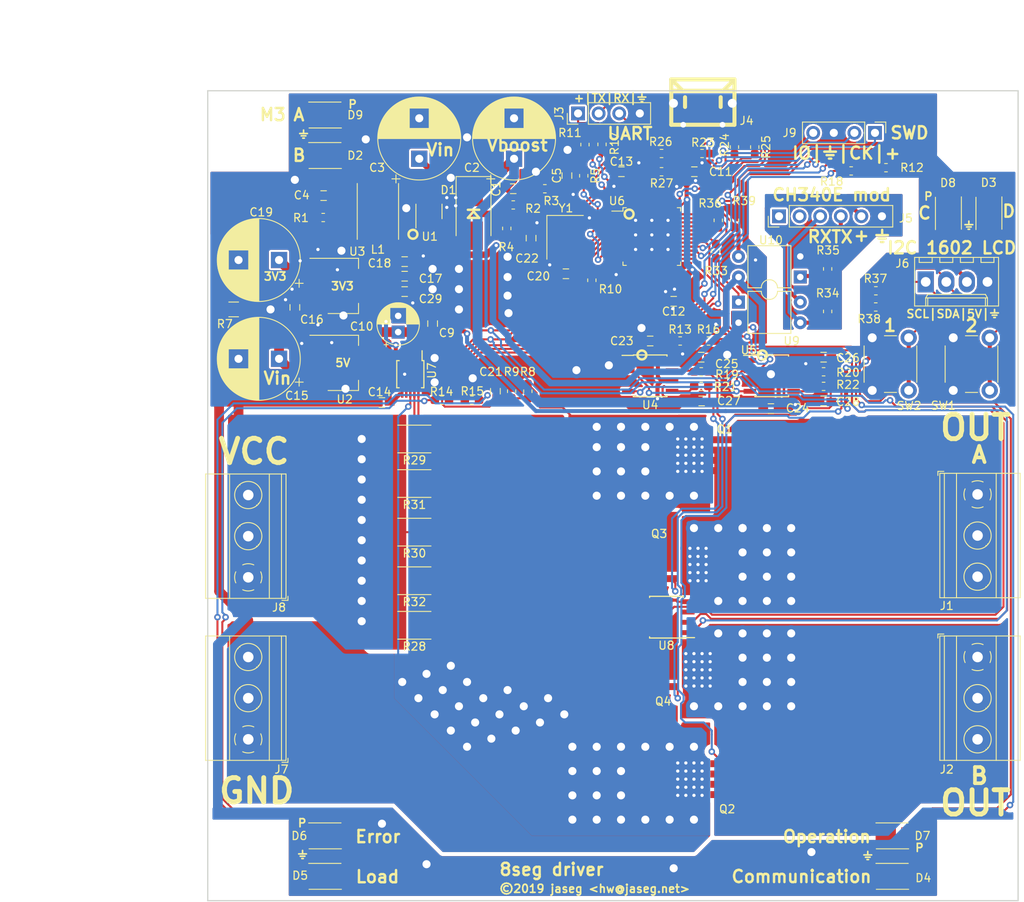
<source format=kicad_pcb>
(kicad_pcb (version 20171130) (host pcbnew "(5.0.1)")
  (layers (0 F.Cu signal) (31 B.Cu signal) (34 B.Paste user) (35 F.Paste user) (36 B.SilkS user) (37 F.SilkS user) (38 B.Mask user hide) (39 F.Mask user hide) (44 Edge.Cuts user))
  (net 0 "")
  (net 1 +VSW)
  (net 2 GND)
  (net 3 "Net-(C3-Pad1)")
  (net 4 /VBOOT_MON)
  (net 5 +5V)
  (net 6 +3V3)
  (net 7 "Net-(C15-Pad1)")
  (net 8 "Net-(C20-Pad2)")
  (net 9 /VIN_MON)
  (net 10 "Net-(C22-Pad1)")
  (net 11 "Net-(D1-Pad2)")
  (net 12 "Net-(D2-Pad2)")
  (net 13 "Net-(D3-Pad2)")
  (net 14 "Net-(D4-Pad2)")
  (net 15 "Net-(D5-Pad2)")
  (net 16 "Net-(D6-Pad2)")
  (net 17 "Net-(D7-Pad2)")
  (net 18 "Net-(D8-Pad2)")
  (net 19 "Net-(D9-Pad2)")
  (net 20 /UART_TX)
  (net 21 /UART_RX)
  (net 22 "Net-(J4-Pad4)")
  (net 23 "Net-(J4-Pad1)")
  (net 24 "Net-(J4-Pad2)")
  (net 25 "Net-(J4-Pad3)")
  (net 26 "Net-(J5-Pad1)")
  (net 27 "Net-(J5-Pad2)")
  (net 28 "Net-(J5-Pad3)")
  (net 29 "Net-(J5-Pad4)")
  (net 30 /ISO_5V)
  (net 31 /ISO_GND)
  (net 32 /SCL_LCD)
  (net 33 /SDA_LCD)
  (net 34 "Net-(R2-Pad1)")
  (net 35 "Net-(R10-Pad1)")
  (net 36 /LED0)
  (net 37 /LED1)
  (net 38 /LED2)
  (net 39 /LED3)
  (net 40 /LED4)
  (net 41 /LED5)
  (net 42 /LED6)
  (net 43 /LED7)
  (net 44 /USB_DP)
  (net 45 /USB_DM)
  (net 46 /SDA_INA)
  (net 47 /SCL_INA)
  (net 48 "Net-(R33-Pad2)")
  (net 49 "Net-(R35-Pad1)")
  (net 50 "Net-(R36-Pad1)")
  (net 51 /SW0)
  (net 52 /SW1)
  (net 53 "Net-(U6-Pad4)")
  (net 54 "Net-(U6-Pad12)")
  (net 55 "Net-(U6-Pad25)")
  (net 56 "Net-(U6-Pad38)")
  (net 57 "Net-(U6-Pad39)")
  (net 58 "Net-(U6-Pad40)")
  (net 59 "Net-(U6-Pad41)")
  (net 60 "Net-(U6-Pad45)")
  (net 61 "Net-(U6-Pad46)")
  (net 62 "Net-(U7-Pad3)")
  (net 63 "Net-(U8-Pad3)")
  (net 64 /DRV1F)
  (net 65 /DRV2F)
  (net 66 /DRV3F)
  (net 67 /DRV4F)
  (net 68 /OUT_A)
  (net 69 /OUT_B)
  (net 70 /VIN)
  (net 71 /GND_MEAS)
  (net 72 /DRV1)
  (net 73 /DRV2)
  (net 74 /DRV3)
  (net 75 /DRV4)
  (net 76 /CTRL_B)
  (net 77 /CTRL_A)
  (net 78 /SWCLK)
  (net 79 /SWDIO)
  (net 80 "Net-(U6-Pad18)")
  (net 81 "Net-(U6-Pad20)")
  (module "footprints:Toshiba SOP Advance" (layer F.Cu) (at 130 100 90)
    (fp_text reference Q1 (at 3.2 3.8 180) (layer F.SilkS))
    (fp_text value TPHR6503PL)
    (pad 1 smd rect (at 0 -0.55 90) (size 4.7 3.75) (layers F.Cu F.Paste F.Mask) (net 70 /VIN))
    (pad 3 smd rect (at -1.905 3.5 90) (size 0.85 2.95) (layers F.Cu F.Paste F.Mask) (net 68 /OUT_A))
    (pad 3 smd rect (at -0.635 3.5 90) (size 0.85 2.95) (layers F.Cu F.Paste F.Mask) (net 68 /OUT_A))
    (pad 3 smd rect (at 0.635 3.5 90) (size 0.85 2.95) (layers F.Cu F.Paste F.Mask) (net 68 /OUT_A))
    (pad 2 smd rect (at 1.905 3.5 90) (size 0.85 2.95) (layers F.Cu F.Paste F.Mask) (net 67 /DRV4F))
    (pad 1 smd rect (at 1.905 -3.475 90) (size 0.85 3) (layers F.Cu F.Paste F.Mask) (net 70 /VIN))
    (pad 1 smd rect (at 0.635 -3.475 90) (size 0.85 3) (layers F.Cu F.Paste F.Mask) (net 70 /VIN))
    (pad 1 smd rect (at -0.635 -3.475 90) (size 0.85 3) (layers F.Cu F.Paste F.Mask) (net 70 /VIN))
    (pad 1 smd rect (at -1.905 -3.475 90) (size 0.85 3) (layers F.Cu F.Paste F.Mask) (net 70 /VIN))
  )
  (module "footprints:Toshiba SOP Advance" (layer F.Cu) (at 130 140 90)
    (fp_text reference Q2 (at -3.7 4.1 180) (layer F.SilkS))
    (fp_text value TPHR6503PL)
    (pad 1 smd rect (at 0 -0.55 90) (size 4.7 3.75) (layers F.Cu F.Paste F.Mask) (net 70 /VIN))
    (pad 3 smd rect (at -1.905 3.5 90) (size 0.85 2.95) (layers F.Cu F.Paste F.Mask) (net 69 /OUT_B))
    (pad 3 smd rect (at -0.635 3.5 90) (size 0.85 2.95) (layers F.Cu F.Paste F.Mask) (net 69 /OUT_B))
    (pad 3 smd rect (at 0.635 3.5 90) (size 0.85 2.95) (layers F.Cu F.Paste F.Mask) (net 69 /OUT_B))
    (pad 2 smd rect (at 1.905 3.5 90) (size 0.85 2.95) (layers F.Cu F.Paste F.Mask) (net 65 /DRV2F))
    (pad 1 smd rect (at 1.905 -3.475 90) (size 0.85 3) (layers F.Cu F.Paste F.Mask) (net 70 /VIN))
    (pad 1 smd rect (at 0.635 -3.475 90) (size 0.85 3) (layers F.Cu F.Paste F.Mask) (net 70 /VIN))
    (pad 1 smd rect (at -0.635 -3.475 90) (size 0.85 3) (layers F.Cu F.Paste F.Mask) (net 70 /VIN))
    (pad 1 smd rect (at -1.905 -3.475 90) (size 0.85 3) (layers F.Cu F.Paste F.Mask) (net 70 /VIN))
  )
  (module "footprints:Toshiba SOP Advance" (layer F.Cu) (at 130 113.3333 270)
    (fp_text reference Q3 (at -3.6333 4.3) (layer F.SilkS))
    (fp_text value TPHR6503PL)
    (pad 1 smd rect (at 0 -0.55 270) (size 4.7 3.75) (layers F.Cu F.Paste F.Mask) (net 68 /OUT_A))
    (pad 3 smd rect (at -1.905 3.5 270) (size 0.85 2.95) (layers F.Cu F.Paste F.Mask) (net 71 /GND_MEAS))
    (pad 3 smd rect (at -0.635 3.5 270) (size 0.85 2.95) (layers F.Cu F.Paste F.Mask) (net 71 /GND_MEAS))
    (pad 3 smd rect (at 0.635 3.5 270) (size 0.85 2.95) (layers F.Cu F.Paste F.Mask) (net 71 /GND_MEAS))
    (pad 2 smd rect (at 1.905 3.5 270) (size 0.85 2.95) (layers F.Cu F.Paste F.Mask) (net 66 /DRV3F))
    (pad 1 smd rect (at 1.905 -3.475 270) (size 0.85 3) (layers F.Cu F.Paste F.Mask) (net 68 /OUT_A))
    (pad 1 smd rect (at 0.635 -3.475 270) (size 0.85 3) (layers F.Cu F.Paste F.Mask) (net 68 /OUT_A))
    (pad 1 smd rect (at -0.635 -3.475 270) (size 0.85 3) (layers F.Cu F.Paste F.Mask) (net 68 /OUT_A))
    (pad 1 smd rect (at -1.905 -3.475 270) (size 0.85 3) (layers F.Cu F.Paste F.Mask) (net 68 /OUT_A))
  )
  (module "footprints:Toshiba SOP Advance" (layer F.Cu) (at 130 126.6667 270)
    (fp_text reference Q4 (at 3.7333 3.8) (layer F.SilkS))
    (fp_text value TPHR6503PL)
    (pad 1 smd rect (at 0 -0.55 270) (size 4.7 3.75) (layers F.Cu F.Paste F.Mask) (net 69 /OUT_B))
    (pad 3 smd rect (at -1.905 3.5 270) (size 0.85 2.95) (layers F.Cu F.Paste F.Mask) (net 71 /GND_MEAS))
    (pad 3 smd rect (at -0.635 3.5 270) (size 0.85 2.95) (layers F.Cu F.Paste F.Mask) (net 71 /GND_MEAS))
    (pad 3 smd rect (at 0.635 3.5 270) (size 0.85 2.95) (layers F.Cu F.Paste F.Mask) (net 71 /GND_MEAS))
    (pad 2 smd rect (at 1.905 3.5 270) (size 0.85 2.95) (layers F.Cu F.Paste F.Mask) (net 64 /DRV1F))
    (pad 1 smd rect (at 1.905 -3.475 270) (size 0.85 3) (layers F.Cu F.Paste F.Mask) (net 69 /OUT_B))
    (pad 1 smd rect (at 0.635 -3.475 270) (size 0.85 3) (layers F.Cu F.Paste F.Mask) (net 69 /OUT_B))
    (pad 1 smd rect (at -0.635 -3.475 270) (size 0.85 3) (layers F.Cu F.Paste F.Mask) (net 69 /OUT_B))
    (pad 1 smd rect (at -1.905 -3.475 270) (size 0.85 3) (layers F.Cu F.Paste F.Mask) (net 69 /OUT_B))
  )
  (module Capacitors_SMD:C_0603_HandSoldering (layer F.Cu) (at 107.7 67.1)
    (fp_text reference C1 (at -2.1 0 90) (layer F.SilkS))
    (fp_text value 10u)
    (pad 1 smd rect (at -0.95 0) (size 1.2 0.75) (layers F.Cu F.Paste F.Mask) (net 1 +VSW))
    (pad 2 smd rect (at 0.95 0) (size 1.2 0.75) (layers F.Cu F.Paste F.Mask) (net 2 GND))
  )
  (module Capacitors_SMD:C_0603_HandSoldering (layer F.Cu) (at 84.3 67.95 180)
    (fp_text reference C4 (at 2.7 0.05 180) (layer F.SilkS))
    (fp_text value 10u)
    (pad 1 smd rect (at -0.95 0 180) (size 1.2 0.75) (layers F.Cu F.Paste F.Mask) (net 3 "Net-(C3-Pad1)"))
    (pad 2 smd rect (at 0.95 0 180) (size 1.2 0.75) (layers F.Cu F.Paste F.Mask) (net 2 GND))
  )
  (module Capacitors_SMD:C_0603_HandSoldering (layer F.Cu) (at 114.325001 65.474999 90)
    (fp_text reference C5 (at 0 -1.25 90) (layer F.SilkS))
    (fp_text value 100n)
    (pad 1 smd rect (at -0.95 0 90) (size 1.2 0.75) (layers F.Cu F.Paste F.Mask) (net 4 /VBOOT_MON))
    (pad 2 smd rect (at 0.95 0 90) (size 1.2 0.75) (layers F.Cu F.Paste F.Mask) (net 2 GND))
  )
  (module Capacitors_SMD:C_0603_HandSoldering (layer F.Cu) (at 97.75 83.75 90)
    (fp_text reference C9 (at -1.15 1.75 180) (layer F.SilkS))
    (fp_text value 10u)
    (pad 1 smd rect (at -0.95 0 90) (size 1.2 0.75) (layers F.Cu F.Paste F.Mask) (net 5 +5V))
    (pad 2 smd rect (at 0.95 0 90) (size 1.2 0.75) (layers F.Cu F.Paste F.Mask) (net 2 GND))
  )
  (module Capacitor_THT:CP_Radial_D5.0mm_P2.00mm (layer F.Cu) (at 93.5 84.8 90)
    (fp_text reference C10 (at 0.7 -4.5 180) (layer F.SilkS))
    (fp_text value 22u)
    (pad 1 thru_hole rect (at 0 0 90) (size 1.6 1.6) (drill 0.8) (layers *.Cu *.Mask) (net 5 +5V))
    (pad 2 thru_hole circle (at 2 0 90) (size 1.6 1.6) (drill 0.8) (layers *.Cu *.Mask) (net 2 GND))
  )
  (module Capacitors_SMD:C_0603_HandSoldering (layer F.Cu) (at 130.05 65)
    (fp_text reference C11 (at 3.25 0) (layer F.SilkS))
    (fp_text value 100n)
    (pad 2 smd rect (at 0.95 0) (size 1.2 0.75) (layers F.Cu F.Paste F.Mask) (net 2 GND))
    (pad 1 smd rect (at -0.95 0) (size 1.2 0.75) (layers F.Cu F.Paste F.Mask) (net 6 +3V3))
  )
  (module Capacitors_SMD:C_0603_HandSoldering (layer F.Cu) (at 127.5 81 180)
    (fp_text reference C12 (at 0 -1.25 180) (layer F.SilkS))
    (fp_text value 100n)
    (pad 1 smd rect (at -0.95 0 180) (size 1.2 0.75) (layers F.Cu F.Paste F.Mask) (net 6 +3V3))
    (pad 2 smd rect (at 0.95 0 180) (size 1.2 0.75) (layers F.Cu F.Paste F.Mask) (net 2 GND))
  )
  (module Capacitors_SMD:C_0603_HandSoldering (layer F.Cu) (at 121.05 65)
    (fp_text reference C13 (at 0 -1.25) (layer F.SilkS))
    (fp_text value 100n)
    (pad 2 smd rect (at 0.95 0) (size 1.2 0.75) (layers F.Cu F.Paste F.Mask) (net 2 GND))
    (pad 1 smd rect (at -0.95 0) (size 1.2 0.75) (layers F.Cu F.Paste F.Mask) (net 6 +3V3))
  )
  (module Capacitors_SMD:C_0603_HandSoldering (layer F.Cu) (at 91.5 93.5 180)
    (fp_text reference C14 (at 0.3 1.3 180) (layer F.SilkS))
    (fp_text value 100n)
    (pad 1 smd rect (at -0.95 0 180) (size 1.2 0.75) (layers F.Cu F.Paste F.Mask) (net 6 +3V3))
    (pad 2 smd rect (at 0.95 0 180) (size 1.2 0.75) (layers F.Cu F.Paste F.Mask) (net 2 GND))
  )
  (module Capacitors_SMD:C_0603_HandSoldering (layer F.Cu) (at 80.75 81.75 90)
    (fp_text reference C16 (at -1.5 2.1 180) (layer F.SilkS))
    (fp_text value 1u)
    (pad 1 smd rect (at -0.95 0 90) (size 1.2 0.75) (layers F.Cu F.Paste F.Mask) (net 7 "Net-(C15-Pad1)"))
    (pad 2 smd rect (at 0.95 0 90) (size 1.2 0.75) (layers F.Cu F.Paste F.Mask) (net 2 GND))
  )
  (module Capacitors_SMD:C_0603_HandSoldering (layer F.Cu) (at 94.3 77.9)
    (fp_text reference C17 (at 3.2 0.3) (layer F.SilkS))
    (fp_text value 1u)
    (pad 2 smd rect (at 0.95 0) (size 1.2 0.75) (layers F.Cu F.Paste F.Mask) (net 2 GND))
    (pad 1 smd rect (at -0.95 0) (size 1.2 0.75) (layers F.Cu F.Paste F.Mask) (net 6 +3V3))
  )
  (module Capacitors_SMD:C_0603_HandSoldering (layer F.Cu) (at 94.3 76.1)
    (fp_text reference C18 (at -3.1 0.2) (layer F.SilkS))
    (fp_text value 10u)
    (pad 2 smd rect (at 0.95 0) (size 1.2 0.75) (layers F.Cu F.Paste F.Mask) (net 2 GND))
    (pad 1 smd rect (at -0.95 0) (size 1.2 0.75) (layers F.Cu F.Paste F.Mask) (net 6 +3V3))
  )
  (module Capacitors_SMD:C_0603_HandSoldering (layer F.Cu) (at 114.2 77.6)
    (fp_text reference C20 (at -3.4 0.3) (layer F.SilkS))
    (fp_text value 12p)
    (pad 2 smd rect (at 0.95 0) (size 1.2 0.75) (layers F.Cu F.Paste F.Mask) (net 8 "Net-(C20-Pad2)"))
    (pad 1 smd rect (at -0.95 0) (size 1.2 0.75) (layers F.Cu F.Paste F.Mask) (net 2 GND))
  )
  (module Capacitors_SMD:C_0603_HandSoldering (layer F.Cu) (at 105.5 92.1 90)
    (fp_text reference C21 (at 2.4 -0.55 180) (layer F.SilkS))
    (fp_text value 100n)
    (pad 2 smd rect (at 0.95 0 90) (size 1.2 0.75) (layers F.Cu F.Paste F.Mask) (net 2 GND))
    (pad 1 smd rect (at -0.95 0 90) (size 1.2 0.75) (layers F.Cu F.Paste F.Mask) (net 9 /VIN_MON))
  )
  (module Capacitors_SMD:C_0603_HandSoldering (layer F.Cu) (at 109.9 73.2 90)
    (fp_text reference C22 (at -2.5 -0.5 180) (layer F.SilkS))
    (fp_text value 12p)
    (pad 1 smd rect (at -0.95 0 90) (size 1.2 0.75) (layers F.Cu F.Paste F.Mask) (net 10 "Net-(C22-Pad1)"))
    (pad 2 smd rect (at 0.95 0 90) (size 1.2 0.75) (layers F.Cu F.Paste F.Mask) (net 2 GND))
  )
  (module Capacitors_SMD:C_0603_HandSoldering (layer F.Cu) (at 124.6 85.9 180)
    (fp_text reference C23 (at 3.5 0 180) (layer F.SilkS))
    (fp_text value 100n)
    (pad 2 smd rect (at 0.95 0 180) (size 1.2 0.75) (layers F.Cu F.Paste F.Mask) (net 2 GND))
    (pad 1 smd rect (at -0.95 0 180) (size 1.2 0.75) (layers F.Cu F.Paste F.Mask) (net 1 +VSW))
  )
  (module Capacitors_SMD:C_0603_HandSoldering (layer F.Cu) (at 139.5 94.25 180)
    (fp_text reference C24 (at -3.3 0.05 180) (layer F.SilkS))
    (fp_text value 100n)
    (pad 1 smd rect (at -0.95 0 180) (size 1.2 0.75) (layers F.Cu F.Paste F.Mask) (net 1 +VSW))
    (pad 2 smd rect (at 0.95 0 180) (size 1.2 0.75) (layers F.Cu F.Paste F.Mask) (net 2 GND))
  )
  (module Capacitors_SMD:C_0603_HandSoldering (layer F.Cu) (at 130.9 87.9 180)
    (fp_text reference C25 (at -3.15 -0.825 180) (layer F.SilkS))
    (fp_text value 0)
    (pad 2 smd rect (at 0.95 0 180) (size 1.2 0.75) (layers F.Cu F.Paste F.Mask) (net 2 GND))
    (pad 1 smd rect (at -0.95 0 180) (size 1.2 0.75) (layers F.Cu F.Paste F.Mask) (net 64 /DRV1F))
  )
  (module Capacitors_SMD:C_0603_HandSoldering (layer F.Cu) (at 146 87.9 180)
    (fp_text reference C26 (at -3 -0.1 180) (layer F.SilkS))
    (fp_text value 0)
    (pad 2 smd rect (at 0.95 0 180) (size 1.2 0.75) (layers F.Cu F.Paste F.Mask) (net 2 GND))
    (pad 1 smd rect (at -0.95 0 180) (size 1.2 0.75) (layers F.Cu F.Paste F.Mask) (net 65 /DRV2F))
  )
  (module Capacitors_SMD:C_0603_HandSoldering (layer F.Cu) (at 130.95 93.3)
    (fp_text reference C27 (at 3.35 0) (layer F.SilkS))
    (fp_text value 0)
    (pad 1 smd rect (at -0.95 0) (size 1.2 0.75) (layers F.Cu F.Paste F.Mask) (net 2 GND))
    (pad 2 smd rect (at 0.95 0) (size 1.2 0.75) (layers F.Cu F.Paste F.Mask) (net 66 /DRV3F))
  )
  (module Capacitors_SMD:C_0603_HandSoldering (layer F.Cu) (at 146 93.3)
    (fp_text reference C28 (at 3 0.1) (layer F.SilkS))
    (fp_text value 0)
    (pad 2 smd rect (at 0.95 0) (size 1.2 0.75) (layers F.Cu F.Paste F.Mask) (net 67 /DRV4F))
    (pad 1 smd rect (at -0.95 0) (size 1.2 0.75) (layers F.Cu F.Paste F.Mask) (net 2 GND))
  )
  (module Capacitors_SMD:C_0603_HandSoldering (layer F.Cu) (at 94.3 79.8)
    (fp_text reference C29 (at 3.2 0.9) (layer F.SilkS))
    (fp_text value 100n)
    (pad 2 smd rect (at 0.95 0) (size 1.2 0.75) (layers F.Cu F.Paste F.Mask) (net 2 GND))
    (pad 1 smd rect (at -0.95 0) (size 1.2 0.75) (layers F.Cu F.Paste F.Mask) (net 6 +3V3))
  )
  (module Diode_SMD:D_SMB_Handsoldering (layer F.Cu) (at 102.8 70.2 270)
    (fp_text reference D1 (at -2.95 3.1) (layer F.SilkS))
    (fp_text value "2A schottky")
    (pad 1 smd rect (at -2.7 0 270) (size 3.5 2.3) (layers F.Cu F.Paste F.Mask) (net 1 +VSW))
    (pad 2 smd rect (at 2.7 0 270) (size 3.5 2.3) (layers F.Cu F.Paste F.Mask) (net 11 "Net-(D1-Pad2)"))
  )
  (module LED_SMD:LED_PLCC_2835_Handsoldering (layer F.Cu) (at 85 63)
    (fp_text reference D2 (at 3.2 0) (layer F.SilkS))
    (fp_text value cyan)
    (pad 2 smd rect (at 1.33 0 180) (size 1.5 2.1) (layers F.Cu F.Paste F.Mask) (net 12 "Net-(D2-Pad2)"))
    (pad 1 smd rect (at -1.33 0 180) (size 2.5 2.1) (layers F.Cu F.Paste F.Mask) (net 2 GND))
  )
  (module LED_SMD:LED_PLCC_2835_Handsoldering (layer F.Cu) (at 166.4 69.6 90)
    (fp_text reference D3 (at 3.25 -0.025 180) (layer F.SilkS))
    (fp_text value cyan)
    (pad 1 smd rect (at -1.33 0 270) (size 2.5 2.1) (layers F.Cu F.Paste F.Mask) (net 2 GND))
    (pad 2 smd rect (at 1.33 0 270) (size 1.5 2.1) (layers F.Cu F.Paste F.Mask) (net 13 "Net-(D3-Pad2)"))
  )
  (module LED_SMD:LED_PLCC_2835_Handsoldering (layer F.Cu) (at 155 152)
    (fp_text reference D4 (at 3.3 0.2) (layer F.SilkS))
    (fp_text value cyan)
    (pad 1 smd rect (at -1.33 0 180) (size 2.5 2.1) (layers F.Cu F.Paste F.Mask) (net 2 GND))
    (pad 2 smd rect (at 1.33 0 180) (size 1.5 2.1) (layers F.Cu F.Paste F.Mask) (net 14 "Net-(D4-Pad2)"))
  )
  (module LED_SMD:LED_PLCC_2835_Handsoldering (layer F.Cu) (at 85 152)
    (fp_text reference D5 (at -3.6 -0.1) (layer F.SilkS))
    (fp_text value cyan)
    (pad 2 smd rect (at 1.33 0 180) (size 1.5 2.1) (layers F.Cu F.Paste F.Mask) (net 15 "Net-(D5-Pad2)"))
    (pad 1 smd rect (at -1.33 0 180) (size 2.5 2.1) (layers F.Cu F.Paste F.Mask) (net 2 GND))
  )
  (module LED_SMD:LED_PLCC_2835_Handsoldering (layer F.Cu) (at 85 147)
    (fp_text reference D6 (at -3.7 0) (layer F.SilkS))
    (fp_text value pink)
    (pad 2 smd rect (at 1.33 0 180) (size 1.5 2.1) (layers F.Cu F.Paste F.Mask) (net 16 "Net-(D6-Pad2)"))
    (pad 1 smd rect (at -1.33 0 180) (size 2.5 2.1) (layers F.Cu F.Paste F.Mask) (net 2 GND))
  )
  (module LED_SMD:LED_PLCC_2835_Handsoldering (layer F.Cu) (at 155 147)
    (fp_text reference D7 (at 3.2 0) (layer F.SilkS))
    (fp_text value pink)
    (pad 1 smd rect (at -1.33 0 180) (size 2.5 2.1) (layers F.Cu F.Paste F.Mask) (net 2 GND))
    (pad 2 smd rect (at 1.33 0 180) (size 1.5 2.1) (layers F.Cu F.Paste F.Mask) (net 17 "Net-(D7-Pad2)"))
  )
  (module LED_SMD:LED_PLCC_2835_Handsoldering (layer F.Cu) (at 161.4 69.6 90)
    (fp_text reference D8 (at 3.225 -0.05 180) (layer F.SilkS))
    (fp_text value pink)
    (pad 2 smd rect (at 1.33 0 270) (size 1.5 2.1) (layers F.Cu F.Paste F.Mask) (net 18 "Net-(D8-Pad2)"))
    (pad 1 smd rect (at -1.33 0 270) (size 2.5 2.1) (layers F.Cu F.Paste F.Mask) (net 2 GND))
  )
  (module LED_SMD:LED_PLCC_2835_Handsoldering (layer F.Cu) (at 85 58)
    (fp_text reference D9 (at 3.2 0) (layer F.SilkS))
    (fp_text value pink)
    (pad 1 smd rect (at -1.33 0 180) (size 2.5 2.1) (layers F.Cu F.Paste F.Mask) (net 2 GND))
    (pad 2 smd rect (at 1.33 0 180) (size 1.5 2.1) (layers F.Cu F.Paste F.Mask) (net 19 "Net-(D9-Pad2)"))
  )
  (module TerminalBlock_Phoenix:TerminalBlock_Phoenix_MKDS-1,5-3-5.08_1x03_P5.08mm_Horizontal (layer F.Cu) (at 165 104.84 270)
    (fp_text reference J1 (at 13.76 3.8) (layer F.SilkS))
    (fp_text value OUT_A)
    (pad 1 thru_hole rect (at 0 0 270) (size 2.6 2.6) (drill 1.3) (layers *.Cu *.Mask) (net 68 /OUT_A))
    (pad 2 thru_hole circle (at 5.08 0 270) (size 2.6 2.6) (drill 1.3) (layers *.Cu *.Mask) (net 68 /OUT_A))
    (pad 3 thru_hole circle (at 10.16 0 270) (size 2.6 2.6) (drill 1.3) (layers *.Cu *.Mask) (net 68 /OUT_A))
  )
  (module TerminalBlock_Phoenix:TerminalBlock_Phoenix_MKDS-1,5-3-5.08_1x03_P5.08mm_Horizontal (layer F.Cu) (at 165 124.92 270)
    (fp_text reference J2 (at 13.88 3.8) (layer F.SilkS))
    (fp_text value OUT_B)
    (pad 3 thru_hole circle (at 10.16 0 270) (size 2.6 2.6) (drill 1.3) (layers *.Cu *.Mask) (net 69 /OUT_B))
    (pad 2 thru_hole circle (at 5.08 0 270) (size 2.6 2.6) (drill 1.3) (layers *.Cu *.Mask) (net 69 /OUT_B))
    (pad 1 thru_hole rect (at 0 0 270) (size 2.6 2.6) (drill 1.3) (layers *.Cu *.Mask) (net 69 /OUT_B))
  )
  (module footprints:microusb_ali_dovetail (layer F.Cu) (at 131.1 59.2)
    (fp_text reference J4 (at 5.4 -0.5) (layer F.SilkS))
    (fp_text value USB_B_Micro hide)
    (pad 5 smd rect (at -1.3 0) (size 0.4 1.35) (layers F.Cu F.Paste F.Mask) (net 2 GND))
    (pad 4 smd rect (at -0.65 0) (size 0.4 1.35) (layers F.Cu F.Paste F.Mask) (net 22 "Net-(J4-Pad4)"))
    (pad 1 smd rect (at 1.3 0) (size 0.4 1.35) (layers F.Cu F.Paste F.Mask) (net 23 "Net-(J4-Pad1)"))
    (pad 2 smd rect (at 0.65 0) (size 0.4 1.35) (layers F.Cu F.Paste F.Mask) (net 24 "Net-(J4-Pad2)"))
    (pad 3 smd rect (at 0 0) (size 0.4 1.35) (layers F.Cu F.Paste F.Mask) (net 25 "Net-(J4-Pad3)"))
    (pad 6 thru_hole oval (at 3.625 -2.65) (size 1.5 2) (drill 1.1) (layers *.Cu *.Mask) (net 2 GND))
    (pad 6 thru_hole oval (at 2.425 0) (size 1 1.5) (drill 0.7) (layers *.Cu *.Mask) (net 2 GND))
    (pad 6 thru_hole oval (at -2.425 0) (size 1 1.5) (drill 0.7) (layers *.Cu *.Mask) (net 2 GND))
    (pad 6 thru_hole oval (at -3.625 -2.65) (size 1.5 2) (drill 1.1) (layers *.Cu *.Mask) (net 2 GND))
  )
  (module Connectors_Molex:Molex_KK-6410-04_04x2.54mm_Straight (layer F.Cu) (at 158.6 78.6)
    (fp_text reference J6 (at -2.875 -2.275 180) (layer F.SilkS))
    (fp_text value "1602 I2C LCD")
    (pad 1 thru_hole rect (at 0 0) (size 2 2.6) (drill 1.2) (layers *.Cu *.Mask) (net 32 /SCL_LCD))
    (pad 2 thru_hole oval (at 2.54 0) (size 2 2.6) (drill 1.2) (layers *.Cu *.Mask) (net 33 /SDA_LCD))
    (pad 3 thru_hole oval (at 5.08 0) (size 2 2.6) (drill 1.2) (layers *.Cu *.Mask) (net 5 +5V))
    (pad 4 thru_hole oval (at 7.62 0) (size 2 2.6) (drill 1.2) (layers *.Cu *.Mask) (net 2 GND))
  )
  (module TerminalBlock_Phoenix:TerminalBlock_Phoenix_MKDS-1,5-3-5.08_1x03_P5.08mm_Horizontal (layer F.Cu) (at 75 135.08 90)
    (fp_text reference J7 (at -3.72 4.1 180) (layer F.SilkS))
    (fp_text value IN_VCC)
    (pad 3 thru_hole circle (at 10.16 0 90) (size 2.6 2.6) (drill 1.3) (layers *.Cu *.Mask) (net 70 /VIN))
    (pad 2 thru_hole circle (at 5.08 0 90) (size 2.6 2.6) (drill 1.3) (layers *.Cu *.Mask) (net 70 /VIN))
    (pad 1 thru_hole rect (at 0 0 90) (size 2.6 2.6) (drill 1.3) (layers *.Cu *.Mask) (net 70 /VIN))
  )
  (module TerminalBlock_Phoenix:TerminalBlock_Phoenix_MKDS-1,5-3-5.08_1x03_P5.08mm_Horizontal (layer F.Cu) (at 75 115.08 90)
    (fp_text reference J8 (at -3.72 3.8 180) (layer F.SilkS))
    (fp_text value IN_GND)
    (pad 1 thru_hole rect (at 0 0 90) (size 2.6 2.6) (drill 1.3) (layers *.Cu *.Mask) (net 2 GND))
    (pad 2 thru_hole circle (at 5.08 0 90) (size 2.6 2.6) (drill 1.3) (layers *.Cu *.Mask) (net 2 GND))
    (pad 3 thru_hole circle (at 10.16 0 90) (size 2.6 2.6) (drill 1.3) (layers *.Cu *.Mask) (net 2 GND))
  )
  (module Inductor_SMD:L_Taiyo-Yuden_NR-50xx_HandSoldering (layer F.Cu) (at 91 69.9 270)
    (fp_text reference L1 (at 4.7 0) (layer F.SilkS))
    (fp_text value 10u)
    (pad 1 smd rect (at -2.25 0 270) (size 2.4 4.2) (layers F.Cu F.Paste F.Mask) (net 3 "Net-(C3-Pad1)"))
    (pad 2 smd rect (at 2.25 0 270) (size 2.4 4.2) (layers F.Cu F.Paste F.Mask) (net 11 "Net-(D1-Pad2)"))
  )
  (module Resistor_SMD:R_0603_1608Metric_Pad1.05x0.95mm_HandSolder (layer F.Cu) (at 84.25 70.65)
    (fp_text reference R1 (at -2.75 0.05) (layer F.SilkS))
    (fp_text value "10R .5W")
    (pad 2 smd roundrect (at 0.875 0) (size 1.05 0.95) (layers F.Cu F.Paste F.Mask) (net 3 "Net-(C3-Pad1)"))
    (pad 1 smd roundrect (at -0.875 0) (size 1.05 0.95) (layers F.Cu F.Paste F.Mask) (net 70 /VIN))
  )
  (module Resistor_SMD:R_0603_1608Metric_Pad1.05x0.95mm_HandSolder (layer F.Cu) (at 107.7 69.1)
    (fp_text reference R2 (at 2.45 0.45) (layer F.SilkS))
    (fp_text value 100k)
    (pad 2 smd roundrect (at 0.875 0) (size 1.05 0.95) (layers F.Cu F.Paste F.Mask) (net 1 +VSW))
    (pad 1 smd roundrect (at -0.875 0) (size 1.05 0.95) (layers F.Cu F.Paste F.Mask) (net 34 "Net-(R2-Pad1)"))
  )
  (module Resistor_SMD:R_0603_1608Metric_Pad1.05x0.95mm_HandSolder (layer F.Cu) (at 111.6 67.1)
    (fp_text reference R3 (at 0.8 1.5) (layer F.SilkS))
    (fp_text value 47k)
    (pad 1 smd roundrect (at -0.875 0) (size 1.05 0.95) (layers F.Cu F.Paste F.Mask) (net 1 +VSW))
    (pad 2 smd roundrect (at 0.875 0) (size 1.05 0.95) (layers F.Cu F.Paste F.Mask) (net 4 /VBOOT_MON))
  )
  (module Resistor_SMD:R_0603_1608Metric_Pad1.05x0.95mm_HandSolder (layer F.Cu) (at 106.9 72 90)
    (fp_text reference R4 (at -2.3 -0.05 180) (layer F.SilkS))
    (fp_text value 3k3)
    (pad 2 smd roundrect (at 0.875 0 90) (size 1.05 0.95) (layers F.Cu F.Paste F.Mask) (net 34 "Net-(R2-Pad1)"))
    (pad 1 smd roundrect (at -0.875 0 90) (size 1.05 0.95) (layers F.Cu F.Paste F.Mask) (net 2 GND))
  )
  (module Resistor_SMD:R_0603_1608Metric_Pad1.05x0.95mm_HandSolder (layer F.Cu) (at 116.4 65.5 270)
    (fp_text reference R5 (at 0 -1.43 270) (layer F.SilkS))
    (fp_text value 10k)
    (pad 1 smd roundrect (at -0.875 0 270) (size 1.05 0.95) (layers F.Cu F.Paste F.Mask) (net 2 GND))
    (pad 2 smd roundrect (at 0.875 0 270) (size 1.05 0.95) (layers F.Cu F.Paste F.Mask) (net 4 /VBOOT_MON))
  )
  (module Resistor_SMD:R_1206_3216Metric_Pad1.42x1.75mm_HandSolder (layer F.Cu) (at 73.2 82)
    (fp_text reference R7 (at -1.1 1.8) (layer F.SilkS))
    (fp_text value "10R .5W")
    (pad 1 smd roundrect (at -1.4875 0) (size 1.425 1.75) (layers F.Cu F.Paste F.Mask) (roundrect_rratio 0.175439) (net 70 /VIN))
    (pad 2 smd roundrect (at 1.4875 0) (size 1.425 1.75) (layers F.Cu F.Paste F.Mask) (roundrect_rratio 0.175439) (net 7 "Net-(C15-Pad1)"))
  )
  (module Resistor_SMD:R_0603_1608Metric_Pad1.05x0.95mm_HandSolder (layer F.Cu) (at 109.5 92.1 270)
    (fp_text reference R8 (at -2.4 0) (layer F.SilkS))
    (fp_text value 47k)
    (pad 2 smd roundrect (at 0.875 0 270) (size 1.05 0.95) (layers F.Cu F.Paste F.Mask) (net 9 /VIN_MON))
    (pad 1 smd roundrect (at -0.875 0 270) (size 1.05 0.95) (layers F.Cu F.Paste F.Mask) (net 70 /VIN))
  )
  (module Resistor_SMD:R_0603_1608Metric_Pad1.05x0.95mm_HandSolder (layer F.Cu) (at 107.5 92.1 270)
    (fp_text reference R9 (at -2.4 0) (layer F.SilkS))
    (fp_text value 10k)
    (pad 1 smd roundrect (at -0.875 0 270) (size 1.05 0.95) (layers F.Cu F.Paste F.Mask) (net 2 GND))
    (pad 2 smd roundrect (at 0.875 0 270) (size 1.05 0.95) (layers F.Cu F.Paste F.Mask) (net 9 /VIN_MON))
  )
  (module Resistor_SMD:R_0603_1608Metric_Pad1.05x0.95mm_HandSolder (layer F.Cu) (at 117.4 78.4 90)
    (fp_text reference R10 (at -1.1 2.3) (layer F.SilkS))
    (fp_text value 10k)
    (pad 2 smd roundrect (at 0.875 0 90) (size 1.05 0.95) (layers F.Cu F.Paste F.Mask) (net 6 +3V3))
    (pad 1 smd roundrect (at -0.875 0 90) (size 1.05 0.95) (layers F.Cu F.Paste F.Mask) (net 35 "Net-(R10-Pad1)"))
  )
  (module Resistor_SMD:R_0603_1608Metric_Pad1.05x0.95mm_HandSolder (layer F.Cu) (at 116.55 61.65 90)
    (fp_text reference R11 (at 1.45 -1.85 180) (layer F.SilkS))
    (fp_text value 150)
    (pad 1 smd roundrect (at -0.875 0 90) (size 1.05 0.95) (layers F.Cu F.Paste F.Mask) (net 36 /LED0))
    (pad 2 smd roundrect (at 0.875 0 90) (size 1.05 0.95) (layers F.Cu F.Paste F.Mask) (net 12 "Net-(D2-Pad2)"))
  )
  (module Resistor_SMD:R_0603_1608Metric_Pad1.05x0.95mm_HandSolder (layer F.Cu) (at 153.7 64.5)
    (fp_text reference R12 (at 3.2 0) (layer F.SilkS))
    (fp_text value 150)
    (pad 2 smd roundrect (at 0.875 0) (size 1.05 0.95) (layers F.Cu F.Paste F.Mask) (net 13 "Net-(D3-Pad2)"))
    (pad 1 smd roundrect (at -0.875 0) (size 1.05 0.95) (layers F.Cu F.Paste F.Mask) (net 37 /LED1))
  )
  (module Resistor_SMD:R_0603_1608Metric_Pad1.05x0.95mm_HandSolder (layer F.Cu) (at 128.3 85.9)
    (fp_text reference R13 (at 0 -1.43) (layer F.SilkS))
    (fp_text value 150)
    (pad 1 smd roundrect (at -0.875 0) (size 1.05 0.95) (layers F.Cu F.Paste F.Mask) (net 38 /LED2))
    (pad 2 smd roundrect (at 0.875 0) (size 1.05 0.95) (layers F.Cu F.Paste F.Mask) (net 17 "Net-(D7-Pad2)"))
  )
  (module Resistor_SMD:R_0603_1608Metric_Pad1.05x0.95mm_HandSolder (layer F.Cu) (at 98.9 93.2 180)
    (fp_text reference R14 (at 0.05 1.05 180) (layer F.SilkS))
    (fp_text value 150)
    (pad 2 smd roundrect (at 0.875 0 180) (size 1.05 0.95) (layers F.Cu F.Paste F.Mask) (net 15 "Net-(D5-Pad2)"))
    (pad 1 smd roundrect (at -0.875 0 180) (size 1.05 0.95) (layers F.Cu F.Paste F.Mask) (net 39 /LED3))
  )
  (module Resistor_SMD:R_0603_1608Metric_Pad1.05x0.95mm_HandSolder (layer F.Cu) (at 102.6 93.2)
    (fp_text reference R15 (at 0.05 -1.1) (layer F.SilkS))
    (fp_text value 150)
    (pad 1 smd roundrect (at -0.875 0) (size 1.05 0.95) (layers F.Cu F.Paste F.Mask) (net 40 /LED4))
    (pad 2 smd roundrect (at 0.875 0) (size 1.05 0.95) (layers F.Cu F.Paste F.Mask) (net 16 "Net-(D6-Pad2)"))
  )
  (module Resistor_SMD:R_0603_1608Metric_Pad1.05x0.95mm_HandSolder (layer F.Cu) (at 131.8 85.9)
    (fp_text reference R16 (at 0 -1.43) (layer F.SilkS))
    (fp_text value 150)
    (pad 2 smd roundrect (at 0.875 0) (size 1.05 0.95) (layers F.Cu F.Paste F.Mask) (net 14 "Net-(D4-Pad2)"))
    (pad 1 smd roundrect (at -0.875 0) (size 1.05 0.95) (layers F.Cu F.Paste F.Mask) (net 41 /LED5))
  )
  (module Resistor_SMD:R_0603_1608Metric_Pad1.05x0.95mm_HandSolder (layer F.Cu) (at 118.655001 61.624999 90)
    (fp_text reference R17 (at 0.124999 1.544999 90) (layer F.SilkS))
    (fp_text value 150)
    (pad 1 smd roundrect (at -0.875 0 90) (size 1.05 0.95) (layers F.Cu F.Paste F.Mask) (net 42 /LED6))
    (pad 2 smd roundrect (at 0.875 0 90) (size 1.05 0.95) (layers F.Cu F.Paste F.Mask) (net 19 "Net-(D9-Pad2)"))
  )
  (module Resistor_SMD:R_0603_1608Metric_Pad1.05x0.95mm_HandSolder (layer F.Cu) (at 149.4 64.9)
    (fp_text reference R18 (at -2.4 1.3) (layer F.SilkS))
    (fp_text value 150)
    (pad 2 smd roundrect (at 0.875 0) (size 1.05 0.95) (layers F.Cu F.Paste F.Mask) (net 18 "Net-(D8-Pad2)"))
    (pad 1 smd roundrect (at -0.875 0) (size 1.05 0.95) (layers F.Cu F.Paste F.Mask) (net 43 /LED7))
  )
  (module Resistor_SMD:R_0603_1608Metric_Pad1.05x0.95mm_HandSolder (layer F.Cu) (at 130.9 89.7 180)
    (fp_text reference R19 (at -3.175 -0.325 180) (layer F.SilkS))
    (fp_text value 0R)
    (pad 1 smd roundrect (at -0.875 0 180) (size 1.05 0.95) (layers F.Cu F.Paste F.Mask) (net 64 /DRV1F))
    (pad 2 smd roundrect (at 0.875 0 180) (size 1.05 0.95) (layers F.Cu F.Paste F.Mask) (net 72 /DRV1))
  )
  (module Resistor_SMD:R_0603_1608Metric_Pad1.05x0.95mm_HandSolder (layer F.Cu) (at 146 89.7 180)
    (fp_text reference R20 (at -3 -0.1) (layer F.SilkS))
    (fp_text value 0R)
    (pad 2 smd roundrect (at 0.875 0 180) (size 1.05 0.95) (layers F.Cu F.Paste F.Mask) (net 73 /DRV2))
    (pad 1 smd roundrect (at -0.875 0 180) (size 1.05 0.95) (layers F.Cu F.Paste F.Mask) (net 65 /DRV2F))
  )
  (module Resistor_SMD:R_0603_1608Metric_Pad1.05x0.95mm_HandSolder (layer F.Cu) (at 130.9 91.5 180)
    (fp_text reference R21 (at -3 -0.05 180) (layer F.SilkS))
    (fp_text value 0R)
    (pad 1 smd roundrect (at -0.875 0 180) (size 1.05 0.95) (layers F.Cu F.Paste F.Mask) (net 66 /DRV3F))
    (pad 2 smd roundrect (at 0.875 0 180) (size 1.05 0.95) (layers F.Cu F.Paste F.Mask) (net 74 /DRV3))
  )
  (module Resistor_SMD:R_0603_1608Metric_Pad1.05x0.95mm_HandSolder (layer F.Cu) (at 146 91.5 180)
    (fp_text reference R22 (at -3 0.2 180) (layer F.SilkS))
    (fp_text value 0R)
    (pad 2 smd roundrect (at 0.875 0 180) (size 1.05 0.95) (layers F.Cu F.Paste F.Mask) (net 75 /DRV4))
    (pad 1 smd roundrect (at -0.875 0 180) (size 1.05 0.95) (layers F.Cu F.Paste F.Mask) (net 67 /DRV4F))
  )
  (module Resistor_SMD:R_0603_1608Metric_Pad1.05x0.95mm_HandSolder (layer F.Cu) (at 131 62.75 180)
    (fp_text reference R23 (at -0.1 1.35 180) (layer F.SilkS))
    (fp_text value 1k5)
    (pad 1 smd roundrect (at -0.875 0 180) (size 1.05 0.95) (layers F.Cu F.Paste F.Mask) (net 25 "Net-(J4-Pad3)"))
    (pad 2 smd roundrect (at 0.875 0 180) (size 1.05 0.95) (layers F.Cu F.Paste F.Mask) (net 6 +3V3))
  )
  (module Resistor_SMD:R_0603_1608Metric_Pad1.05x0.95mm_HandSolder (layer F.Cu) (at 135 61.95 270)
    (fp_text reference R24 (at -0.25 1.2 270) (layer F.SilkS))
    (fp_text value 22)
    (pad 2 smd roundrect (at 0.875 0 270) (size 1.05 0.95) (layers F.Cu F.Paste F.Mask) (net 44 /USB_DP))
    (pad 1 smd roundrect (at -0.875 0 270) (size 1.05 0.95) (layers F.Cu F.Paste F.Mask) (net 25 "Net-(J4-Pad3)"))
  )
  (module Resistor_SMD:R_0603_1608Metric_Pad1.05x0.95mm_HandSolder (layer F.Cu) (at 137.5 61.95 90)
    (fp_text reference R25 (at 0 1.4 90) (layer F.SilkS))
    (fp_text value 22)
    (pad 1 smd roundrect (at -0.875 0 90) (size 1.05 0.95) (layers F.Cu F.Paste F.Mask) (net 45 /USB_DM))
    (pad 2 smd roundrect (at 0.875 0 90) (size 1.05 0.95) (layers F.Cu F.Paste F.Mask) (net 24 "Net-(J4-Pad2)"))
  )
  (module Resistor_SMD:R_0603_1608Metric_Pad1.05x0.95mm_HandSolder (layer F.Cu) (at 126 62.75 180)
    (fp_text reference R26 (at 0.1 1.45 180) (layer F.SilkS))
    (fp_text value 1k5)
    (pad 1 smd roundrect (at -0.875 0 180) (size 1.05 0.95) (layers F.Cu F.Paste F.Mask) (net 6 +3V3))
    (pad 2 smd roundrect (at 0.875 0 180) (size 1.05 0.95) (layers F.Cu F.Paste F.Mask) (net 46 /SDA_INA))
  )
  (module Resistor_SMD:R_0603_1608Metric_Pad1.05x0.95mm_HandSolder (layer F.Cu) (at 126 65 180)
    (fp_text reference R27 (at 0 -1.43 180) (layer F.SilkS))
    (fp_text value 1k5)
    (pad 2 smd roundrect (at 0.875 0 180) (size 1.05 0.95) (layers F.Cu F.Paste F.Mask) (net 47 /SCL_INA))
    (pad 1 smd roundrect (at -0.875 0 180) (size 1.05 0.95) (layers F.Cu F.Paste F.Mask) (net 6 +3V3))
  )
  (module Resistor_SMD:R_2512_6332Metric_Pad1.52x3.35mm_HandSolder (layer F.Cu) (at 95.5 121 180)
    (fp_text reference R28 (at 0 -2.62 180) (layer F.SilkS))
    (fp_text value "5mR 1W 2512")
    (pad 2 smd roundrect (at 2.9875 0 180) (size 1.525 3.35) (layers F.Cu F.Paste F.Mask) (roundrect_rratio 0.163934) (net 2 GND))
    (pad 1 smd roundrect (at -2.9875 0 180) (size 1.525 3.35) (layers F.Cu F.Paste F.Mask) (roundrect_rratio 0.163934) (net 71 /GND_MEAS))
  )
  (module Resistor_SMD:R_2512_6332Metric_Pad1.52x3.35mm_HandSolder (layer F.Cu) (at 95.5 98 180)
    (fp_text reference R29 (at 0 -2.62 180) (layer F.SilkS))
    (fp_text value "5mR 1W")
    (pad 1 smd roundrect (at -2.9875 0 180) (size 1.525 3.35) (layers F.Cu F.Paste F.Mask) (roundrect_rratio 0.163934) (net 71 /GND_MEAS))
    (pad 2 smd roundrect (at 2.9875 0 180) (size 1.525 3.35) (layers F.Cu F.Paste F.Mask) (roundrect_rratio 0.163934) (net 2 GND))
  )
  (module Resistor_SMD:R_2512_6332Metric_Pad1.52x3.35mm_HandSolder (layer F.Cu) (at 95.5 109.5 180)
    (fp_text reference R30 (at 0 -2.62 180) (layer F.SilkS))
    (fp_text value "5mR 1W")
    (pad 1 smd roundrect (at -2.9875 0 180) (size 1.525 3.35) (layers F.Cu F.Paste F.Mask) (roundrect_rratio 0.163934) (net 71 /GND_MEAS))
    (pad 2 smd roundrect (at 2.9875 0 180) (size 1.525 3.35) (layers F.Cu F.Paste F.Mask) (roundrect_rratio 0.163934) (net 2 GND))
  )
  (module Resistor_SMD:R_2512_6332Metric_Pad1.52x3.35mm_HandSolder (layer F.Cu) (at 95.5 103.5 180)
    (fp_text reference R31 (at 0 -2.62 180) (layer F.SilkS))
    (fp_text value "5mR 1W")
    (pad 2 smd roundrect (at 2.9875 0 180) (size 1.525 3.35) (layers F.Cu F.Paste F.Mask) (roundrect_rratio 0.163934) (net 2 GND))
    (pad 1 smd roundrect (at -2.9875 0 180) (size 1.525 3.35) (layers F.Cu F.Paste F.Mask) (roundrect_rratio 0.163934) (net 71 /GND_MEAS))
  )
  (module Resistor_SMD:R_2512_6332Metric_Pad1.52x3.35mm_HandSolder (layer F.Cu) (at 95.5 115.5 180)
    (fp_text reference R32 (at 0 -2.62 180) (layer F.SilkS))
    (fp_text value "5mR 1W")
    (pad 1 smd roundrect (at -2.9875 0 180) (size 1.525 3.35) (layers F.Cu F.Paste F.Mask) (roundrect_rratio 0.163934) (net 71 /GND_MEAS))
    (pad 2 smd roundrect (at 2.9875 0 180) (size 1.525 3.35) (layers F.Cu F.Paste F.Mask) (roundrect_rratio 0.163934) (net 2 GND))
  )
  (module Resistor_SMD:R_0603_1608Metric_Pad1.05x0.95mm_HandSolder (layer F.Cu) (at 132.7 74.8 270)
    (fp_text reference R33 (at 2.45 -0.05) (layer F.SilkS))
    (fp_text value 390)
    (pad 1 smd roundrect (at -0.875 0 270) (size 1.05 0.95) (layers F.Cu F.Paste F.Mask) (net 20 /UART_TX))
    (pad 2 smd roundrect (at 0.875 0 270) (size 1.05 0.95) (layers F.Cu F.Paste F.Mask) (net 48 "Net-(R33-Pad2)"))
  )
  (module Resistor_SMD:R_0603_1608Metric_Pad1.05x0.95mm_HandSolder (layer F.Cu) (at 146.5 82.25 90)
    (fp_text reference R34 (at 2.25 0 180) (layer F.SilkS))
    (fp_text value 720)
    (pad 1 smd roundrect (at -0.875 0 90) (size 1.05 0.95) (layers F.Cu F.Paste F.Mask) (net 28 "Net-(J5-Pad3)"))
    (pad 2 smd roundrect (at 0.875 0 90) (size 1.05 0.95) (layers F.Cu F.Paste F.Mask) (net 31 /ISO_GND))
  )
  (module Resistor_SMD:R_0603_1608Metric_Pad1.05x0.95mm_HandSolder (layer F.Cu) (at 146.5 77 90)
    (fp_text reference R35 (at 2.3 0.05 180) (layer F.SilkS))
    (fp_text value 390)
    (pad 2 smd roundrect (at 0.875 0 90) (size 1.05 0.95) (layers F.Cu F.Paste F.Mask) (net 29 "Net-(J5-Pad4)"))
    (pad 1 smd roundrect (at -0.875 0 90) (size 1.05 0.95) (layers F.Cu F.Paste F.Mask) (net 49 "Net-(R35-Pad1)"))
  )
  (module Resistor_SMD:R_0603_1608Metric_Pad1.05x0.95mm_HandSolder (layer F.Cu) (at 133 71 270)
    (fp_text reference R36 (at -2.1 1) (layer F.SilkS))
    (fp_text value 10k)
    (pad 1 smd roundrect (at -0.875 0 270) (size 1.05 0.95) (layers F.Cu F.Paste F.Mask) (net 50 "Net-(R36-Pad1)"))
    (pad 2 smd roundrect (at 0.875 0 270) (size 1.05 0.95) (layers F.Cu F.Paste F.Mask) (net 21 /UART_RX))
  )
  (module Resistor_SMD:R_0603_1608Metric_Pad1.05x0.95mm_HandSolder (layer F.Cu) (at 152.45 79.7 180)
    (fp_text reference R37 (at 0.05 1.5 180) (layer F.SilkS))
    (fp_text value 1k5)
    (pad 2 smd roundrect (at 0.875 0 180) (size 1.05 0.95) (layers F.Cu F.Paste F.Mask) (net 5 +5V))
    (pad 1 smd roundrect (at -0.875 0 180) (size 1.05 0.95) (layers F.Cu F.Paste F.Mask) (net 33 /SDA_LCD))
  )
  (module Resistor_SMD:R_0603_1608Metric_Pad1.05x0.95mm_HandSolder (layer F.Cu) (at 152.435001 81.7 180)
    (fp_text reference R38 (at 0.810001 -1.475 180) (layer F.SilkS))
    (fp_text value 1k5)
    (pad 1 smd roundrect (at -0.875 0 180) (size 1.05 0.95) (layers F.Cu F.Paste F.Mask) (net 32 /SCL_LCD))
    (pad 2 smd roundrect (at 0.875 0 180) (size 1.05 0.95) (layers F.Cu F.Paste F.Mask) (net 5 +5V))
  )
  (module Resistor_SMD:R_0603_1608Metric_Pad1.05x0.95mm_HandSolder (layer F.Cu) (at 135 71 270)
    (fp_text reference R39 (at -2.4 -1.2) (layer F.SilkS))
    (fp_text value 680)
    (pad 2 smd roundrect (at 0.875 0 270) (size 1.05 0.95) (layers F.Cu F.Paste F.Mask) (net 50 "Net-(R36-Pad1)"))
    (pad 1 smd roundrect (at -0.875 0 270) (size 1.05 0.95) (layers F.Cu F.Paste F.Mask) (net 2 GND))
  )
  (module Button_Switch_THT:SW_PUSH_6mm (layer F.Cu) (at 162 92 90)
    (fp_text reference SW1 (at -1.875 -1.225 180) (layer F.SilkS))
    (fp_text value SW_Push)
    (pad 2 thru_hole circle (at 0 4.5 180) (size 2 2) (drill 1.1) (layers *.Cu *.Mask) (net 51 /SW0))
    (pad 1 thru_hole circle (at 0 0 180) (size 2 2) (drill 1.1) (layers *.Cu *.Mask) (net 2 GND))
    (pad 2 thru_hole circle (at 6.5 4.5 180) (size 2 2) (drill 1.1) (layers *.Cu *.Mask) (net 51 /SW0))
    (pad 1 thru_hole circle (at 6.5 0 180) (size 2 2) (drill 1.1) (layers *.Cu *.Mask) (net 2 GND))
  )
  (module Button_Switch_THT:SW_PUSH_6mm (layer F.Cu) (at 152 92 90)
    (fp_text reference SW2 (at -1.9 4.55) (layer F.SilkS))
    (fp_text value SW_Push)
    (pad 1 thru_hole circle (at 6.5 0 180) (size 2 2) (drill 1.1) (layers *.Cu *.Mask) (net 2 GND))
    (pad 2 thru_hole circle (at 6.5 4.5 180) (size 2 2) (drill 1.1) (layers *.Cu *.Mask) (net 52 /SW1))
    (pad 1 thru_hole circle (at 0 0 180) (size 2 2) (drill 1.1) (layers *.Cu *.Mask) (net 2 GND))
    (pad 2 thru_hole circle (at 0 4.5 180) (size 2 2) (drill 1.1) (layers *.Cu *.Mask) (net 52 /SW1))
  )
  (module Package_TO_SOT_SMD:SOT-23-6_Handsoldering (layer F.Cu) (at 97.3 69.9 90)
    (fp_text reference U1 (at -3.1 0.1 180) (layer F.SilkS))
    (fp_text value MT3608)
    (pad 1 smd rect (at -1.35 -0.95 90) (size 1.56 0.65) (layers F.Cu F.Paste F.Mask) (net 11 "Net-(D1-Pad2)"))
    (pad 2 smd rect (at -1.35 0 90) (size 1.56 0.65) (layers F.Cu F.Paste F.Mask) (net 2 GND))
    (pad 3 smd rect (at -1.35 0.95 90) (size 1.56 0.65) (layers F.Cu F.Paste F.Mask) (net 34 "Net-(R2-Pad1)"))
    (pad 4 smd rect (at 1.35 0.95 90) (size 1.56 0.65) (layers F.Cu F.Paste F.Mask) (net 3 "Net-(C3-Pad1)"))
    (pad 6 smd rect (at 1.35 -0.95 90) (size 1.56 0.65) (layers F.Cu F.Paste F.Mask))
    (pad 5 smd rect (at 1.35 0 90) (size 1.56 0.65) (layers F.Cu F.Paste F.Mask) (net 3 "Net-(C3-Pad1)"))
  )
  (module Package_TO_SOT_SMD:SOT-223-3_TabPin2 (layer F.Cu) (at 86.7 88.6)
    (fp_text reference U2 (at 0.2 4.5) (layer F.SilkS))
    (fp_text value AMS1117-5.0)
    (pad 1 smd rect (at -3.15 -2.3) (size 2 1.5) (layers F.Cu F.Paste F.Mask) (net 2 GND))
    (pad 3 smd rect (at -3.15 2.3) (size 2 1.5) (layers F.Cu F.Paste F.Mask) (net 7 "Net-(C15-Pad1)"))
    (pad 2 smd rect (at -3.15 0) (size 2 1.5) (layers F.Cu F.Paste F.Mask) (net 5 +5V))
    (pad 2 smd rect (at 3.15 0) (size 2 3.8) (layers F.Cu F.Paste F.Mask) (net 5 +5V))
  )
  (module Package_TO_SOT_SMD:SOT-223-3_TabPin2 (layer F.Cu) (at 86.7 79.1)
    (fp_text reference U3 (at 1.75 -4.25) (layer F.SilkS))
    (fp_text value AMS1117-3.3)
    (pad 2 smd rect (at 3.15 0) (size 2 3.8) (layers F.Cu F.Paste F.Mask) (net 6 +3V3))
    (pad 2 smd rect (at -3.15 0) (size 2 1.5) (layers F.Cu F.Paste F.Mask) (net 6 +3V3))
    (pad 3 smd rect (at -3.15 2.3) (size 2 1.5) (layers F.Cu F.Paste F.Mask) (net 7 "Net-(C15-Pad1)"))
    (pad 1 smd rect (at -3.15 -2.3) (size 2 1.5) (layers F.Cu F.Paste F.Mask) (net 2 GND))
  )
  (module Package_QFP:LQFP-48_7x7mm_P0.5mm (layer F.Cu) (at 124.8 73)
    (fp_text reference U6 (at -4.3 -4.4) (layer F.SilkS))
    (fp_text value STM32F103C8Tx)
    (pad 1 smd rect (at -4.35 -2.75) (size 1.3 0.25) (layers F.Cu F.Paste F.Mask) (net 6 +3V3))
    (pad 2 smd rect (at -4.35 -2.25) (size 1.3 0.25) (layers F.Cu F.Paste F.Mask) (net 42 /LED6))
    (pad 3 smd rect (at -4.35 -1.75) (size 1.3 0.25) (layers F.Cu F.Paste F.Mask) (net 36 /LED0))
    (pad 4 smd rect (at -4.35 -1.25) (size 1.3 0.25) (layers F.Cu F.Paste F.Mask) (net 53 "Net-(U6-Pad4)"))
    (pad 5 smd rect (at -4.35 -0.75) (size 1.3 0.25) (layers F.Cu F.Paste F.Mask) (net 8 "Net-(C20-Pad2)"))
    (pad 6 smd rect (at -4.35 -0.25) (size 1.3 0.25) (layers F.Cu F.Paste F.Mask) (net 10 "Net-(C22-Pad1)"))
    (pad 7 smd rect (at -4.35 0.25) (size 1.3 0.25) (layers F.Cu F.Paste F.Mask) (net 35 "Net-(R10-Pad1)"))
    (pad 8 smd rect (at -4.35 0.75) (size 1.3 0.25) (layers F.Cu F.Paste F.Mask) (net 2 GND))
    (pad 9 smd rect (at -4.35 1.25) (size 1.3 0.25) (layers F.Cu F.Paste F.Mask) (net 6 +3V3))
    (pad 10 smd rect (at -4.35 1.75) (size 1.3 0.25) (layers F.Cu F.Paste F.Mask) (net 4 /VBOOT_MON))
    (pad 11 smd rect (at -4.35 2.25) (size 1.3 0.25) (layers F.Cu F.Paste F.Mask) (net 9 /VIN_MON))
    (pad 12 smd rect (at -4.35 2.75) (size 1.3 0.25) (layers F.Cu F.Paste F.Mask) (net 54 "Net-(U6-Pad12)"))
    (pad 13 smd rect (at -2.75 4.35 90) (size 1.3 0.25) (layers F.Cu F.Paste F.Mask) (net 39 /LED3))
    (pad 14 smd rect (at -2.25 4.35 90) (size 1.3 0.25) (layers F.Cu F.Paste F.Mask) (net 40 /LED4))
    (pad 15 smd rect (at -1.75 4.35 90) (size 1.3 0.25) (layers F.Cu F.Paste F.Mask) (net 38 /LED2))
    (pad 16 smd rect (at -1.25 4.35 90) (size 1.3 0.25) (layers F.Cu F.Paste F.Mask) (net 41 /LED5))
    (pad 17 smd rect (at -0.75 4.35 90) (size 1.3 0.25) (layers F.Cu F.Paste F.Mask) (net 43 /LED7))
    (pad 18 smd rect (at -0.25 4.35 90) (size 1.3 0.25) (layers F.Cu F.Paste F.Mask) (net 80 "Net-(U6-Pad18)"))
    (pad 19 smd rect (at 0.25 4.35 90) (size 1.3 0.25) (layers F.Cu F.Paste F.Mask) (net 37 /LED1))
    (pad 20 smd rect (at 0.75 4.35 90) (size 1.3 0.25) (layers F.Cu F.Paste F.Mask) (net 81 "Net-(U6-Pad20)"))
    (pad 21 smd rect (at 1.25 4.35 90) (size 1.3 0.25) (layers F.Cu F.Paste F.Mask) (net 32 /SCL_LCD))
    (pad 22 smd rect (at 1.75 4.35 90) (size 1.3 0.25) (layers F.Cu F.Paste F.Mask) (net 33 /SDA_LCD))
    (pad 23 smd rect (at 2.25 4.35 90) (size 1.3 0.25) (layers F.Cu F.Paste F.Mask) (net 2 GND))
    (pad 24 smd rect (at 2.75 4.35 90) (size 1.3 0.25) (layers F.Cu F.Paste F.Mask) (net 6 +3V3))
    (pad 25 smd rect (at 4.35 2.75) (size 1.3 0.25) (layers F.Cu F.Paste F.Mask) (net 55 "Net-(U6-Pad25)"))
    (pad 26 smd rect (at 4.35 2.25) (size 1.3 0.25) (layers F.Cu F.Paste F.Mask) (net 76 /CTRL_B))
    (pad 27 smd rect (at 4.35 1.75) (size 1.3 0.25) (layers F.Cu F.Paste F.Mask) (net 51 /SW0))
    (pad 28 smd rect (at 4.35 1.25) (size 1.3 0.25) (layers F.Cu F.Paste F.Mask) (net 52 /SW1))
    (pad 29 smd rect (at 4.35 0.75) (size 1.3 0.25) (layers F.Cu F.Paste F.Mask) (net 77 /CTRL_A))
    (pad 30 smd rect (at 4.35 0.25) (size 1.3 0.25) (layers F.Cu F.Paste F.Mask) (net 20 /UART_TX))
    (pad 31 smd rect (at 4.35 -0.25) (size 1.3 0.25) (layers F.Cu F.Paste F.Mask) (net 21 /UART_RX))
    (pad 32 smd rect (at 4.35 -0.75) (size 1.3 0.25) (layers F.Cu F.Paste F.Mask) (net 45 /USB_DM))
    (pad 33 smd rect (at 4.35 -1.25) (size 1.3 0.25) (layers F.Cu F.Paste F.Mask) (net 44 /USB_DP))
    (pad 34 smd rect (at 4.35 -1.75) (size 1.3 0.25) (layers F.Cu F.Paste F.Mask) (net 79 /SWDIO))
    (pad 35 smd rect (at 4.35 -2.25) (size 1.3 0.25) (layers F.Cu F.Paste F.Mask) (net 2 GND))
    (pad 36 smd rect (at 4.35 -2.75) (size 1.3 0.25) (layers F.Cu F.Paste F.Mask) (net 6 +3V3))
    (pad 37 smd rect (at 2.75 -4.35 90) (size 1.3 0.25) (layers F.Cu F.Paste F.Mask) (net 78 /SWCLK))
    (pad 38 smd rect (at 2.25 -4.35 90) (size 1.3 0.25) (layers F.Cu F.Paste F.Mask) (net 56 "Net-(U6-Pad38)"))
    (pad 39 smd rect (at 1.75 -4.35 90) (size 1.3 0.25) (layers F.Cu F.Paste F.Mask) (net 57 "Net-(U6-Pad39)"))
    (pad 40 smd rect (at 1.25 -4.35 90) (size 1.3 0.25) (layers F.Cu F.Paste F.Mask) (net 58 "Net-(U6-Pad40)"))
    (pad 41 smd rect (at 0.75 -4.35 90) (size 1.3 0.25) (layers F.Cu F.Paste F.Mask) (net 59 "Net-(U6-Pad41)"))
    (pad 42 smd rect (at 0.25 -4.35 90) (size 1.3 0.25) (layers F.Cu F.Paste F.Mask) (net 47 /SCL_INA))
    (pad 43 smd rect (at -0.25 -4.35 90) (size 1.3 0.25) (layers F.Cu F.Paste F.Mask) (net 46 /SDA_INA))
    (pad 44 smd rect (at -0.75 -4.35 90) (size 1.3 0.25) (layers F.Cu F.Paste F.Mask) (net 2 GND))
    (pad 45 smd rect (at -1.25 -4.35 90) (size 1.3 0.25) (layers F.Cu F.Paste F.Mask) (net 60 "Net-(U6-Pad45)"))
    (pad 46 smd rect (at -1.75 -4.35 90) (size 1.3 0.25) (layers F.Cu F.Paste F.Mask) (net 61 "Net-(U6-Pad46)"))
    (pad 47 smd rect (at -2.25 -4.35 90) (size 1.3 0.25) (layers F.Cu F.Paste F.Mask) (net 2 GND))
    (pad 48 smd rect (at -2.75 -4.35 90) (size 1.3 0.25) (layers F.Cu F.Paste F.Mask) (net 6 +3V3))
  )
  (module Package_SO:MSOP-10_3x3mm_P0.5mm (layer F.Cu) (at 95 90 270)
    (fp_text reference U7 (at -0.45 -2.65 270) (layer F.SilkS))
    (fp_text value INA226)
    (pad 1 smd rect (at -2.2 -1 270) (size 1.4 0.3) (layers F.Cu F.Paste F.Mask) (net 2 GND))
    (pad 2 smd rect (at -2.2 -0.5 270) (size 1.4 0.3) (layers F.Cu F.Paste F.Mask) (net 2 GND))
    (pad 3 smd rect (at -2.2 0 270) (size 1.4 0.3) (layers F.Cu F.Paste F.Mask) (net 62 "Net-(U7-Pad3)"))
    (pad 4 smd rect (at -2.2 0.5 270) (size 1.4 0.3) (layers F.Cu F.Paste F.Mask) (net 46 /SDA_INA))
    (pad 5 smd rect (at -2.2 1 270) (size 1.4 0.3) (layers F.Cu F.Paste F.Mask) (net 47 /SCL_INA))
    (pad 6 smd rect (at 2.2 1 270) (size 1.4 0.3) (layers F.Cu F.Paste F.Mask) (net 6 +3V3))
    (pad 7 smd rect (at 2.2 0.5 270) (size 1.4 0.3) (layers F.Cu F.Paste F.Mask) (net 2 GND))
    (pad 8 smd rect (at 2.2 0 270) (size 1.4 0.3) (layers F.Cu F.Paste F.Mask) (net 70 /VIN))
    (pad 9 smd rect (at 2.2 -0.5 270) (size 1.4 0.3) (layers F.Cu F.Paste F.Mask) (net 2 GND))
    (pad 10 smd rect (at 2.2 -1 270) (size 1.4 0.3) (layers F.Cu F.Paste F.Mask) (net 71 /GND_MEAS))
  )
  (module Package_SO:SOIC-8_3.9x4.9mm_P1.27mm (layer F.Cu) (at 126.6 119.99995 180)
    (fp_text reference U8 (at 0 -3.5 180) (layer F.SilkS))
    (fp_text value MCP9804_MSOP)
    (pad 1 smd rect (at -2.7 -1.905 180) (size 1.55 0.6) (layers F.Cu F.Paste F.Mask) (net 46 /SDA_INA))
    (pad 2 smd rect (at -2.7 -0.635 180) (size 1.55 0.6) (layers F.Cu F.Paste F.Mask) (net 47 /SCL_INA))
    (pad 3 smd rect (at -2.7 0.635 180) (size 1.55 0.6) (layers F.Cu F.Paste F.Mask) (net 63 "Net-(U8-Pad3)"))
    (pad 4 smd rect (at -2.7 1.905 180) (size 1.55 0.6) (layers F.Cu F.Paste F.Mask) (net 71 /GND_MEAS))
    (pad 5 smd rect (at 2.7 1.905 180) (size 1.55 0.6) (layers F.Cu F.Paste F.Mask) (net 71 /GND_MEAS))
    (pad 6 smd rect (at 2.7 0.635 180) (size 1.55 0.6) (layers F.Cu F.Paste F.Mask) (net 71 /GND_MEAS))
    (pad 7 smd rect (at 2.7 -0.635 180) (size 1.55 0.6) (layers F.Cu F.Paste F.Mask) (net 71 /GND_MEAS))
    (pad 8 smd rect (at 2.7 -1.905 180) (size 1.55 0.6) (layers F.Cu F.Paste F.Mask) (net 6 +3V3))
  )
  (module Package_DIP:DIP-4_W7.62mm (layer F.Cu) (at 135.5 81.1)
    (fp_text reference U9 (at 6.55 4.8) (layer F.SilkS))
    (fp_text value PC817)
    (pad 4 thru_hole oval (at 7.62 0) (size 1.6 1.6) (drill 0.8) (layers *.Cu *.Mask) (net 30 /ISO_5V))
    (pad 2 thru_hole oval (at 0 2.54) (size 1.6 1.6) (drill 0.8) (layers *.Cu *.Mask) (net 2 GND))
    (pad 3 thru_hole oval (at 7.62 2.54) (size 1.6 1.6) (drill 0.8) (layers *.Cu *.Mask) (net 28 "Net-(J5-Pad3)"))
    (pad 1 thru_hole rect (at 0 0) (size 1.6 1.6) (drill 0.8) (layers *.Cu *.Mask) (net 48 "Net-(R33-Pad2)"))
  )
  (module Package_DIP:DIP-4_W7.62mm (layer F.Cu) (at 143.12 78 180)
    (fp_text reference U10 (at 3.62 4.55 180) (layer F.SilkS))
    (fp_text value PC817)
    (pad 1 thru_hole rect (at 0 0 180) (size 1.6 1.6) (drill 0.8) (layers *.Cu *.Mask) (net 49 "Net-(R35-Pad1)"))
    (pad 3 thru_hole oval (at 7.62 2.54 180) (size 1.6 1.6) (drill 0.8) (layers *.Cu *.Mask) (net 50 "Net-(R36-Pad1)"))
    (pad 2 thru_hole oval (at 0 2.54 180) (size 1.6 1.6) (drill 0.8) (layers *.Cu *.Mask) (net 31 /ISO_GND))
    (pad 4 thru_hole oval (at 7.62 0 180) (size 1.6 1.6) (drill 0.8) (layers *.Cu *.Mask) (net 6 +3V3))
  )
  (module Crystal:Crystal_SMD_3225-4Pin_3.2x2.5mm_HandSoldering (layer F.Cu) (at 114.1 73.1 270)
    (fp_text reference Y1 (at -3.6 -0.1) (layer F.SilkS))
    (fp_text value 8MHz)
    (pad 1 smd rect (at -1.45 1.15 270) (size 2.1 1.8) (layers F.Cu F.Paste F.Mask) (net 10 "Net-(C22-Pad1)"))
    (pad 2 smd rect (at 1.45 1.15 270) (size 2.1 1.8) (layers F.Cu F.Paste F.Mask) (net 2 GND))
    (pad 3 smd rect (at 1.45 -1.15 270) (size 2.1 1.8) (layers F.Cu F.Paste F.Mask) (net 8 "Net-(C20-Pad2)"))
    (pad 4 smd rect (at -1.45 -1.15 270) (size 2.1 1.8) (layers F.Cu F.Paste F.Mask) (net 2 GND))
  )
  (module Pin_Headers:Pin_Header_Straight_1x06_Pitch2.54mm (layer F.Cu) (at 140.5 70.5 90)
    (fp_text reference J5 (at -0.25 15.65 180) (layer F.SilkS))
    (fp_text value "CH340E module")
    (pad 1 thru_hole rect (at 0 0 90) (size 1.7 1.7) (drill 1) (layers *.Cu *.Mask) (net 26 "Net-(J5-Pad1)"))
    (pad 2 thru_hole oval (at 0 2.54 90) (size 1.7 1.7) (drill 1) (layers *.Cu *.Mask) (net 27 "Net-(J5-Pad2)"))
    (pad 3 thru_hole oval (at 0 5.08 90) (size 1.7 1.7) (drill 1) (layers *.Cu *.Mask) (net 28 "Net-(J5-Pad3)"))
    (pad 4 thru_hole oval (at 0 7.62 90) (size 1.7 1.7) (drill 1) (layers *.Cu *.Mask) (net 29 "Net-(J5-Pad4)"))
    (pad 5 thru_hole oval (at 0 10.16 90) (size 1.7 1.7) (drill 1) (layers *.Cu *.Mask) (net 30 /ISO_5V))
    (pad 6 thru_hole oval (at 0 12.7 90) (size 1.7 1.7) (drill 1) (layers *.Cu *.Mask) (net 31 /ISO_GND))
  )
  (module Pin_Headers:Pin_Header_Straight_1x04_Pitch2.54mm (layer F.Cu) (at 115.7 57.8 90)
    (fp_text reference J3 (at 0 -2.33 90) (layer F.SilkS))
    (fp_text value UART_DEBUG)
    (pad 1 thru_hole rect (at 0 0 90) (size 1.7 1.7) (drill 1) (layers *.Cu *.Mask) (net 6 +3V3))
    (pad 2 thru_hole oval (at 0 2.54 90) (size 1.7 1.7) (drill 1) (layers *.Cu *.Mask) (net 20 /UART_TX))
    (pad 3 thru_hole oval (at 0 5.08 90) (size 1.7 1.7) (drill 1) (layers *.Cu *.Mask) (net 21 /UART_RX))
    (pad 4 thru_hole oval (at 0 7.62 90) (size 1.7 1.7) (drill 1) (layers *.Cu *.Mask) (net 2 GND))
  )
  (module MountingHole:MountingHole_3.2mm_M3 (layer F.Cu) (at 75 60)
    (fp_text reference H1 hide)
    (fp_text value MountingHole)
    (pad 1 np_thru_hole circle (at 0 0) (size 3.2 3.2) (drill 3.2) (layers *.Cu *.Mask))
  )
  (module MountingHole:MountingHole_3.2mm_M3 (layer F.Cu) (at 165 60)
    (fp_text reference H2 hide)
    (fp_text value MountingHole)
    (pad 1 np_thru_hole circle (at 0 0) (size 3.2 3.2) (drill 3.2) (layers *.Cu *.Mask))
  )
  (module MountingHole:MountingHole_3.2mm_M3 (layer F.Cu) (at 75 150)
    (fp_text reference H3 hide)
    (fp_text value MountingHole)
    (pad 1 np_thru_hole circle (at 0 0) (size 3.2 3.2) (drill 3.2) (layers *.Cu *.Mask))
  )
  (module MountingHole:MountingHole_3.2mm_M3 (layer F.Cu) (at 165 150)
    (fp_text reference H4 hide)
    (fp_text value MountingHole)
    (pad 1 np_thru_hole circle (at 0 0) (size 3.2 3.2) (drill 3.2) (layers *.Cu *.Mask))
  )
  (module Package_SO:SOIC-8_3.9x4.9mm_P1.27mm (layer F.Cu) (at 124.6 90.2)
    (fp_text reference U4 (at 0 3.6) (layer F.SilkS))
    (fp_text value TC4427)
    (pad 8 smd rect (at 2.7 -1.905) (size 1.55 0.6) (layers F.Cu F.Paste F.Mask))
    (pad 7 smd rect (at 2.7 -0.635) (size 1.55 0.6) (layers F.Cu F.Paste F.Mask) (net 72 /DRV1))
    (pad 6 smd rect (at 2.7 0.635) (size 1.55 0.6) (layers F.Cu F.Paste F.Mask) (net 1 +VSW))
    (pad 5 smd rect (at 2.7 1.905) (size 1.55 0.6) (layers F.Cu F.Paste F.Mask) (net 74 /DRV3))
    (pad 4 smd rect (at -2.7 1.905) (size 1.55 0.6) (layers F.Cu F.Paste F.Mask) (net 76 /CTRL_B))
    (pad 3 smd rect (at -2.7 0.635) (size 1.55 0.6) (layers F.Cu F.Paste F.Mask) (net 2 GND))
    (pad 2 smd rect (at -2.7 -0.635) (size 1.55 0.6) (layers F.Cu F.Paste F.Mask) (net 77 /CTRL_A))
    (pad 1 smd rect (at -2.7 -1.905) (size 1.55 0.6) (layers F.Cu F.Paste F.Mask))
  )
  (module Package_SO:SOIC-8_3.9x4.9mm_P1.27mm (layer F.Cu) (at 139.6 90.2)
    (fp_text reference U5 (at -2.825 -3.175) (layer F.SilkS))
    (fp_text value TC4427)
    (pad 1 smd rect (at -2.7 -1.905) (size 1.55 0.6) (layers F.Cu F.Paste F.Mask))
    (pad 2 smd rect (at -2.7 -0.635) (size 1.55 0.6) (layers F.Cu F.Paste F.Mask) (net 76 /CTRL_B))
    (pad 3 smd rect (at -2.7 0.635) (size 1.55 0.6) (layers F.Cu F.Paste F.Mask) (net 2 GND))
    (pad 4 smd rect (at -2.7 1.905) (size 1.55 0.6) (layers F.Cu F.Paste F.Mask) (net 77 /CTRL_A))
    (pad 5 smd rect (at 2.7 1.905) (size 1.55 0.6) (layers F.Cu F.Paste F.Mask) (net 75 /DRV4))
    (pad 6 smd rect (at 2.7 0.635) (size 1.55 0.6) (layers F.Cu F.Paste F.Mask) (net 1 +VSW))
    (pad 7 smd rect (at 2.7 -0.635) (size 1.55 0.6) (layers F.Cu F.Paste F.Mask) (net 73 /DRV2))
    (pad 8 smd rect (at 2.7 -1.905) (size 1.55 0.6) (layers F.Cu F.Paste F.Mask))
  )
  (module Capacitor_THT:CP_Radial_D10.0mm_P5.00mm (layer F.Cu) (at 107.8 63.4 90)
    (fp_text reference C2 (at -1.1 -5.2 180) (layer F.SilkS))
    (fp_text value 470u)
    (pad 2 thru_hole circle (at 5 0 90) (size 2 2) (drill 1) (layers *.Cu *.Mask) (net 2 GND))
    (pad 1 thru_hole rect (at 0 0 90) (size 2 2) (drill 1) (layers *.Cu *.Mask) (net 1 +VSW))
  )
  (module Capacitor_THT:CP_Radial_D10.0mm_P5.00mm (layer F.Cu) (at 96.1 63.4 90)
    (fp_text reference C3 (at -1.1 -5.2 180) (layer F.SilkS))
    (fp_text value 470u)
    (pad 1 thru_hole rect (at 0 0 90) (size 2 2) (drill 1) (layers *.Cu *.Mask) (net 3 "Net-(C3-Pad1)"))
    (pad 2 thru_hole circle (at 5 0 90) (size 2 2) (drill 1) (layers *.Cu *.Mask) (net 2 GND))
  )
  (module Capacitor_THT:CP_Radial_D10.0mm_P5.00mm (layer F.Cu) (at 78.8 88.1 180)
    (fp_text reference C15 (at -2.2 -4.55 180) (layer F.SilkS))
    (fp_text value 100u)
    (pad 2 thru_hole circle (at 5 0 180) (size 2 2) (drill 1) (layers *.Cu *.Mask) (net 2 GND))
    (pad 1 thru_hole rect (at 0 0 180) (size 2 2) (drill 1) (layers *.Cu *.Mask) (net 7 "Net-(C15-Pad1)"))
  )
  (module Capacitor_THT:CP_Radial_D10.0mm_P5.00mm (layer F.Cu) (at 78.8 75.9 180)
    (fp_text reference C19 (at 2.2 5.9 180) (layer F.SilkS))
    (fp_text value 470u)
    (pad 1 thru_hole rect (at 0 0 180) (size 2 2) (drill 1) (layers *.Cu *.Mask) (net 6 +3V3))
    (pad 2 thru_hole circle (at 5 0 180) (size 2 2) (drill 1) (layers *.Cu *.Mask) (net 2 GND))
  )
  (module Pin_Headers:Pin_Header_Straight_1x04_Pitch2.54mm (layer F.Cu) (at 152.34 60.2 270)
    (fp_text reference J9 (at 0 10.54) (layer F.SilkS))
    (fp_text value SWD)
    (pad 1 thru_hole rect (at 0 0 270) (size 1.7 1.7) (drill 1) (layers *.Cu *.Mask) (net 6 +3V3))
    (pad 2 thru_hole oval (at 0 2.54 270) (size 1.7 1.7) (drill 1) (layers *.Cu *.Mask) (net 78 /SWCLK))
    (pad 3 thru_hole oval (at 0 5.08 270) (size 1.7 1.7) (drill 1) (layers *.Cu *.Mask) (net 2 GND))
    (pad 4 thru_hole oval (at 0 7.62 270) (size 1.7 1.7) (drill 1) (layers *.Cu *.Mask) (net 79 /SWDIO))
  )
  (gr_text Vin (at 78.6 90.5) (layer F.SilkS) (effects (font (size 1.5 1.5) (thickness 0.3))))
  (gr_text +|TX|RX|⏚ (at 119.7 55.9) (layer F.SilkS) (effects (font (size 1 1) (thickness 0.2))))
  (gr_text UART (at 122.1 60.3) (layer F.SilkS) (effects (font (size 1.5 1.5) (thickness 0.3))))
  (gr_text Vboost (at 108.2 61.7) (layer F.SilkS) (effects (font (size 1.5 1.5) (thickness 0.3))))
  (gr_text Vin (at 98.7 62.3) (layer F.SilkS) (effects (font (size 1.5 1.5) (thickness 0.3))))
  (gr_line (start 102.1 69.7) (end 103.5 69.7) (layer F.SilkS) (width 0.3))
  (gr_line (start 102.8 69.9) (end 102.1 70.7) (layer F.SilkS) (width 0.3))
  (gr_line (start 103.5 70.7) (end 102.8 69.9) (layer F.SilkS) (width 0.3))
  (gr_line (start 102.2 70.7) (end 103.5 70.7) (layer F.SilkS) (width 0.3))
  (gr_text 3V3 (at 86.625 79.125) (layer F.SilkS) (effects (font (size 1 1) (thickness 0.2))))
  (gr_text 5V (at 86.675 88.6) (layer F.SilkS) (effects (font (size 1 1) (thickness 0.2))))
  (gr_text 3V3 (at 78.325 77.925) (layer F.SilkS) (effects (font (size 1 1) (thickness 0.2))))
  (gr_text 2 (at 164.25 84.025) (layer F.SilkS) (effects (font (size 1.5 1.5) (thickness 0.3))))
  (gr_text 1 (at 154.2 83.975) (layer F.SilkS) (effects (font (size 1.5 1.5) (thickness 0.3))))
  (gr_text D (at 168.85 69.875) (layer F.SilkS) (effects (font (size 1.5 1.5) (thickness 0.3))))
  (gr_text C (at 158.45 70.1) (layer F.SilkS) (effects (font (size 1.5 1.5) (thickness 0.3))))
  (gr_text B (at 81.275 62.975) (layer F.SilkS) (effects (font (size 1.5 1.5) (thickness 0.3))))
  (gr_text A (at 81.25 57.975) (layer F.SilkS) (effects (font (size 1.5 1.5) (thickness 0.3))))
  (gr_text Load (at 90.95 152.05) (layer F.SilkS) (effects (font (size 1.5 1.5) (thickness 0.3))))
  (gr_text Error (at 91 147.1) (layer F.SilkS) (effects (font (size 1.5 1.5) (thickness 0.3))))
  (gr_text Communication (at 143.275 152.025) (layer F.SilkS) (effects (font (size 1.5 1.5) (thickness 0.3))))
  (gr_text Operation (at 146.4 147.1) (layer F.SilkS) (effects (font (size 1.5 1.5) (thickness 0.3))))
  (gr_text M3 (at 78.025 57.95) (layer F.SilkS) (effects (font (size 1.5 1.5) (thickness 0.3))))
  (gr_text "©2019 jaseg <hw@jaseg.net>" (at 117.75 153.525) (layer F.SilkS) (effects (font (size 1 1) (thickness 0.2))))
  (gr_text "8seg driver" (at 112.425 151.15) (layer F.SilkS) (effects (font (size 1.5 1.5) (thickness 0.3))))
  (gr_circle (center 95.325 72.725) (end 95.875 72.725) (layer F.SilkS) (width 0.3))
  (gr_circle (center 138.45 87.625) (end 139 87.625) (layer F.SilkS) (width 0.3))
  (gr_circle (center 123.575 87.625) (end 124.125 87.625) (layer F.SilkS) (width 0.3))
  (gr_circle (center 122 70.225) (end 122.55 70.225) (layer F.SilkS) (width 0.3))
  (gr_text ⏚ (at 163.925 71.65) (layer F.SilkS) (effects (font (size 1 1) (thickness 0.2))))
  (gr_text ⏚ (at 81.825 60.4) (layer F.SilkS) (effects (font (size 1 1) (thickness 0.2))))
  (gr_text ⏚ (at 81.7 149.35) (layer F.SilkS) (effects (font (size 1 1) (thickness 0.2))))
  (gr_text ⏚ (at 151.45 149.475) (layer F.SilkS) (effects (font (size 1 1) (thickness 0.2))))
  (gr_text P (at 157.825 148.475) (layer F.SilkS) (effects (font (size 1 1) (thickness 0.2))))
  (gr_text P (at 81.65 145.425) (layer F.SilkS) (effects (font (size 1 1) (thickness 0.2))))
  (gr_text P (at 87.875 56.675) (layer F.SilkS) (effects (font (size 1 1) (thickness 0.2))))
  (gr_text P (at 158.925 68.05) (layer F.SilkS) (effects (font (size 1 1) (thickness 0.2))))
  (gr_text SCL|SDA|5V|⏚ (at 161.975 82.55) (layer F.SilkS) (effects (font (size 1 1) (thickness 0.2))))
  (gr_text "I2C 1602 LCD" (at 161.825 74.4) (layer F.SilkS) (effects (font (size 1.5 1.5) (thickness 0.3))))
  (gr_text "CH340E mod" (at 147 67.85) (layer F.SilkS) (effects (font (size 1.5 1.5) (thickness 0.3))))
  (gr_text RX (at 145.525 73.025) (layer F.SilkS) (effects (font (size 1.5 1.5) (thickness 0.3))))
  (gr_text TX (at 148.275 73.05) (layer F.SilkS) (effects (font (size 1.5 1.5) (thickness 0.3))))
  (gr_text + (at 150.675 72.85) (layer F.SilkS) (effects (font (size 1.5 1.5) (thickness 0.3))))
  (gr_text ⏚ (at 153.225 73) (layer F.SilkS) (effects (font (size 1.5 1.5) (thickness 0.3))))
  (gr_text IO|⏚|CK|+ (at 148.8 62.7) (layer F.SilkS) (effects (font (size 1.5 1.5) (thickness 0.3))))
  (gr_text SWD (at 156.6 60.2) (layer F.SilkS) (effects (font (size 1.5 1.5) (thickness 0.3))))
  (gr_text B (at 165.2 139.6) (layer F.SilkS) (effects (font (size 2 2) (thickness 0.45))))
  (gr_text OUT (at 164.75 142.95) (layer F.SilkS) (effects (font (size 3 3) (thickness 0.6))))
  (gr_text A (at 165.2 99.95) (layer F.SilkS) (effects (font (size 2 2) (thickness 0.45))))
  (gr_text OUT (at 164.75 96.6) (layer F.SilkS) (effects (font (size 3 3) (thickness 0.6))))
  (gr_text VCC (at 75.7 99.55) (layer F.SilkS) (effects (font (size 3 3) (thickness 0.6))))
  (gr_text GND (at 76.05 141.45) (layer F.SilkS) (effects (font (size 3 3) (thickness 0.6))))
  (gr_line (start 170 55) (end 70 55) (layer Edge.Cuts) (width 0.15))
  (gr_line (start 170 155) (end 170 55) (layer Edge.Cuts) (width 0.15))
  (gr_line (start 70 155) (end 170 155) (layer Edge.Cuts) (width 0.15))
  (gr_line (start 70 55) (end 70 155) (layer Edge.Cuts) (width 0.15))
  (segment (start 108.575 69.1) (end 108.575 68.925) (width 0.5) (layer F.Cu) (net 1))
  (segment (start 140.45 93.375) (end 140.45 94.25) (width 0.5) (layer F.Cu) (net 1))
  (segment (start 140.45 91.41) (end 140.45 91.5) (width 0.5) (layer F.Cu) (net 1))
  (segment (start 141.025 90.835) (end 140.45 91.41) (width 0.5) (layer F.Cu) (net 1))
  (segment (start 142.3 90.835) (end 141.025 90.835) (width 0.5) (layer F.Cu) (net 1))
  (segment (start 140.45 93.375) (end 140.45 91.5) (width 0.5) (layer F.Cu) (net 1))
  (segment (start 126.025 90.835) (end 127.3 90.835) (width 0.5) (layer F.Cu) (net 1))
  (segment (start 125.55 90.36) (end 126.025 90.835) (width 0.5) (layer F.Cu) (net 1))
  (segment (start 125.55 85.9) (end 125.55 90.36) (width 0.5) (layer F.Cu) (net 1))
  (via (at 142.5 93.75) (size 0.8) (drill 0.4) (layers F.Cu B.Cu) (net 1))
  (segment (start 140.45 94.25) (end 142 94.25) (width 0.5) (layer F.Cu) (net 1))
  (segment (start 142 94.25) (end 142.5 93.75) (width 0.5) (layer F.Cu) (net 1))
  (segment (start 108.575 69.1) (end 110.575 67.1) (width 0.25) (layer F.Cu) (net 1))
  (segment (start 110.575 67.1) (end 110.725 67.1) (width 0.25) (layer F.Cu) (net 1))
  (segment (start 107.8 65.6) (end 107.8 63.4) (width 1.2) (layer B.Cu) (net 1))
  (segment (start 103.296533 85.863185) (end 103.296533 70.103467) (width 1.2) (layer B.Cu) (net 1))
  (segment (start 103.296533 70.103467) (end 107.8 65.6) (width 1.2) (layer B.Cu) (net 1))
  (segment (start 110.933348 93.5) (end 103.296533 85.863185) (width 1.2) (layer B.Cu) (net 1))
  (segment (start 142.5 93.75) (end 142.25 93.5) (width 1.2) (layer B.Cu) (net 1))
  (segment (start 142.25 93.5) (end 110.933348 93.5) (width 1.2) (layer B.Cu) (net 1))
  (segment (start 125.5 92.459325) (end 125.5 93.02501) (width 0.5) (layer F.Cu) (net 1))
  (via (at 125.5 93.02501) (size 0.8) (drill 0.4) (layers F.Cu B.Cu) (net 1))
  (segment (start 125.5 91.36) (end 125.5 92.459325) (width 0.5) (layer F.Cu) (net 1))
  (segment (start 126.025 90.835) (end 125.5 91.36) (width 0.5) (layer F.Cu) (net 1))
  (segment (start 108.575 68.925) (end 106.75 67.1) (width 0.5) (layer F.Cu) (net 1))
  (segment (start 107.8 66.05) (end 106.75 67.1) (width 0.8) (layer F.Cu) (net 1))
  (segment (start 107.8 63.4) (end 107.8 66.05) (width 0.8) (layer F.Cu) (net 1))
  (segment (start 103.7 67.5) (end 102.8 67.5) (width 1.2) (layer F.Cu) (net 1))
  (segment (start 107.8 63.4) (end 103.7 67.5) (width 1.2) (layer F.Cu) (net 1))
  (via (at 80.75 66) (size 2) (drill 1) (layers F.Cu B.Cu) (net 2))
  (via (at 89.5 61) (size 2) (drill 1) (layers F.Cu B.Cu) (net 2))
  (via (at 102 60.75) (size 2) (drill 1) (layers F.Cu B.Cu) (net 2))
  (via (at 114.4 62.3) (size 2) (drill 1) (layers F.Cu B.Cu) (net 2))
  (via (at 110.5 65) (size 2) (drill 1) (layers F.Cu B.Cu) (net 2))
  (via (at 107 75.5) (size 2) (drill 1) (layers F.Cu B.Cu) (net 2))
  (via (at 94.5 69.5) (size 2) (drill 1) (layers F.Cu B.Cu) (net 2))
  (via (at 100 65.75) (size 2) (drill 1) (layers F.Cu B.Cu) (net 2))
  (via (at 98 88) (size 2) (drill 1) (layers F.Cu B.Cu) (net 2))
  (via (at 77.75 82) (size 2) (drill 1) (layers F.Cu B.Cu) (net 2))
  (segment (start 95.5 92.2) (end 95.5 109.5) (width 0.25) (layer F.Cu) (net 2))
  (segment (start 95.5 109.5) (end 94 109.5) (width 0.25) (layer F.Cu) (net 2))
  (via (at 89 98) (size 2) (drill 1) (layers F.Cu B.Cu) (net 2))
  (via (at 89 103) (size 2) (drill 1) (layers F.Cu B.Cu) (net 2))
  (via (at 89 100.5) (size 2) (drill 1) (layers F.Cu B.Cu) (net 2))
  (via (at 89 105.5) (size 2) (drill 1) (layers F.Cu B.Cu) (net 2))
  (via (at 89 108) (size 2) (drill 1) (layers F.Cu B.Cu) (net 2))
  (via (at 89 110.5) (size 2) (drill 1) (layers F.Cu B.Cu) (net 2))
  (via (at 89 113) (size 2) (drill 1) (layers F.Cu B.Cu) (net 2))
  (via (at 89 115.5) (size 2) (drill 1) (layers F.Cu B.Cu) (net 2))
  (via (at 89 118) (size 2) (drill 1) (layers F.Cu B.Cu) (net 2))
  (via (at 89 120.5) (size 2) (drill 1) (layers F.Cu B.Cu) (net 2))
  (via (at 91.5 145.5) (size 2) (drill 1) (layers F.Cu B.Cu) (net 2))
  (via (at 97 150.5) (size 2) (drill 1) (layers F.Cu B.Cu) (net 2))
  (via (at 127.5 151) (size 2) (drill 1) (layers F.Cu B.Cu) (net 2))
  (via (at 144.5 149) (size 2) (drill 1) (layers F.Cu B.Cu) (net 2))
  (via (at 97.75 77) (size 2) (drill 1) (layers F.Cu B.Cu) (net 2))
  (via (at 97.75 79.5) (size 2) (drill 1) (layers F.Cu B.Cu) (net 2))
  (via (at 86.5 74.75) (size 2) (drill 1) (layers F.Cu B.Cu) (net 2))
  (segment (start 95.5 88.75) (end 95.75 89) (width 0.25) (layer F.Cu) (net 2))
  (segment (start 95.5 87.8) (end 95.5 88.75) (width 0.25) (layer F.Cu) (net 2))
  (via (at 87 91.8) (size 2) (drill 1) (layers F.Cu B.Cu) (net 2))
  (via (at 86.75 82.75) (size 2) (drill 1) (layers F.Cu B.Cu) (net 2))
  (segment (start 122.55 65.55) (end 122 65) (width 0.25) (layer F.Cu) (net 2))
  (segment (start 122.55 68.65) (end 122.55 65.55) (width 0.25) (layer F.Cu) (net 2))
  (segment (start 122.225 65) (end 122 65) (width 0.25) (layer F.Cu) (net 2))
  (segment (start 124.05 66.825) (end 122.225 65) (width 0.25) (layer F.Cu) (net 2))
  (segment (start 124.05 68.65) (end 124.05 66.825) (width 0.25) (layer F.Cu) (net 2))
  (segment (start 97.3 70.284998) (end 96.815002 69.8) (width 0.5) (layer F.Cu) (net 2))
  (segment (start 97.3 71.25) (end 97.3 70.284998) (width 0.5) (layer F.Cu) (net 2))
  (segment (start 75 119.65) (end 71.25 123.4) (width 1.2) (layer B.Cu) (net 2))
  (segment (start 75 115.08) (end 75 119.65) (width 1.2) (layer B.Cu) (net 2))
  (segment (start 71.25 123.4) (end 71.25 143.75) (width 1.2) (layer B.Cu) (net 2))
  (segment (start 73.8 88.1) (end 73.8 95.8) (width 1.2) (layer F.Cu) (net 2))
  (via (at 107 78) (size 2) (drill 1) (layers F.Cu B.Cu) (net 2))
  (via (at 107 80.3) (size 2) (drill 1) (layers F.Cu B.Cu) (net 2))
  (via (at 101 77) (size 2) (drill 1) (layers F.Cu B.Cu) (net 2))
  (via (at 101 79.5) (size 2) (drill 1) (layers F.Cu B.Cu) (net 2))
  (via (at 101 82) (size 2) (drill 1) (layers F.Cu B.Cu) (net 2))
  (via (at 139.5 90) (size 2) (drill 1) (layers F.Cu B.Cu) (net 2))
  (via (at 115.5 89.5) (size 2) (drill 1) (layers F.Cu B.Cu) (net 2))
  (segment (start 144.2 87.9) (end 143.9 87.6) (width 0.25) (layer F.Cu) (net 2))
  (segment (start 145.05 87.9) (end 144.2 87.9) (width 0.25) (layer F.Cu) (net 2))
  (segment (start 138.55 90.95) (end 139.5 90) (width 0.25) (layer F.Cu) (net 2))
  (segment (start 138.55 94.25) (end 138.55 90.95) (width 0.25) (layer F.Cu) (net 2))
  (segment (start 138.665 90.835) (end 139.5 90) (width 0.25) (layer F.Cu) (net 2))
  (segment (start 136.9 90.835) (end 138.665 90.835) (width 0.25) (layer F.Cu) (net 2))
  (segment (start 145.97501 88.60001) (end 145.275 87.9) (width 0.25) (layer F.Cu) (net 2))
  (segment (start 145.275 87.9) (end 145.05 87.9) (width 0.25) (layer F.Cu) (net 2))
  (segment (start 145.97501 92.59999) (end 145.97501 88.60001) (width 0.25) (layer F.Cu) (net 2))
  (segment (start 145.275 93.3) (end 145.97501 92.59999) (width 0.25) (layer F.Cu) (net 2))
  (segment (start 145.05 93.3) (end 145.275 93.3) (width 0.25) (layer F.Cu) (net 2))
  (segment (start 94.8 69.8) (end 94.5 69.5) (width 0.5) (layer F.Cu) (net 2))
  (segment (start 96.815002 69.8) (end 94.8 69.8) (width 0.5) (layer F.Cu) (net 2))
  (segment (start 115.25 71.8) (end 115.25 71.65) (width 0.25) (layer F.Cu) (net 2))
  (segment (start 112.95 74.1) (end 115.25 71.8) (width 0.25) (layer F.Cu) (net 2))
  (segment (start 112.95 74.55) (end 112.95 74.1) (width 0.25) (layer F.Cu) (net 2))
  (segment (start 127.05 80.5) (end 126.55 81) (width 0.25) (layer F.Cu) (net 2))
  (segment (start 127.05 77.35) (end 127.05 80.5) (width 0.25) (layer F.Cu) (net 2))
  (segment (start 120.45 73.75) (end 125.25 73.75) (width 0.25) (layer F.Cu) (net 2))
  (segment (start 128.25 70.75) (end 125.25 73.75) (width 0.25) (layer F.Cu) (net 2))
  (segment (start 129.15 70.75) (end 128.25 70.75) (width 0.25) (layer F.Cu) (net 2))
  (segment (start 130.175 87.9) (end 129.95 87.9) (width 0.25) (layer F.Cu) (net 2))
  (segment (start 94.5 91.25) (end 94.9 90.85) (width 0.25) (layer F.Cu) (net 2))
  (segment (start 94.5 92.2) (end 94.5 91.25) (width 0.25) (layer F.Cu) (net 2))
  (via (at 98 91) (size 2) (drill 1) (layers F.Cu B.Cu) (net 2))
  (segment (start 109.9 72.025) (end 110.625 71.3) (width 0.25) (layer F.Cu) (net 2))
  (segment (start 109.9 72.25) (end 109.9 72.025) (width 0.25) (layer F.Cu) (net 2))
  (segment (start 115.25 71.5) (end 115.25 71.65) (width 0.25) (layer F.Cu) (net 2))
  (segment (start 113.85 70.1) (end 115.25 71.5) (width 0.25) (layer F.Cu) (net 2))
  (segment (start 111.825 70.1) (end 113.85 70.1) (width 0.25) (layer F.Cu) (net 2))
  (via (at 117.1 70.7) (size 0.8) (drill 0.4) (layers F.Cu B.Cu) (net 2))
  (via (at 115.1 67.8) (size 0.8) (drill 0.4) (layers F.Cu B.Cu) (net 2))
  (via (at 123.2 63.9) (size 0.8) (drill 0.4) (layers F.Cu B.Cu) (net 2))
  (via (at 122.8 71) (size 0.8) (drill 0.4) (layers F.Cu B.Cu) (net 2))
  (via (at 124.8 71) (size 0.8) (drill 0.4) (layers F.Cu B.Cu) (net 2))
  (via (at 126.8 71) (size 0.8) (drill 0.4) (layers F.Cu B.Cu) (net 2))
  (via (at 122.8 72.8) (size 0.8) (drill 0.4) (layers F.Cu B.Cu) (net 2))
  (via (at 124.8 72.8) (size 0.8) (drill 0.4) (layers F.Cu B.Cu) (net 2))
  (via (at 126.8 72.8) (size 0.8) (drill 0.4) (layers F.Cu B.Cu) (net 2))
  (via (at 124.8 74.6) (size 0.8) (drill 0.4) (layers F.Cu B.Cu) (net 2))
  (via (at 122.8 74.6) (size 0.8) (drill 0.4) (layers F.Cu B.Cu) (net 2))
  (via (at 126.8 74.6) (size 0.8) (drill 0.4) (layers F.Cu B.Cu) (net 2))
  (via (at 127.6 79.5) (size 0.8) (drill 0.4) (layers F.Cu B.Cu) (net 2))
  (via (at 132.7 83.824965) (size 0.8) (drill 0.4) (layers F.Cu B.Cu) (net 2))
  (via (at 134.1 87.6) (size 2) (drill 1) (layers F.Cu B.Cu) (net 2))
  (via (at 119.5 88.9) (size 2) (drill 1) (layers F.Cu B.Cu) (net 2))
  (segment (start 130.989999 87.199999) (end 132.710001 87.199999) (width 0.25) (layer F.Cu) (net 2))
  (segment (start 132.710001 87.199999) (end 132.742074 87.232072) (width 0.25) (layer F.Cu) (net 2))
  (segment (start 130.957926 87.232072) (end 130.989999 87.199999) (width 0.25) (layer F.Cu) (net 2))
  (segment (start 132.742074 87.232072) (end 133.688143 87.232072) (width 0.25) (layer F.Cu) (net 2))
  (segment (start 130.175 87.9) (end 130.842928 87.232072) (width 0.25) (layer F.Cu) (net 2))
  (segment (start 130.842928 87.232072) (end 130.957926 87.232072) (width 0.25) (layer F.Cu) (net 2))
  (via (at 120.12501 66.8) (size 0.8) (drill 0.4) (layers F.Cu B.Cu) (net 2))
  (segment (start 153.67 147) (end 153.67 152) (width 0.25) (layer F.Cu) (net 2))
  (segment (start 140.6 88.9) (end 139.5 90) (width 0.25) (layer F.Cu) (net 2))
  (segment (start 140.6 88.334998) (end 140.6 88.9) (width 0.25) (layer F.Cu) (net 2))
  (segment (start 144.2 87.9) (end 143.969999 87.669999) (width 0.25) (layer F.Cu) (net 2))
  (segment (start 141.264999 87.669999) (end 140.6 88.334998) (width 0.25) (layer F.Cu) (net 2))
  (segment (start 143.969999 87.669999) (end 141.264999 87.669999) (width 0.25) (layer F.Cu) (net 2))
  (via (at 107.118873 82.456117) (size 2) (drill 1) (layers F.Cu B.Cu) (net 2))
  (via (at 102.7 90.5) (size 2) (drill 1) (layers F.Cu B.Cu) (net 2))
  (via (at 130.2 66.1) (size 0.8) (drill 0.4) (layers F.Cu B.Cu) (net 2))
  (via (at 127.4 81.9) (size 0.8) (drill 0.4) (layers F.Cu B.Cu) (net 2))
  (via (at 126.5 79.8) (size 0.8) (drill 0.4) (layers F.Cu B.Cu) (net 2))
  (via (at 123.529433 84.295372) (size 1.5) (drill 1) (layers F.Cu B.Cu) (net 2))
  (via (at 137.6 75.9) (size 0.8) (drill 0.4) (layers F.Cu B.Cu) (net 2))
  (segment (start 128.9 93.3) (end 127.949998 94.250002) (width 0.5) (layer F.Cu) (net 2))
  (segment (start 130 93.3) (end 128.9 93.3) (width 0.5) (layer F.Cu) (net 2))
  (segment (start 127.949998 94.250002) (end 122.16 94.250002) (width 0.5) (layer F.Cu) (net 2))
  (segment (start 119.5 90.314213) (end 119.5 88.9) (width 0.5) (layer F.Cu) (net 2))
  (segment (start 122.16 94.250002) (end 119.5 91.590002) (width 0.5) (layer F.Cu) (net 2))
  (segment (start 119.5 91.590002) (end 119.5 90.314213) (width 0.5) (layer F.Cu) (net 2))
  (via (at 112.2 76.5) (size 0.8) (drill 0.4) (layers F.Cu B.Cu) (net 2))
  (segment (start 110.625 71.3) (end 111.825 70.1) (width 0.25) (layer F.Cu) (net 2))
  (via (at 110.625 71.3) (size 0.8) (drill 0.4) (layers F.Cu B.Cu) (net 2))
  (via (at 99.5 69.4) (size 0.8) (drill 0.4) (layers F.Cu B.Cu) (net 2))
  (via (at 99.5 68.2) (size 0.8) (drill 0.4) (layers F.Cu B.Cu) (net 2))
  (via (at 100.6 68.2) (size 0.8) (drill 0.4) (layers F.Cu B.Cu) (net 2))
  (via (at 100.6 69.2) (size 0.8) (drill 0.4) (layers F.Cu B.Cu) (net 2))
  (via (at 80.4 79.5) (size 0.8) (drill 0.4) (layers F.Cu B.Cu) (net 2))
  (via (at 79.6 80.8) (size 0.8) (drill 0.4) (layers F.Cu B.Cu) (net 2))
  (via (at 86 77.1) (size 0.8) (drill 0.4) (layers F.Cu B.Cu) (net 2))
  (via (at 81.4 76) (size 0.8) (drill 0.4) (layers F.Cu B.Cu) (net 2))
  (via (at 83.6 74.6) (size 0.8) (drill 0.4) (layers F.Cu B.Cu) (net 2))
  (via (at 95.3 81.2) (size 0.8) (drill 0.4) (layers F.Cu B.Cu) (net 2))
  (via (at 96.6 75.4) (size 0.8) (drill 0.4) (layers F.Cu B.Cu) (net 2))
  (via (at 85.3 86.1) (size 0.8) (drill 0.4) (layers F.Cu B.Cu) (net 2))
  (via (at 81.6 86.2) (size 0.8) (drill 0.4) (layers F.Cu B.Cu) (net 2))
  (via (at 83.6 83.9) (size 0.8) (drill 0.4) (layers F.Cu B.Cu) (net 2))
  (via (at 94.3 90) (size 0.8) (drill 0.4) (layers F.Cu B.Cu) (net 2))
  (via (at 128.6 87.5) (size 0.8) (drill 0.4) (layers F.Cu B.Cu) (net 2))
  (via (at 143.8 88.7) (size 0.8) (drill 0.4) (layers F.Cu B.Cu) (net 2))
  (via (at 127.869667 66.826237) (size 0.8) (drill 0.4) (layers F.Cu B.Cu) (net 2))
  (via (at 131 63.9) (size 0.8) (drill 0.4) (layers F.Cu B.Cu) (net 2))
  (via (at 120.4 77.7) (size 0.8) (drill 0.4) (layers F.Cu B.Cu) (net 2))
  (segment (start 97.3 66.32) (end 97.3 65.5) (width 0.5) (layer F.Cu) (net 3))
  (segment (start 98.25 68.55) (end 98.25 67.27) (width 0.5) (layer F.Cu) (net 3))
  (segment (start 98.25 67.27) (end 97.3 66.32) (width 0.5) (layer F.Cu) (net 3))
  (segment (start 97.3 65.5) (end 97.3 64.6) (width 0.5) (layer F.Cu) (net 3))
  (segment (start 97.3 68.55) (end 97.3 67.2) (width 0.5) (layer F.Cu) (net 3))
  (segment (start 97.3 67.2) (end 97.3 65.5) (width 0.5) (layer F.Cu) (net 3))
  (segment (start 96.1 63.4) (end 97.3 64.6) (width 0.8) (layer F.Cu) (net 3))
  (segment (start 97.3 64.6) (end 97.3 67.2) (width 0.8) (layer F.Cu) (net 3))
  (segment (start 93.9 67.65) (end 91 67.65) (width 0.8) (layer F.Cu) (net 3))
  (segment (start 94.75 66.8) (end 93.9 67.65) (width 0.8) (layer F.Cu) (net 3))
  (segment (start 96.9 66.8) (end 94.75 66.8) (width 0.8) (layer F.Cu) (net 3))
  (segment (start 97.3 67.2) (end 96.9 66.8) (width 0.8) (layer F.Cu) (net 3))
  (segment (start 97.355 67.2) (end 97.3 67.2) (width 0.8) (layer F.Cu) (net 3))
  (segment (start 98.25 68.095) (end 97.355 67.2) (width 0.8) (layer F.Cu) (net 3))
  (segment (start 98.25 68.55) (end 98.25 68.095) (width 0.8) (layer F.Cu) (net 3))
  (segment (start 85.125 68.075) (end 85.25 67.95) (width 0.8) (layer F.Cu) (net 3))
  (segment (start 85.125 70.65) (end 85.125 68.075) (width 0.8) (layer F.Cu) (net 3))
  (segment (start 90.7 67.95) (end 91 67.65) (width 0.8) (layer F.Cu) (net 3))
  (segment (start 85.25 67.95) (end 90.7 67.95) (width 0.8) (layer F.Cu) (net 3))
  (segment (start 116.350001 66.424999) (end 116.4 66.375) (width 0.5) (layer F.Cu) (net 4))
  (segment (start 114.325001 66.424999) (end 116.350001 66.424999) (width 0.5) (layer F.Cu) (net 4))
  (segment (start 113.150001 66.424999) (end 112.475 67.1) (width 0.25) (layer F.Cu) (net 4))
  (segment (start 114.325001 66.424999) (end 113.150001 66.424999) (width 0.25) (layer F.Cu) (net 4))
  (via (at 118.166383 75.858923) (size 0.8) (drill 0.4) (layers F.Cu B.Cu) (net 4))
  (segment (start 120.45 74.75) (end 119.275306 74.75) (width 0.25) (layer F.Cu) (net 4))
  (segment (start 119.275306 74.75) (end 118.166383 75.858923) (width 0.25) (layer F.Cu) (net 4))
  (segment (start 118.166383 75.858923) (end 118.166383 73.666383) (width 0.25) (layer B.Cu) (net 4))
  (via (at 117.2 72.7) (size 0.8) (drill 0.4) (layers F.Cu B.Cu) (net 4))
  (segment (start 118.166383 73.666383) (end 117.2 72.7) (width 0.25) (layer B.Cu) (net 4))
  (via (at 118.112653 69.012653) (size 0.8) (drill 0.4) (layers F.Cu B.Cu) (net 4))
  (segment (start 118.125001 69.025001) (end 118.112653 69.012653) (width 0.25) (layer F.Cu) (net 4))
  (segment (start 117.2 72.7) (end 118.125001 71.774999) (width 0.25) (layer F.Cu) (net 4))
  (segment (start 118.125001 71.774999) (end 118.125001 69.025001) (width 0.25) (layer F.Cu) (net 4))
  (via (at 116.4 67.8) (size 0.8) (drill 0.4) (layers F.Cu B.Cu) (net 4))
  (segment (start 118.112653 69.012653) (end 117.612653 69.012653) (width 0.25) (layer B.Cu) (net 4))
  (segment (start 117.612653 69.012653) (end 116.4 67.8) (width 0.25) (layer B.Cu) (net 4))
  (segment (start 116.4 67.8) (end 116.4 66.375) (width 0.25) (layer F.Cu) (net 4))
  (segment (start 83.55 88.6) (end 89.85 88.6) (width 1.2) (layer F.Cu) (net 5))
  (segment (start 89.85 86.1) (end 91.15 84.8) (width 1.2) (layer F.Cu) (net 5))
  (segment (start 93.5 84.8) (end 91.7 84.8) (width 1.2) (layer F.Cu) (net 5))
  (segment (start 91.15 84.8) (end 91.7 84.8) (width 1.2) (layer F.Cu) (net 5))
  (segment (start 89.85 86.1) (end 89.85 88.6) (width 1.2) (layer F.Cu) (net 5))
  (segment (start 97.65 84.8) (end 97.75 84.7) (width 1.2) (layer F.Cu) (net 5))
  (segment (start 93.5 84.8) (end 97.65 84.8) (width 1.2) (layer F.Cu) (net 5))
  (segment (start 151.560001 79.714999) (end 151.575 79.7) (width 0.5) (layer F.Cu) (net 5))
  (segment (start 151.560001 81.7) (end 151.560001 79.714999) (width 0.5) (layer F.Cu) (net 5))
  (segment (start 154.875011 76.399989) (end 151.575 79.7) (width 0.5) (layer F.Cu) (net 5))
  (segment (start 161.779989 76.399989) (end 154.875011 76.399989) (width 0.5) (layer F.Cu) (net 5))
  (segment (start 163.68 78.6) (end 163.68 78.3) (width 0.5) (layer F.Cu) (net 5))
  (segment (start 163.68 78.3) (end 161.779989 76.399989) (width 0.5) (layer F.Cu) (net 5))
  (via (at 102 85) (size 0.8) (drill 0.4) (layers F.Cu B.Cu) (net 5))
  (segment (start 97.75 84.7) (end 101.7 84.7) (width 0.5) (layer F.Cu) (net 5))
  (segment (start 101.7 84.7) (end 102 85) (width 0.5) (layer F.Cu) (net 5))
  (via (at 148.775001 89.2) (size 0.8) (drill 0.4) (layers F.Cu B.Cu) (net 5))
  (segment (start 153.450001 86.149999) (end 151.599999 88.000001) (width 0.5) (layer F.Cu) (net 5))
  (segment (start 148.775001 89.2) (end 150.4 89.2) (width 0.5) (layer B.Cu) (net 5))
  (segment (start 150.800001 88.799999) (end 151.2 88.4) (width 0.5) (layer B.Cu) (net 5))
  (segment (start 150.4 89.2) (end 150.800001 88.799999) (width 0.5) (layer B.Cu) (net 5))
  (segment (start 151.560001 81.7) (end 153.450001 83.59) (width 0.5) (layer F.Cu) (net 5))
  (via (at 151.2 88.4) (size 0.8) (drill 0.4) (layers F.Cu B.Cu) (net 5))
  (segment (start 151.599999 88.000001) (end 151.2 88.4) (width 0.5) (layer F.Cu) (net 5))
  (segment (start 153.450001 83.59) (end 153.450001 86.149999) (width 0.5) (layer F.Cu) (net 5))
  (via (at 148.950841 94.249164) (size 0.8) (drill 0.4) (layers F.Cu B.Cu) (net 5))
  (segment (start 148.775001 94.073324) (end 148.950841 94.249164) (width 0.5) (layer F.Cu) (net 5))
  (segment (start 148.775001 89.2) (end 148.775001 94.073324) (width 0.5) (layer F.Cu) (net 5))
  (segment (start 133.091998 94.550004) (end 133.908002 94.550004) (width 0.5) (layer B.Cu) (net 5))
  (segment (start 141.815072 94.55001) (end 142.065062 94.8) (width 0.5) (layer B.Cu) (net 5))
  (segment (start 148.401677 93.7) (end 148.550842 93.849165) (width 0.5) (layer B.Cu) (net 5))
  (segment (start 142.065062 94.8) (end 142.934938 94.8) (width 0.5) (layer B.Cu) (net 5))
  (segment (start 110.498419 94.55001) (end 133.091992 94.55001) (width 0.5) (layer B.Cu) (net 5))
  (segment (start 144.034938 93.7) (end 148.401677 93.7) (width 0.5) (layer B.Cu) (net 5))
  (segment (start 133.908008 94.55001) (end 141.815072 94.55001) (width 0.5) (layer B.Cu) (net 5))
  (segment (start 148.550842 93.849165) (end 148.950841 94.249164) (width 0.5) (layer B.Cu) (net 5))
  (segment (start 133.908002 94.550004) (end 133.908008 94.55001) (width 0.5) (layer B.Cu) (net 5))
  (segment (start 133.091992 94.55001) (end 133.091998 94.550004) (width 0.5) (layer B.Cu) (net 5))
  (segment (start 142.934938 94.8) (end 144.034938 93.7) (width 0.5) (layer B.Cu) (net 5))
  (segment (start 102 85) (end 102 86.051591) (width 0.5) (layer B.Cu) (net 5))
  (segment (start 102 86.051591) (end 110.498419 94.55001) (width 0.5) (layer B.Cu) (net 5))
  (segment (start 82 79.1) (end 83.55 79.1) (width 1.2) (layer F.Cu) (net 6))
  (segment (start 78.8 75.9) (end 82 79.1) (width 1.2) (layer F.Cu) (net 6))
  (segment (start 89.85 79.1) (end 83.55 79.1) (width 1.2) (layer F.Cu) (net 6))
  (segment (start 93.35 79.8) (end 93.35 76.1) (width 1.2) (layer F.Cu) (net 6))
  (segment (start 92.65 79.1) (end 93.35 79.8) (width 1.2) (layer F.Cu) (net 6))
  (segment (start 89.85 79.1) (end 92.65 79.1) (width 1.2) (layer F.Cu) (net 6))
  (segment (start 94 92.2) (end 94 91.65) (width 0.25) (layer F.Cu) (net 6))
  (segment (start 120.325 65) (end 120.1 65) (width 0.25) (layer F.Cu) (net 6))
  (segment (start 122.05 66.725) (end 120.325 65) (width 0.25) (layer F.Cu) (net 6))
  (segment (start 122.05 68.65) (end 122.05 66.725) (width 0.25) (layer F.Cu) (net 6))
  (segment (start 120.45 70.25) (end 121.5 70.25) (width 0.25) (layer F.Cu) (net 6))
  (segment (start 122.05 69.7) (end 122.05 68.65) (width 0.25) (layer F.Cu) (net 6))
  (segment (start 121.5 70.25) (end 122.05 69.7) (width 0.25) (layer F.Cu) (net 6))
  (segment (start 128.45 80.375) (end 128.45 81) (width 0.25) (layer F.Cu) (net 6))
  (segment (start 127.55 77.35) (end 127.925 77.35) (width 0.25) (layer F.Cu) (net 6))
  (segment (start 127.55 76.45) (end 127.2 76.1) (width 0.25) (layer F.Cu) (net 6))
  (segment (start 127.55 77.35) (end 127.55 76.45) (width 0.25) (layer F.Cu) (net 6))
  (segment (start 127.2 76.1) (end 122.4 76.1) (width 0.25) (layer F.Cu) (net 6))
  (segment (start 122.4 76.1) (end 121.6 75.3) (width 0.25) (layer F.Cu) (net 6))
  (segment (start 121.6 75.3) (end 121.6 74.5) (width 0.25) (layer F.Cu) (net 6))
  (segment (start 121.35 74.25) (end 120.45 74.25) (width 0.25) (layer F.Cu) (net 6))
  (segment (start 121.6 74.5) (end 121.35 74.25) (width 0.25) (layer F.Cu) (net 6))
  (segment (start 122.05 69.7) (end 122.1 69.7) (width 0.25) (layer F.Cu) (net 6))
  (segment (start 122.1 69.7) (end 122.2 69.8) (width 0.25) (layer F.Cu) (net 6))
  (segment (start 122.2 69.8) (end 127.8 69.8) (width 0.25) (layer F.Cu) (net 6))
  (segment (start 128.25 70.25) (end 129.15 70.25) (width 0.25) (layer F.Cu) (net 6))
  (segment (start 127.8 69.8) (end 128.25 70.25) (width 0.25) (layer F.Cu) (net 6))
  (segment (start 129.15 68.45) (end 129.15 68.1) (width 0.25) (layer F.Cu) (net 6))
  (segment (start 127.8 69.8) (end 129.15 68.45) (width 0.25) (layer F.Cu) (net 6))
  (segment (start 117.4 75.6) (end 117.4 77.525) (width 0.25) (layer F.Cu) (net 6))
  (segment (start 120.45 74.25) (end 118.75 74.25) (width 0.25) (layer F.Cu) (net 6))
  (segment (start 118.75 74.25) (end 117.4 75.6) (width 0.25) (layer F.Cu) (net 6))
  (segment (start 93.7 92.5) (end 94 92.2) (width 0.25) (layer F.Cu) (net 6))
  (segment (start 93.35 74.925) (end 94.075 74.2) (width 0.8) (layer F.Cu) (net 6))
  (segment (start 93.35 76.1) (end 93.35 74.925) (width 0.8) (layer F.Cu) (net 6))
  (segment (start 104.430001 75.250001) (end 104.9 74.780002) (width 0.8) (layer F.Cu) (net 6))
  (segment (start 101.169999 75.250001) (end 104.430001 75.250001) (width 0.8) (layer F.Cu) (net 6))
  (segment (start 94.075 74.2) (end 100.119998 74.2) (width 0.8) (layer F.Cu) (net 6))
  (segment (start 100.119998 74.2) (end 101.169999 75.250001) (width 0.8) (layer F.Cu) (net 6))
  (segment (start 104.9 74.780002) (end 104.919998 74.780002) (width 0.8) (layer F.Cu) (net 6))
  (segment (start 104.919998 74.780002) (end 105.6 74.1) (width 0.8) (layer F.Cu) (net 6))
  (via (at 105.6 74.1) (size 0.8) (drill 0.4) (layers F.Cu B.Cu) (net 6))
  (segment (start 135.5 78) (end 134 79.5) (width 0.8) (layer B.Cu) (net 6))
  (segment (start 134 79.5) (end 134 82.5) (width 0.8) (layer B.Cu) (net 6))
  (segment (start 127.925 77.35) (end 128.275 77.7) (width 0.25) (layer F.Cu) (net 6))
  (via (at 129.15 68.45) (size 0.8) (drill 0.4) (layers F.Cu B.Cu) (net 6))
  (via (at 93.2 86.4) (size 0.8) (drill 0.4) (layers F.Cu B.Cu) (net 6))
  (via (at 92 83.5) (size 0.8) (drill 0.4) (layers F.Cu B.Cu) (net 6))
  (segment (start 92 81.15) (end 92 83.5) (width 0.5) (layer F.Cu) (net 6))
  (segment (start 93.35 79.8) (end 92 81.15) (width 0.5) (layer F.Cu) (net 6))
  (segment (start 92.634315 86.4) (end 93.2 86.4) (width 0.5) (layer B.Cu) (net 6))
  (segment (start 92 85.765685) (end 92.634315 86.4) (width 0.5) (layer B.Cu) (net 6))
  (segment (start 92 83.5) (end 92 85.765685) (width 0.5) (layer B.Cu) (net 6))
  (via (at 149.27499 88.265726) (size 0.8) (drill 0.4) (layers F.Cu B.Cu) (net 6))
  (segment (start 151.048001 94.625001) (end 150.351999 94.625001) (width 0.25) (layer F.Cu) (net 6))
  (segment (start 124.375 121.90495) (end 127.559999 118.719951) (width 0.25) (layer F.Cu) (net 6))
  (segment (start 168.2 96.05001) (end 166.6 94.45001) (width 0.25) (layer F.Cu) (net 6))
  (segment (start 131.256361 118.719951) (end 132.23641 119.7) (width 0.25) (layer F.Cu) (net 6))
  (segment (start 132.23641 119.7) (end 167.2 119.7) (width 0.25) (layer F.Cu) (net 6))
  (segment (start 167.2 119.7) (end 168.2 118.7) (width 0.25) (layer F.Cu) (net 6))
  (segment (start 151.222992 94.45001) (end 151.048001 94.625001) (width 0.25) (layer F.Cu) (net 6))
  (segment (start 166.6 94.45001) (end 151.222992 94.45001) (width 0.25) (layer F.Cu) (net 6))
  (segment (start 149.500011 88.490747) (end 149.27499 88.265726) (width 0.25) (layer F.Cu) (net 6))
  (segment (start 149.500011 93.773013) (end 149.500011 88.490747) (width 0.25) (layer F.Cu) (net 6))
  (segment (start 123.9 121.90495) (end 124.375 121.90495) (width 0.25) (layer F.Cu) (net 6))
  (segment (start 168.2 118.7) (end 168.2 96.05001) (width 0.25) (layer F.Cu) (net 6))
  (segment (start 150.351999 94.625001) (end 149.500011 93.773013) (width 0.25) (layer F.Cu) (net 6))
  (segment (start 127.559999 118.719951) (end 131.256361 118.719951) (width 0.25) (layer F.Cu) (net 6))
  (segment (start 128.275 77.7) (end 129.2 77.7) (width 0.8) (layer F.Cu) (net 6))
  (via (at 129.8 77.1) (size 0.8) (drill 0.4) (layers F.Cu B.Cu) (net 6))
  (segment (start 129.400001 77.499999) (end 129.8 77.1) (width 0.8) (layer F.Cu) (net 6))
  (segment (start 129.2 77.7) (end 129.400001 77.499999) (width 0.8) (layer F.Cu) (net 6))
  (segment (start 105.200001 74.499999) (end 105.6 74.1) (width 0.8) (layer B.Cu) (net 6))
  (segment (start 128.512002 89.7) (end 123.16527 89.7) (width 0.8) (layer B.Cu) (net 6))
  (segment (start 123.16527 89.7) (end 121.76527 91.1) (width 0.8) (layer B.Cu) (net 6))
  (segment (start 134 82.5) (end 134 84.212002) (width 0.8) (layer B.Cu) (net 6))
  (segment (start 105.200001 83.400001) (end 105.200001 74.499999) (width 0.8) (layer B.Cu) (net 6))
  (segment (start 112.300001 91.100001) (end 107.080991 85.880991) (width 0.8) (layer B.Cu) (net 6))
  (segment (start 107.080991 85.880991) (end 107.080991 85.280991) (width 0.8) (layer B.Cu) (net 6))
  (segment (start 107.080991 85.280991) (end 105.200001 83.400001) (width 0.8) (layer B.Cu) (net 6))
  (segment (start 134 84.212002) (end 128.512002 89.7) (width 0.8) (layer B.Cu) (net 6))
  (segment (start 121.76527 91.1) (end 112.300001 91.100001) (width 0.8) (layer B.Cu) (net 6))
  (segment (start 148.874991 87.865727) (end 149.27499 88.265726) (width 0.8) (layer B.Cu) (net 6))
  (segment (start 138.39999 86.748534) (end 138.751466 87.10001) (width 0.8) (layer B.Cu) (net 6))
  (segment (start 135.5 78.4) (end 138.39999 81.29999) (width 0.8) (layer B.Cu) (net 6))
  (segment (start 135.5 78) (end 135.5 78.4) (width 0.8) (layer B.Cu) (net 6))
  (segment (start 148.109274 87.10001) (end 148.874991 87.865727) (width 0.8) (layer B.Cu) (net 6))
  (segment (start 138.39999 81.29999) (end 138.39999 86.748534) (width 0.8) (layer B.Cu) (net 6))
  (segment (start 138.751466 87.10001) (end 148.109274 87.10001) (width 0.8) (layer B.Cu) (net 6))
  (segment (start 132.219998 82.5) (end 134 82.5) (width 0.8) (layer B.Cu) (net 6))
  (segment (start 130.299999 80.580001) (end 132.219998 82.5) (width 0.8) (layer B.Cu) (net 6))
  (segment (start 130.299999 77.599999) (end 130.299999 80.580001) (width 0.8) (layer B.Cu) (net 6))
  (segment (start 129.8 77.1) (end 130.299999 77.599999) (width 0.8) (layer B.Cu) (net 6))
  (segment (start 126.875 62.175) (end 126.875 62.75) (width 0.25) (layer F.Cu) (net 6))
  (segment (start 115.7 58.9) (end 115.775001 58.975001) (width 0.25) (layer F.Cu) (net 6))
  (segment (start 115.7 57.8) (end 115.7 58.9) (width 0.25) (layer F.Cu) (net 6))
  (segment (start 126.1 61.4) (end 126.875 62.175) (width 0.25) (layer F.Cu) (net 6))
  (segment (start 115.775001 58.975001) (end 118.200513 58.975001) (width 0.25) (layer F.Cu) (net 6))
  (segment (start 118.200513 58.975001) (end 120.625512 61.4) (width 0.25) (layer F.Cu) (net 6))
  (segment (start 120.625512 61.4) (end 126.1 61.4) (width 0.25) (layer F.Cu) (net 6))
  (segment (start 129.15 76.45) (end 129.8 77.1) (width 0.8) (layer B.Cu) (net 6))
  (segment (start 129.15 68.45) (end 129.15 76.45) (width 0.8) (layer B.Cu) (net 6))
  (segment (start 129.1 68.4) (end 129.15 68.45) (width 0.5) (layer F.Cu) (net 6))
  (segment (start 134.12299 63.650012) (end 133.448001 64.325001) (width 0.25) (layer B.Cu) (net 6))
  (segment (start 133.448001 64.325001) (end 132.751999 64.325001) (width 0.25) (layer B.Cu) (net 6))
  (segment (start 132.751999 64.325001) (end 131.9 63.473002) (width 0.25) (layer B.Cu) (net 6))
  (segment (start 131.9 63.473002) (end 131.9 62.065685) (width 0.25) (layer B.Cu) (net 6))
  (segment (start 131.375 61.5) (end 131.9 61.5) (width 0.25) (layer F.Cu) (net 6))
  (segment (start 151.74 61.9) (end 144.46359 61.9) (width 0.25) (layer B.Cu) (net 6))
  (segment (start 131.9 62.065685) (end 131.9 61.5) (width 0.25) (layer B.Cu) (net 6))
  (segment (start 152.34 61.3) (end 151.74 61.9) (width 0.25) (layer B.Cu) (net 6))
  (segment (start 144.46359 61.9) (end 142.713578 63.650012) (width 0.25) (layer B.Cu) (net 6))
  (via (at 131.9 61.5) (size 0.8) (drill 0.4) (layers F.Cu B.Cu) (net 6))
  (segment (start 142.713578 63.650012) (end 134.12299 63.650012) (width 0.25) (layer B.Cu) (net 6))
  (segment (start 152.34 60.2) (end 152.34 61.3) (width 0.25) (layer B.Cu) (net 6))
  (segment (start 130.125 62.75) (end 131.375 61.5) (width 0.25) (layer F.Cu) (net 6))
  (segment (start 128.600001 79.019999) (end 128.600001 79.6) (width 0.8) (layer F.Cu) (net 6))
  (segment (start 128.275 77.7) (end 128.600001 78.025001) (width 0.8) (layer F.Cu) (net 6))
  (segment (start 128.600001 79.6) (end 128.45 80.375) (width 0.25) (layer F.Cu) (net 6))
  (segment (start 128.600001 78.6) (end 128.600001 80.849999) (width 0.8) (layer F.Cu) (net 6))
  (segment (start 128.600001 80.849999) (end 128.45 81) (width 0.8) (layer F.Cu) (net 6))
  (segment (start 128.600001 78.6) (end 128.600001 79.019999) (width 0.8) (layer F.Cu) (net 6))
  (segment (start 128.600001 78.025001) (end 128.600001 78.6) (width 0.8) (layer F.Cu) (net 6))
  (segment (start 92.675 93.5) (end 93.675 92.5) (width 0.5) (layer F.Cu) (net 6))
  (segment (start 92.45 93.5) (end 92.675 93.5) (width 0.5) (layer F.Cu) (net 6))
  (segment (start 93.675 92.5) (end 93.7 92.5) (width 0.5) (layer F.Cu) (net 6))
  (segment (start 92.45 92.45) (end 92.45 93.5) (width 0.5) (layer F.Cu) (net 6))
  (segment (start 93.2 86.4) (end 93.2 91.7) (width 0.5) (layer F.Cu) (net 6))
  (segment (start 93.2 91.7) (end 92.45 92.45) (width 0.5) (layer F.Cu) (net 6))
  (segment (start 129.1 65) (end 129.1 66.619998) (width 0.8) (layer F.Cu) (net 6))
  (segment (start 129.1 66.619998) (end 129.1 68.4) (width 0.5) (layer F.Cu) (net 6))
  (segment (start 129.1 63.775) (end 130.125 62.75) (width 0.8) (layer F.Cu) (net 6))
  (segment (start 129.1 65) (end 129.1 63.775) (width 0.8) (layer F.Cu) (net 6))
  (segment (start 126.875 62.75) (end 126.875 65) (width 0.8) (layer F.Cu) (net 6))
  (segment (start 126.875 65) (end 129.1 65) (width 0.8) (layer F.Cu) (net 6))
  (segment (start 83.5875 90.9375) (end 83.55 90.9) (width 1.2) (layer F.Cu) (net 7))
  (segment (start 81.6 90.9) (end 83.55 90.9) (width 1.2) (layer F.Cu) (net 7))
  (segment (start 78.8 88.1) (end 81.6 90.9) (width 1.2) (layer F.Cu) (net 7))
  (segment (start 78.8 88.1) (end 78.8 86.15) (width 1.2) (layer F.Cu) (net 7))
  (segment (start 81.5 83.45) (end 80.75 82.7) (width 1.2) (layer F.Cu) (net 7))
  (segment (start 81.5 83.45) (end 83.55 81.4) (width 1.2) (layer F.Cu) (net 7))
  (segment (start 78.8 86.15) (end 81.5 83.45) (width 1.2) (layer F.Cu) (net 7))
  (segment (start 78.8 86.1125) (end 78.8 86.15) (width 1.2) (layer F.Cu) (net 7))
  (segment (start 74.6875 82) (end 78.8 86.1125) (width 1.2) (layer F.Cu) (net 7))
  (segment (start 115.25 77.5) (end 115.15 77.6) (width 0.25) (layer F.Cu) (net 8))
  (segment (start 115.25 74.55) (end 115.25 77.5) (width 0.25) (layer F.Cu) (net 8))
  (segment (start 116.45 74.55) (end 115.25 74.55) (width 0.25) (layer F.Cu) (net 8))
  (segment (start 120.45 72.25) (end 118.75 72.25) (width 0.25) (layer F.Cu) (net 8))
  (segment (start 118.75 72.25) (end 116.45 74.55) (width 0.25) (layer F.Cu) (net 8))
  (segment (start 109.5 92.975) (end 107.5 92.975) (width 0.25) (layer F.Cu) (net 9))
  (segment (start 105.575 92.975) (end 105.5 93.05) (width 0.25) (layer F.Cu) (net 9))
  (segment (start 107.5 92.975) (end 105.575 92.975) (width 0.25) (layer F.Cu) (net 9))
  (segment (start 99.2545 94.00001) (end 104.77499 94.00001) (width 0.25) (layer F.Cu) (net 9))
  (segment (start 98.92499 93.6705) (end 99.2545 94.00001) (width 0.25) (layer F.Cu) (net 9))
  (segment (start 98.92499 92.7295) (end 98.92499 93.6705) (width 0.25) (layer F.Cu) (net 9))
  (segment (start 99.5 92.15449) (end 98.92499 92.7295) (width 0.25) (layer F.Cu) (net 9))
  (segment (start 99.5 90.227179) (end 99.5 92.15449) (width 0.25) (layer F.Cu) (net 9))
  (segment (start 103.302176 86.425003) (end 99.5 90.227179) (width 0.25) (layer F.Cu) (net 9))
  (segment (start 118.274998 86.425003) (end 103.302176 86.425003) (width 0.25) (layer F.Cu) (net 9))
  (segment (start 121.599989 77.826987) (end 121.59999 83.100011) (width 0.25) (layer F.Cu) (net 9))
  (segment (start 119.55 75.25) (end 119.4 75.4) (width 0.25) (layer F.Cu) (net 9))
  (segment (start 120.45 75.25) (end 119.55 75.25) (width 0.25) (layer F.Cu) (net 9))
  (segment (start 119.4 76) (end 119.9 76.5) (width 0.25) (layer F.Cu) (net 9))
  (segment (start 121.59999 83.100011) (end 118.274998 86.425003) (width 0.25) (layer F.Cu) (net 9))
  (segment (start 119.4 75.4) (end 119.4 76) (width 0.25) (layer F.Cu) (net 9))
  (segment (start 119.9 76.5) (end 120.273002 76.5) (width 0.25) (layer F.Cu) (net 9))
  (segment (start 104.77499 94.00001) (end 105.5 93.275) (width 0.25) (layer F.Cu) (net 9))
  (segment (start 120.273002 76.5) (end 121.599989 77.826987) (width 0.25) (layer F.Cu) (net 9))
  (segment (start 105.5 93.275) (end 105.5 93.05) (width 0.25) (layer F.Cu) (net 9))
  (segment (start 112.95 71.8) (end 112.95 71.65) (width 0.25) (layer F.Cu) (net 10))
  (segment (start 111.4 73.35) (end 112.95 71.8) (width 0.25) (layer F.Cu) (net 10))
  (segment (start 109.9 74.15) (end 111.35 74.15) (width 0.25) (layer F.Cu) (net 10))
  (segment (start 111.35 74.15) (end 111.4 74.1) (width 0.25) (layer F.Cu) (net 10))
  (segment (start 111.4 74.1) (end 111.4 73.35) (width 0.25) (layer F.Cu) (net 10))
  (segment (start 119.55 72.75) (end 120.45 72.75) (width 0.25) (layer F.Cu) (net 10))
  (segment (start 118.95 72.75) (end 119.55 72.75) (width 0.25) (layer F.Cu) (net 10))
  (segment (start 116.499978 75.200022) (end 118.95 72.75) (width 0.25) (layer F.Cu) (net 10))
  (segment (start 116.499978 75.927201) (end 116.499978 75.200022) (width 0.25) (layer F.Cu) (net 10))
  (segment (start 116.075001 76.352178) (end 116.499978 75.927201) (width 0.25) (layer F.Cu) (net 10))
  (segment (start 111.4 74.1) (end 111.4 77.310002) (width 0.25) (layer F.Cu) (net 10))
  (segment (start 116.075001 78.235001) (end 116.075001 76.352178) (width 0.25) (layer F.Cu) (net 10))
  (segment (start 111.4 77.310002) (end 112.589998 78.5) (width 0.25) (layer F.Cu) (net 10))
  (segment (start 112.589998 78.5) (end 115.810002 78.5) (width 0.25) (layer F.Cu) (net 10))
  (segment (start 115.810002 78.5) (end 116.075001 78.235001) (width 0.25) (layer F.Cu) (net 10))
  (segment (start 91.9 71.25) (end 91 72.15) (width 0.8) (layer F.Cu) (net 11))
  (segment (start 96.35 71.25) (end 91.9 71.25) (width 0.8) (layer F.Cu) (net 11))
  (segment (start 100.85 72.9) (end 102.8 72.9) (width 0.8) (layer F.Cu) (net 11))
  (segment (start 96.764998 72.9) (end 100.85 72.9) (width 0.8) (layer F.Cu) (net 11))
  (segment (start 96.35 72.485002) (end 96.764998 72.9) (width 0.8) (layer F.Cu) (net 11))
  (segment (start 96.35 71.25) (end 96.35 72.485002) (width 0.8) (layer F.Cu) (net 11))
  (segment (start 86.33 63) (end 86.33 60.47) (width 0.25) (layer F.Cu) (net 12))
  (segment (start 88.049989 57.050011) (end 111.413601 57.050011) (width 0.25) (layer F.Cu) (net 12))
  (segment (start 87.6 59.2) (end 87.6 57.5) (width 0.25) (layer F.Cu) (net 12))
  (segment (start 86.33 60.47) (end 87.6 59.2) (width 0.25) (layer F.Cu) (net 12))
  (segment (start 87.6 57.5) (end 88.049989 57.050011) (width 0.25) (layer F.Cu) (net 12))
  (segment (start 115.13859 60.775) (end 116.55 60.775) (width 0.25) (layer F.Cu) (net 12))
  (segment (start 111.413601 57.050011) (end 115.13859 60.775) (width 0.25) (layer F.Cu) (net 12))
  (segment (start 154.575 64.7) (end 154.849979 64.974979) (width 0.25) (layer F.Cu) (net 13))
  (segment (start 163.980011 67.150011) (end 165.1 68.27) (width 0.25) (layer F.Cu) (net 13))
  (segment (start 165.1 68.27) (end 166.4 68.27) (width 0.25) (layer F.Cu) (net 13))
  (segment (start 161.144735 67.150011) (end 163.980011 67.150011) (width 0.25) (layer F.Cu) (net 13))
  (segment (start 154.849979 64.974979) (end 158.969703 64.974979) (width 0.25) (layer F.Cu) (net 13))
  (segment (start 158.969703 64.974979) (end 161.144735 67.150011) (width 0.25) (layer F.Cu) (net 13))
  (via (at 169 143.2) (size 0.8) (drill 0.4) (layers F.Cu B.Cu) (net 14))
  (segment (start 168.14999 144.05001) (end 169 143.2) (width 0.25) (layer F.Cu) (net 14))
  (segment (start 159.94999 144.05001) (end 168.14999 144.05001) (width 0.25) (layer F.Cu) (net 14))
  (segment (start 157.6 146.4) (end 159.94999 144.05001) (width 0.25) (layer F.Cu) (net 14))
  (segment (start 157.6 149.43) (end 157.6 146.4) (width 0.25) (layer F.Cu) (net 14))
  (segment (start 156.33 152) (end 156.33 150.7) (width 0.25) (layer F.Cu) (net 14))
  (segment (start 156.33 150.7) (end 157.6 149.43) (width 0.25) (layer F.Cu) (net 14))
  (via (at 150.7 93.799986) (size 0.8) (drill 0.4) (layers F.Cu B.Cu) (net 14))
  (segment (start 169.399999 142.800001) (end 169.399999 94.999999) (width 0.25) (layer B.Cu) (net 14))
  (segment (start 150.900014 94) (end 150.7 93.799986) (width 0.25) (layer B.Cu) (net 14))
  (segment (start 169 143.2) (end 169.399999 142.800001) (width 0.25) (layer B.Cu) (net 14))
  (segment (start 168.4 94) (end 150.900014 94) (width 0.25) (layer B.Cu) (net 14))
  (segment (start 169.399999 94.999999) (end 168.4 94) (width 0.25) (layer B.Cu) (net 14))
  (segment (start 150.300001 93.399987) (end 150.7 93.799986) (width 0.25) (layer F.Cu) (net 14))
  (segment (start 150 93.099986) (end 150.300001 93.399987) (width 0.25) (layer F.Cu) (net 14))
  (segment (start 150 87.83641) (end 150 93.099986) (width 0.25) (layer F.Cu) (net 14))
  (segment (start 149.213601 87.050011) (end 150 87.83641) (width 0.25) (layer F.Cu) (net 14))
  (segment (start 132.917883 85.657117) (end 133.942885 85.657117) (width 0.25) (layer F.Cu) (net 14))
  (segment (start 132.675 85.9) (end 132.917883 85.657117) (width 0.25) (layer F.Cu) (net 14))
  (segment (start 133.942885 85.657117) (end 134.400799 86.115033) (width 0.25) (layer F.Cu) (net 14))
  (segment (start 134.400799 86.115033) (end 135.353636 86.115034) (width 0.25) (layer F.Cu) (net 14))
  (segment (start 135.353636 86.115034) (end 136.288613 87.050011) (width 0.25) (layer F.Cu) (net 14))
  (segment (start 136.288613 87.050011) (end 149.213601 87.050011) (width 0.25) (layer F.Cu) (net 14))
  (via (at 72.2 120) (size 0.8) (drill 0.4) (layers F.Cu B.Cu) (net 15))
  (segment (start 72.2 119.8) (end 72.2 120) (width 0.25) (layer B.Cu) (net 15))
  (segment (start 71.8 119.4) (end 72.2 119.8) (width 0.25) (layer B.Cu) (net 15))
  (segment (start 72.2 120.2) (end 72.2 120) (width 0.25) (layer F.Cu) (net 15))
  (segment (start 71.8 120.6) (end 72.2 120.2) (width 0.25) (layer F.Cu) (net 15))
  (segment (start 71.8 142.4) (end 71.8 120.6) (width 0.25) (layer F.Cu) (net 15))
  (segment (start 86.33 152) (end 86.33 150.7) (width 0.25) (layer F.Cu) (net 15))
  (segment (start 86.33 150.7) (end 87.8 149.23) (width 0.25) (layer F.Cu) (net 15))
  (segment (start 87.8 149.23) (end 87.8 146.084998) (width 0.25) (layer F.Cu) (net 15))
  (segment (start 73.2 143.8) (end 71.8 142.4) (width 0.25) (layer F.Cu) (net 15))
  (segment (start 87.8 146.084998) (end 85.515002 143.8) (width 0.25) (layer F.Cu) (net 15))
  (segment (start 85.515002 143.8) (end 73.2 143.8) (width 0.25) (layer F.Cu) (net 15))
  (segment (start 71.8 96) (end 73.6 94.2) (width 0.25) (layer B.Cu) (net 15))
  (segment (start 71.8 96) (end 71.8 119.4) (width 0.25) (layer B.Cu) (net 15))
  (segment (start 73.6 94.2) (end 92.4 94.2) (width 0.25) (layer B.Cu) (net 15))
  (via (at 96.725 93.3) (size 0.8) (drill 0.4) (layers F.Cu B.Cu) (net 15))
  (segment (start 98.025 93.2) (end 96.825 93.2) (width 0.25) (layer F.Cu) (net 15))
  (segment (start 96.825 93.2) (end 96.725 93.3) (width 0.25) (layer F.Cu) (net 15))
  (segment (start 93.325001 93.274999) (end 93.2 93.4) (width 0.25) (layer B.Cu) (net 15))
  (segment (start 96.159315 93.3) (end 96.134314 93.274999) (width 0.25) (layer B.Cu) (net 15))
  (segment (start 96.134314 93.274999) (end 93.325001 93.274999) (width 0.25) (layer B.Cu) (net 15))
  (segment (start 96.725 93.3) (end 96.159315 93.3) (width 0.25) (layer B.Cu) (net 15))
  (segment (start 92.4 94.2) (end 93.2 93.4) (width 0.25) (layer B.Cu) (net 15))
  (via (at 71.2 120) (size 0.8) (drill 0.4) (layers F.Cu B.Cu) (net 16))
  (segment (start 73 144.4) (end 71.2 142.6) (width 0.25) (layer F.Cu) (net 16))
  (segment (start 85.03 144.4) (end 73 144.4) (width 0.25) (layer F.Cu) (net 16))
  (segment (start 86.33 145.7) (end 85.03 144.4) (width 0.25) (layer F.Cu) (net 16))
  (segment (start 71.2 142.6) (end 71.2 120) (width 0.25) (layer F.Cu) (net 16))
  (segment (start 86.33 147) (end 86.33 145.7) (width 0.25) (layer F.Cu) (net 16))
  (segment (start 71.2 95.6) (end 73.2 93.6) (width 0.25) (layer B.Cu) (net 16))
  (segment (start 71.2 95.6) (end 71.2 120) (width 0.25) (layer B.Cu) (net 16))
  (segment (start 73.2 93.6) (end 92.2 93.6) (width 0.25) (layer B.Cu) (net 16))
  (segment (start 92.2 93.6) (end 93.225001 92.574999) (width 0.25) (layer B.Cu) (net 16))
  (via (at 104.524998 92.6) (size 0.8) (drill 0.4) (layers F.Cu B.Cu) (net 16))
  (segment (start 103.475 93.2) (end 103.924998 93.2) (width 0.25) (layer F.Cu) (net 16))
  (segment (start 103.924998 93.2) (end 104.524998 92.6) (width 0.25) (layer F.Cu) (net 16))
  (segment (start 104.524998 92.6) (end 103.524998 93.6) (width 0.25) (layer B.Cu) (net 16))
  (segment (start 98.098002 93.6) (end 97.073001 92.574999) (width 0.25) (layer B.Cu) (net 16))
  (segment (start 103.524998 93.6) (end 98.098002 93.6) (width 0.25) (layer B.Cu) (net 16))
  (segment (start 97.073001 92.574999) (end 96.7 92.574999) (width 0.25) (layer B.Cu) (net 16))
  (segment (start 93.225001 92.574999) (end 96.7 92.574999) (width 0.25) (layer B.Cu) (net 16))
  (segment (start 169.10002 141.89998) (end 167.4 143.6) (width 0.25) (layer F.Cu) (net 17))
  (segment (start 136.475013 86.6) (end 149.4 86.6) (width 0.25) (layer F.Cu) (net 17))
  (segment (start 153.8 92.5) (end 154.6 92.5) (width 0.25) (layer F.Cu) (net 17))
  (segment (start 167.4 143.6) (end 159.43 143.6) (width 0.25) (layer F.Cu) (net 17))
  (segment (start 159.43 143.6) (end 156.33 146.7) (width 0.25) (layer F.Cu) (net 17))
  (segment (start 134.587199 85.665023) (end 135.540036 85.665023) (width 0.25) (layer F.Cu) (net 17))
  (segment (start 135.540036 85.665023) (end 136.475013 86.6) (width 0.25) (layer F.Cu) (net 17))
  (segment (start 150.474999 87.674999) (end 150.474999 92.501983) (width 0.25) (layer F.Cu) (net 17))
  (segment (start 133.947167 85.02499) (end 134.587199 85.665023) (width 0.25) (layer F.Cu) (net 17))
  (segment (start 150.474999 92.501983) (end 151.298017 93.325001) (width 0.25) (layer F.Cu) (net 17))
  (segment (start 151.298017 93.325001) (end 152.974999 93.325001) (width 0.25) (layer F.Cu) (net 17))
  (segment (start 152.974999 93.325001) (end 153.8 92.5) (width 0.25) (layer F.Cu) (net 17))
  (segment (start 149.4 86.6) (end 150.474999 87.674999) (width 0.25) (layer F.Cu) (net 17))
  (segment (start 154.6 92.5) (end 155.6 93.5) (width 0.25) (layer F.Cu) (net 17))
  (segment (start 156.33 146.7) (end 156.33 147) (width 0.25) (layer F.Cu) (net 17))
  (segment (start 155.6 93.5) (end 167.10002 93.5) (width 0.25) (layer F.Cu) (net 17))
  (segment (start 167.10002 93.5) (end 169.10002 95.5) (width 0.25) (layer F.Cu) (net 17))
  (segment (start 169.10002 95.5) (end 169.10002 141.89998) (width 0.25) (layer F.Cu) (net 17))
  (segment (start 130.05001 85.02499) (end 129.175 85.9) (width 0.25) (layer F.Cu) (net 17))
  (segment (start 133.947167 85.02499) (end 130.05001 85.02499) (width 0.25) (layer F.Cu) (net 17))
  (segment (start 158.783304 65.42499) (end 150.79999 65.42499) (width 0.25) (layer F.Cu) (net 18))
  (segment (start 160.999998 67.600009) (end 160.999991 67.600008) (width 0.25) (layer F.Cu) (net 18))
  (segment (start 161.4 68) (end 161.000014 67.600014) (width 0.25) (layer F.Cu) (net 18))
  (segment (start 150.774072 65.399072) (end 150.275 64.9) (width 0.25) (layer F.Cu) (net 18))
  (segment (start 160.669765 67.311453) (end 158.783304 65.42499) (width 0.25) (layer F.Cu) (net 18))
  (segment (start 161.000002 67.600013) (end 160.999998 67.600009) (width 0.25) (layer F.Cu) (net 18))
  (segment (start 150.79999 65.42499) (end 150.774072 65.399072) (width 0.25) (layer F.Cu) (net 18))
  (segment (start 160.933376 67.575065) (end 160.669765 67.311453) (width 0.25) (layer F.Cu) (net 18))
  (segment (start 161.4 68.27) (end 161.4 68) (width 0.25) (layer F.Cu) (net 18))
  (segment (start 161.000014 67.600014) (end 161.000002 67.600013) (width 0.25) (layer F.Cu) (net 18))
  (segment (start 160.97505 67.575065) (end 160.933376 67.575065) (width 0.25) (layer F.Cu) (net 18))
  (segment (start 160.999991 67.600008) (end 160.97505 67.575065) (width 0.25) (layer F.Cu) (net 18))
  (segment (start 111.6 56.6) (end 114.8 59.8) (width 0.25) (layer F.Cu) (net 19))
  (segment (start 117.705002 59.8) (end 118.155929 60.250927) (width 0.25) (layer F.Cu) (net 19))
  (segment (start 86.33 57.77) (end 87.5 56.6) (width 0.25) (layer F.Cu) (net 19))
  (segment (start 86.33 58) (end 86.33 57.77) (width 0.25) (layer F.Cu) (net 19))
  (segment (start 118.155929 60.250927) (end 118.655001 60.749999) (width 0.25) (layer F.Cu) (net 19))
  (segment (start 87.5 56.6) (end 111.6 56.6) (width 0.25) (layer F.Cu) (net 19))
  (segment (start 114.8 59.8) (end 117.705002 59.8) (width 0.25) (layer F.Cu) (net 19))
  (segment (start 126.1 58.6) (end 127.22185 58.6) (width 0.25) (layer F.Cu) (net 20))
  (segment (start 128.32185 57.5) (end 133.904707 57.5) (width 0.25) (layer F.Cu) (net 20))
  (segment (start 133.904707 57.5) (end 134.604707 58.2) (width 0.25) (layer F.Cu) (net 20))
  (segment (start 118.24 57.8) (end 119.54 56.5) (width 0.25) (layer F.Cu) (net 20))
  (segment (start 127.22185 58.6) (end 128.32185 57.5) (width 0.25) (layer F.Cu) (net 20))
  (segment (start 119.54 56.5) (end 124 56.5) (width 0.25) (layer F.Cu) (net 20))
  (segment (start 124 56.5) (end 126.1 58.6) (width 0.25) (layer F.Cu) (net 20))
  (segment (start 134.604707 58.2) (end 134.604707 58.206887) (width 0.25) (layer F.Cu) (net 20))
  (segment (start 132.200928 73.425928) (end 132.7 73.925) (width 0.25) (layer F.Cu) (net 20))
  (segment (start 132.009468 73.234468) (end 132.200928 73.425928) (width 0.25) (layer F.Cu) (net 20))
  (segment (start 130.065532 73.234468) (end 132.009468 73.234468) (width 0.25) (layer F.Cu) (net 20))
  (segment (start 130.05 73.25) (end 130.065532 73.234468) (width 0.25) (layer F.Cu) (net 20))
  (segment (start 129.15 73.25) (end 130.05 73.25) (width 0.25) (layer F.Cu) (net 20))
  (segment (start 132.55449 71) (end 132.19999 70.6455) (width 0.25) (layer F.Cu) (net 20))
  (segment (start 133.44551 71) (end 132.55449 71) (width 0.25) (layer F.Cu) (net 20))
  (segment (start 132.19999 68.834243) (end 134.850011 66.184222) (width 0.25) (layer F.Cu) (net 20))
  (segment (start 134 71.55449) (end 133.44551 71) (width 0.25) (layer F.Cu) (net 20))
  (segment (start 132.19999 70.6455) (end 132.19999 68.834243) (width 0.25) (layer F.Cu) (net 20))
  (segment (start 138.75002 60.368099) (end 136.58192 58.2) (width 0.25) (layer F.Cu) (net 20))
  (segment (start 132.7 73.925) (end 134 72.625) (width 0.25) (layer F.Cu) (net 20))
  (segment (start 134 72.625) (end 134 71.55449) (width 0.25) (layer F.Cu) (net 20))
  (segment (start 134.850011 66.184222) (end 134.850011 65.65922) (width 0.25) (layer F.Cu) (net 20))
  (segment (start 138.75002 63.6) (end 138.75002 60.368099) (width 0.25) (layer F.Cu) (net 20))
  (segment (start 134.850011 65.65922) (end 136.231455 64.277778) (width 0.25) (layer F.Cu) (net 20))
  (segment (start 136.231455 64.277778) (end 138.072242 64.277778) (width 0.25) (layer F.Cu) (net 20))
  (segment (start 138.072242 64.277778) (end 138.75002 63.6) (width 0.25) (layer F.Cu) (net 20))
  (segment (start 136.58192 58.2) (end 134.604707 58.2) (width 0.25) (layer F.Cu) (net 20))
  (segment (start 133 71.875) (end 132.425 71.875) (width 0.25) (layer F.Cu) (net 21))
  (segment (start 132.425 71.875) (end 131.749979 71.199979) (width 0.25) (layer F.Cu) (net 21))
  (segment (start 131.749979 71.199979) (end 131.749979 71.1) (width 0.25) (layer F.Cu) (net 21))
  (segment (start 130.722822 72.75) (end 131.749979 71.722843) (width 0.25) (layer F.Cu) (net 21))
  (segment (start 131.749979 71.722843) (end 131.749979 71.1) (width 0.25) (layer F.Cu) (net 21))
  (segment (start 129.15 72.75) (end 130.722822 72.75) (width 0.25) (layer F.Cu) (net 21))
  (segment (start 122.08 59.1) (end 121.629999 58.649999) (width 0.25) (layer F.Cu) (net 21))
  (segment (start 133.76141 58) (end 128.45826 58) (width 0.25) (layer F.Cu) (net 21))
  (segment (start 136.64551 58.9) (end 134.66141 58.9) (width 0.25) (layer F.Cu) (net 21))
  (segment (start 138.300009 60.554499) (end 136.64551 58.9) (width 0.25) (layer F.Cu) (net 21))
  (segment (start 127.35826 59.1) (end 122.08 59.1) (width 0.25) (layer F.Cu) (net 21))
  (segment (start 134.66141 58.9) (end 133.76141 58) (width 0.25) (layer F.Cu) (net 21))
  (segment (start 138.300009 63.345501) (end 138.300009 60.554499) (width 0.25) (layer F.Cu) (net 21))
  (segment (start 136.07282 63.8) (end 137.84551 63.8) (width 0.25) (layer F.Cu) (net 21))
  (segment (start 134.4 65.47282) (end 136.07282 63.8) (width 0.25) (layer F.Cu) (net 21))
  (segment (start 128.45826 58) (end 127.35826 59.1) (width 0.25) (layer F.Cu) (net 21))
  (segment (start 137.84551 63.8) (end 138.300009 63.345501) (width 0.25) (layer F.Cu) (net 21))
  (segment (start 131.749979 68.647843) (end 134.4 65.997822) (width 0.25) (layer F.Cu) (net 21))
  (segment (start 131.749979 71.1) (end 131.749979 68.647843) (width 0.25) (layer F.Cu) (net 21))
  (segment (start 121.629999 58.649999) (end 120.78 57.8) (width 0.25) (layer F.Cu) (net 21))
  (segment (start 134.4 65.997822) (end 134.4 65.47282) (width 0.25) (layer F.Cu) (net 21))
  (segment (start 137.5 61.075) (end 136.525 60.1) (width 0.25) (layer F.Cu) (net 24))
  (segment (start 136.525 60.1) (end 134.4 60.1) (width 0.25) (layer F.Cu) (net 24))
  (segment (start 131.949988 60.324988) (end 131.75 60.125) (width 0.25) (layer F.Cu) (net 24))
  (segment (start 134.4 60.1) (end 134.175012 60.324988) (width 0.25) (layer F.Cu) (net 24))
  (segment (start 131.75 60.125) (end 131.75 59.2) (width 0.25) (layer F.Cu) (net 24))
  (segment (start 134.175012 60.324988) (end 131.949988 60.324988) (width 0.25) (layer F.Cu) (net 24))
  (segment (start 132.75 62.5) (end 132.75 61.8) (width 0.25) (layer F.Cu) (net 25))
  (segment (start 131.875 62.75) (end 132.5 62.75) (width 0.25) (layer F.Cu) (net 25))
  (segment (start 132.5 62.75) (end 132.75 62.5) (width 0.25) (layer F.Cu) (net 25))
  (segment (start 131.1 60.125) (end 131.1 59.2) (width 0.25) (layer F.Cu) (net 25))
  (segment (start 132.75 61.276998) (end 132.248001 60.774999) (width 0.25) (layer F.Cu) (net 25))
  (segment (start 131.749999 60.774999) (end 131.1 60.125) (width 0.25) (layer F.Cu) (net 25))
  (segment (start 132.75 61.8) (end 132.75 61.276998) (width 0.25) (layer F.Cu) (net 25))
  (segment (start 132.248001 60.774999) (end 131.749999 60.774999) (width 0.25) (layer F.Cu) (net 25))
  (segment (start 132.951998 61.075) (end 132.75 61.276998) (width 0.25) (layer F.Cu) (net 25))
  (segment (start 135 61.075) (end 132.951998 61.075) (width 0.25) (layer F.Cu) (net 25))
  (segment (start 145.985 83.64) (end 146.5 83.125) (width 0.5) (layer F.Cu) (net 28))
  (segment (start 143.12 83.64) (end 145.985 83.64) (width 0.5) (layer F.Cu) (net 28))
  (segment (start 144.730001 71.349999) (end 145.58 70.5) (width 0.5) (layer B.Cu) (net 28))
  (segment (start 141.8 74.28) (end 144.730001 71.349999) (width 0.5) (layer B.Cu) (net 28))
  (segment (start 143.12 83.64) (end 141.8 82.32) (width 0.5) (layer B.Cu) (net 28))
  (segment (start 141.8 82.32) (end 141.8 74.28) (width 0.5) (layer B.Cu) (net 28))
  (segment (start 148.12 74.505) (end 146.5 76.125) (width 0.5) (layer F.Cu) (net 29))
  (segment (start 148.12 70.5) (end 148.12 74.505) (width 0.5) (layer F.Cu) (net 29))
  (segment (start 141.25 79.23) (end 141.25 74.25) (width 0.5) (layer F.Cu) (net 30))
  (segment (start 143.12 81.1) (end 141.25 79.23) (width 0.5) (layer F.Cu) (net 30))
  (segment (start 141.25 74.25) (end 139 72) (width 0.5) (layer F.Cu) (net 30))
  (segment (start 139 69.489998) (end 140.489998 68) (width 0.5) (layer F.Cu) (net 30))
  (segment (start 139 72) (end 139 69.489998) (width 0.5) (layer F.Cu) (net 30))
  (segment (start 148.16 68) (end 150.66 70.5) (width 0.5) (layer F.Cu) (net 30))
  (segment (start 140.489998 68) (end 148.16 68) (width 0.5) (layer F.Cu) (net 30))
  (segment (start 156.410001 78.6) (end 153.310001 81.7) (width 0.25) (layer F.Cu) (net 32))
  (segment (start 158.6 78.6) (end 156.410001 78.6) (width 0.25) (layer F.Cu) (net 32))
  (via (at 131.3 80.1) (size 0.8) (drill 0.4) (layers F.Cu B.Cu) (net 32))
  (segment (start 132.19998 75.73643) (end 132.19998 79.20002) (width 0.25) (layer B.Cu) (net 32))
  (segment (start 132.19998 79.20002) (end 131.3 80.1) (width 0.25) (layer B.Cu) (net 32))
  (segment (start 135 72.93641) (end 132.19998 75.73643) (width 0.25) (layer B.Cu) (net 32))
  (segment (start 135.218205 72.718205) (end 135 72.93641) (width 0.25) (layer B.Cu) (net 32))
  (segment (start 126.05 78.25) (end 125 79.3) (width 0.25) (layer F.Cu) (net 32))
  (segment (start 125 79.3) (end 125 81.700002) (width 0.25) (layer F.Cu) (net 32))
  (segment (start 131.3 80.665685) (end 131.3 80.1) (width 0.25) (layer F.Cu) (net 32))
  (segment (start 131.3 81.052178) (end 131.3 80.665685) (width 0.25) (layer F.Cu) (net 32))
  (segment (start 128.952224 83.399955) (end 131.3 81.052178) (width 0.25) (layer F.Cu) (net 32))
  (segment (start 126.699953 83.399955) (end 128.952224 83.399955) (width 0.25) (layer F.Cu) (net 32))
  (segment (start 125 81.700002) (end 126.699953 83.399955) (width 0.25) (layer F.Cu) (net 32))
  (segment (start 126.05 77.35) (end 126.05 78.25) (width 0.25) (layer F.Cu) (net 32))
  (segment (start 168.450011 67.0136) (end 167.661443 66.225032) (width 0.25) (layer F.Cu) (net 32))
  (via (at 143.985472 64.114528) (size 0.8) (drill 0.4) (layers F.Cu B.Cu) (net 32))
  (segment (start 144.930723 63.100022) (end 144.385471 63.645274) (width 0.25) (layer F.Cu) (net 32))
  (segment (start 158.6 78.6) (end 158.6 78.9) (width 0.25) (layer F.Cu) (net 32))
  (segment (start 144.385471 63.714529) (end 143.985472 64.114528) (width 0.25) (layer F.Cu) (net 32))
  (segment (start 161.492576 66.225032) (end 158.367566 63.100022) (width 0.25) (layer F.Cu) (net 32))
  (segment (start 158.6 78.9) (end 160.450011 80.750011) (width 0.25) (layer F.Cu) (net 32))
  (segment (start 160.450011 80.750011) (end 166.880247 80.750011) (width 0.25) (layer F.Cu) (net 32))
  (segment (start 167.661443 66.225032) (end 161.492576 66.225032) (width 0.25) (layer F.Cu) (net 32))
  (segment (start 168.450011 79.180247) (end 168.450011 67.0136) (width 0.25) (layer F.Cu) (net 32))
  (segment (start 166.880247 80.750011) (end 168.450011 79.180247) (width 0.25) (layer F.Cu) (net 32))
  (segment (start 158.367566 63.100022) (end 144.930723 63.100022) (width 0.25) (layer F.Cu) (net 32))
  (segment (start 144.385471 63.645274) (end 144.385471 63.714529) (width 0.25) (layer F.Cu) (net 32))
  (segment (start 135.6 72.33641) (end 135.6 65.73641) (width 0.25) (layer B.Cu) (net 32))
  (segment (start 143.585473 64.514527) (end 143.985472 64.114528) (width 0.25) (layer B.Cu) (net 32))
  (segment (start 135 72.93641) (end 135.6 72.33641) (width 0.25) (layer B.Cu) (net 32))
  (segment (start 135.6 65.73641) (end 136.736388 64.600022) (width 0.25) (layer B.Cu) (net 32))
  (segment (start 136.736388 64.600022) (end 143.499978 64.600022) (width 0.25) (layer B.Cu) (net 32))
  (segment (start 143.499978 64.600022) (end 143.585473 64.514527) (width 0.25) (layer B.Cu) (net 32))
  (segment (start 159.814999 76.974999) (end 161.14 78.3) (width 0.25) (layer F.Cu) (net 33))
  (segment (start 156.675001 76.974999) (end 159.814999 76.974999) (width 0.25) (layer F.Cu) (net 33))
  (segment (start 153.95 79.7) (end 156.675001 76.974999) (width 0.25) (layer F.Cu) (net 33))
  (segment (start 161.14 78.3) (end 161.14 78.6) (width 0.25) (layer F.Cu) (net 33))
  (segment (start 153.325 79.7) (end 153.95 79.7) (width 0.25) (layer F.Cu) (net 33))
  (segment (start 126.55 77.35) (end 126.55 78.38641) (width 0.25) (layer F.Cu) (net 33))
  (via (at 131.3 78.8) (size 0.8) (drill 0.4) (layers F.Cu B.Cu) (net 33))
  (via (at 145.000005 64.103742) (size 0.8) (drill 0.4) (layers F.Cu B.Cu) (net 33))
  (segment (start 145.553714 63.550033) (end 145.400004 63.703743) (width 0.25) (layer F.Cu) (net 33))
  (segment (start 145.400004 63.703743) (end 145.000005 64.103742) (width 0.25) (layer F.Cu) (net 33))
  (segment (start 161.306176 66.675043) (end 158.181167 63.550033) (width 0.25) (layer F.Cu) (net 33))
  (segment (start 168 78.993847) (end 168 67.2) (width 0.25) (layer F.Cu) (net 33))
  (segment (start 161.14 78.6) (end 161.14 78.9) (width 0.25) (layer F.Cu) (net 33))
  (segment (start 166.693847 80.3) (end 168 78.993847) (width 0.25) (layer F.Cu) (net 33))
  (segment (start 167.475043 66.675043) (end 161.306176 66.675043) (width 0.25) (layer F.Cu) (net 33))
  (segment (start 162.54 80.3) (end 166.693847 80.3) (width 0.25) (layer F.Cu) (net 33))
  (segment (start 158.181167 63.550033) (end 145.553714 63.550033) (width 0.25) (layer F.Cu) (net 33))
  (segment (start 168 67.2) (end 167.475043 66.675043) (width 0.25) (layer F.Cu) (net 33))
  (segment (start 161.14 78.9) (end 162.54 80.3) (width 0.25) (layer F.Cu) (net 33))
  (segment (start 130.900001 79.199999) (end 131.3 78.8) (width 0.25) (layer F.Cu) (net 33))
  (segment (start 130.575 79.525) (end 130.900001 79.199999) (width 0.25) (layer F.Cu) (net 33))
  (segment (start 130.575 81.140768) (end 130.575 79.525) (width 0.25) (layer F.Cu) (net 33))
  (segment (start 126.55 78.4) (end 125.45 79.5) (width 0.25) (layer F.Cu) (net 33))
  (segment (start 126.55 77.35) (end 126.55 78.4) (width 0.25) (layer F.Cu) (net 33))
  (segment (start 125.45 79.5) (end 125.45 81.460002) (width 0.25) (layer F.Cu) (net 33))
  (segment (start 125.45 81.460002) (end 126.889998 82.9) (width 0.25) (layer F.Cu) (net 33))
  (segment (start 126.889998 82.9) (end 128.815768 82.9) (width 0.25) (layer F.Cu) (net 33))
  (segment (start 128.815768 82.9) (end 130.575 81.140768) (width 0.25) (layer F.Cu) (net 33))
  (segment (start 144.271261 63.374998) (end 143.625002 63.374998) (width 0.25) (layer B.Cu) (net 33))
  (segment (start 145.000005 64.103742) (end 144.271261 63.374998) (width 0.25) (layer B.Cu) (net 33))
  (segment (start 131.3 78.234315) (end 131.3 78.8) (width 0.25) (layer B.Cu) (net 33))
  (segment (start 131.3 76) (end 131.3 78.234315) (width 0.25) (layer B.Cu) (net 33))
  (segment (start 135.1 65.6) (end 135.1 72.2) (width 0.25) (layer B.Cu) (net 33))
  (segment (start 135.1 72.2) (end 131.3 76) (width 0.25) (layer B.Cu) (net 33))
  (segment (start 136.549989 64.150011) (end 135.1 65.6) (width 0.25) (layer B.Cu) (net 33))
  (segment (start 142.849989 64.150011) (end 136.549989 64.150011) (width 0.25) (layer B.Cu) (net 33))
  (segment (start 143.625002 63.374998) (end 142.849989 64.150011) (width 0.25) (layer B.Cu) (net 33))
  (segment (start 105.975 70.2) (end 106.9 71.125) (width 0.8) (layer F.Cu) (net 34))
  (segment (start 105.975 69.95) (end 106.825 69.1) (width 0.8) (layer F.Cu) (net 34))
  (segment (start 105.975 70.2) (end 105.975 69.95) (width 0.8) (layer F.Cu) (net 34))
  (segment (start 101.4 70.2) (end 105.975 70.2) (width 0.8) (layer F.Cu) (net 34))
  (segment (start 98.25 71.25) (end 100.35 71.25) (width 0.8) (layer F.Cu) (net 34))
  (segment (start 100.35 71.25) (end 101.4 70.2) (width 0.8) (layer F.Cu) (net 34))
  (segment (start 120.45 73.25) (end 119.113589 73.25) (width 0.25) (layer F.Cu) (net 35))
  (segment (start 116.949989 75.4136) (end 116.949989 76.1136) (width 0.25) (layer F.Cu) (net 35))
  (segment (start 119.113589 73.25) (end 116.949989 75.4136) (width 0.25) (layer F.Cu) (net 35))
  (segment (start 116.949989 76.1136) (end 116.6 76.463589) (width 0.25) (layer F.Cu) (net 35))
  (segment (start 116.900928 78.775928) (end 117.4 79.275) (width 0.25) (layer F.Cu) (net 35))
  (segment (start 116.6 76.463589) (end 116.6 78.475) (width 0.25) (layer F.Cu) (net 35))
  (segment (start 116.6 78.475) (end 116.900928 78.775928) (width 0.25) (layer F.Cu) (net 35))
  (segment (start 118.94999 70.7864) (end 118.94999 66.94999) (width 0.25) (layer F.Cu) (net 36))
  (segment (start 120.45 71.25) (end 119.41359 71.25) (width 0.25) (layer F.Cu) (net 36))
  (segment (start 119.41359 71.25) (end 118.94999 70.7864) (width 0.25) (layer F.Cu) (net 36))
  (segment (start 118.94999 66.94999) (end 118.6 66.6) (width 0.25) (layer F.Cu) (net 36))
  (via (at 118.6 66.6) (size 0.8) (drill 0.4) (layers F.Cu B.Cu) (net 36))
  (segment (start 118.6 66.5) (end 118.6 66.6) (width 0.25) (layer F.Cu) (net 36))
  (segment (start 118.200001 66.200001) (end 118.200001 65.100001) (width 0.25) (layer B.Cu) (net 36))
  (segment (start 118.6 66.6) (end 118.200001 66.200001) (width 0.25) (layer B.Cu) (net 36))
  (via (at 117.5 64.1) (size 0.8) (drill 0.4) (layers F.Cu B.Cu) (net 36))
  (segment (start 118.200001 65.100001) (end 118.200001 64.800001) (width 0.25) (layer B.Cu) (net 36))
  (segment (start 118.200001 64.800001) (end 117.5 64.1) (width 0.25) (layer B.Cu) (net 36))
  (segment (start 117.5 64.1) (end 117.5 63.475) (width 0.25) (layer F.Cu) (net 36))
  (segment (start 117.5 63.475) (end 116.55 62.525) (width 0.25) (layer F.Cu) (net 36))
  (via (at 132.375 80.1) (size 0.8) (drill 0.4) (layers F.Cu B.Cu) (net 37))
  (via (at 145.9 64.6) (size 0.8) (drill 0.4) (layers F.Cu B.Cu) (net 37))
  (segment (start 152.225 64.1) (end 146.4 64.1) (width 0.25) (layer F.Cu) (net 37))
  (segment (start 146.299999 64.200001) (end 145.9 64.6) (width 0.25) (layer F.Cu) (net 37))
  (segment (start 146.4 64.1) (end 146.299999 64.200001) (width 0.25) (layer F.Cu) (net 37))
  (segment (start 152.825 64.7) (end 152.225 64.1) (width 0.25) (layer F.Cu) (net 37))
  (segment (start 132.375 80.1) (end 132.64999 79.82501) (width 0.25) (layer B.Cu) (net 37))
  (segment (start 145.500001 64.999999) (end 145.9 64.6) (width 0.25) (layer B.Cu) (net 37))
  (segment (start 132.64999 79.82501) (end 132.64999 76.05001) (width 0.25) (layer B.Cu) (net 37))
  (segment (start 132.64999 76.05001) (end 136.1 72.6) (width 0.25) (layer B.Cu) (net 37))
  (segment (start 136.1 72.6) (end 136.1 65.940364) (width 0.25) (layer B.Cu) (net 37))
  (segment (start 136.1 65.940364) (end 136.940364 65.1) (width 0.25) (layer B.Cu) (net 37))
  (segment (start 136.940364 65.1) (end 145.4 65.1) (width 0.25) (layer B.Cu) (net 37))
  (segment (start 145.4 65.1) (end 145.500001 64.999999) (width 0.25) (layer B.Cu) (net 37))
  (segment (start 125.05 78.6) (end 125.05 77.35) (width 0.25) (layer F.Cu) (net 37))
  (segment (start 132.375 80.61359) (end 129.138624 83.849966) (width 0.25) (layer F.Cu) (net 37))
  (segment (start 132.375 80.1) (end 132.375 80.61359) (width 0.25) (layer F.Cu) (net 37))
  (segment (start 129.138624 83.849966) (end 126.513553 83.849966) (width 0.25) (layer F.Cu) (net 37))
  (segment (start 126.513553 83.849966) (end 124.549989 81.886402) (width 0.25) (layer F.Cu) (net 37))
  (segment (start 124.549989 79.100011) (end 125.05 78.6) (width 0.25) (layer F.Cu) (net 37))
  (segment (start 124.549989 81.886402) (end 124.549989 79.100011) (width 0.25) (layer F.Cu) (net 37))
  (segment (start 123.05 82.295643) (end 125.954353 85.199999) (width 0.25) (layer F.Cu) (net 38))
  (segment (start 123.05 77.35) (end 123.05 82.295643) (width 0.25) (layer F.Cu) (net 38))
  (segment (start 127.425 85.9) (end 126.725043 85.200043) (width 0.25) (layer F.Cu) (net 38))
  (segment (start 126.300044 85.200043) (end 126.3 85.199999) (width 0.25) (layer F.Cu) (net 38))
  (segment (start 126.725043 85.200043) (end 126.300044 85.200043) (width 0.25) (layer F.Cu) (net 38))
  (segment (start 125.954353 85.199999) (end 126.3 85.199999) (width 0.25) (layer F.Cu) (net 38))
  (segment (start 122.05 83.286411) (end 122.05 77.35) (width 0.25) (layer F.Cu) (net 39))
  (segment (start 118.461398 86.875013) (end 122.05 83.286411) (width 0.25) (layer F.Cu) (net 39))
  (segment (start 100.1 90.263589) (end 103.488576 86.875013) (width 0.25) (layer F.Cu) (net 39))
  (segment (start 99.775 93.2) (end 100.1 92.875) (width 0.25) (layer F.Cu) (net 39))
  (segment (start 103.488576 86.875013) (end 118.461398 86.875013) (width 0.25) (layer F.Cu) (net 39))
  (segment (start 100.1 92.875) (end 100.1 90.263589) (width 0.25) (layer F.Cu) (net 39))
  (segment (start 122.55 78.25) (end 122.55 77.35) (width 0.25) (layer F.Cu) (net 40))
  (segment (start 100.7 92.175) (end 100.7 90.3) (width 0.25) (layer F.Cu) (net 40))
  (segment (start 122.55 83.422822) (end 122.55 78.25) (width 0.25) (layer F.Cu) (net 40))
  (segment (start 101.725 93.2) (end 100.7 92.175) (width 0.25) (layer F.Cu) (net 40))
  (segment (start 100.7 90.3) (end 103.674976 87.325024) (width 0.25) (layer F.Cu) (net 40))
  (segment (start 103.674976 87.325024) (end 118.647798 87.325024) (width 0.25) (layer F.Cu) (net 40))
  (segment (start 118.647798 87.325024) (end 122.55 83.422822) (width 0.25) (layer F.Cu) (net 40))
  (segment (start 123.55 77.35) (end 123.55 81.3) (width 0.25) (layer F.Cu) (net 41))
  (segment (start 123.55 81.3) (end 123.55 81.422822) (width 0.25) (layer F.Cu) (net 41))
  (segment (start 126.140753 84.749988) (end 125.313578 83.922811) (width 0.25) (layer F.Cu) (net 41))
  (segment (start 126.596401 84.749988) (end 126.140753 84.749988) (width 0.25) (layer F.Cu) (net 41))
  (segment (start 126.596446 84.750033) (end 126.596401 84.749988) (width 0.25) (layer F.Cu) (net 41))
  (segment (start 130.12499 86.70001) (end 128.60452 86.70001) (width 0.25) (layer F.Cu) (net 41))
  (segment (start 130.925 85.9) (end 130.12499 86.70001) (width 0.25) (layer F.Cu) (net 41))
  (segment (start 128.27501 86.3705) (end 128.27501 85.4295) (width 0.25) (layer F.Cu) (net 41))
  (segment (start 125.313578 83.922811) (end 123.55 82.159232) (width 0.25) (layer F.Cu) (net 41))
  (segment (start 127.595543 84.750033) (end 126.596446 84.750033) (width 0.25) (layer F.Cu) (net 41))
  (segment (start 128.60452 86.70001) (end 128.27501 86.3705) (width 0.25) (layer F.Cu) (net 41))
  (segment (start 123.55 82.159232) (end 123.55 81.3) (width 0.25) (layer F.Cu) (net 41))
  (segment (start 128.27501 85.4295) (end 127.595543 84.750033) (width 0.25) (layer F.Cu) (net 41))
  (via (at 118.950154 65.615149) (size 0.8) (drill 0.4) (layers F.Cu B.Cu) (net 42))
  (segment (start 119.4 70.6) (end 119.4 66.064995) (width 0.25) (layer F.Cu) (net 42))
  (segment (start 119.4 66.064995) (end 118.950154 65.615149) (width 0.25) (layer F.Cu) (net 42))
  (segment (start 119.55 70.75) (end 119.4 70.6) (width 0.25) (layer F.Cu) (net 42))
  (segment (start 120.45 70.75) (end 119.55 70.75) (width 0.25) (layer F.Cu) (net 42))
  (segment (start 118.34266 63.43734) (end 118.33734 63.43734) (width 0.25) (layer F.Cu) (net 42))
  (segment (start 118.655001 62.499999) (end 118.655001 63.124999) (width 0.25) (layer F.Cu) (net 42))
  (segment (start 118.655001 63.124999) (end 118.34266 63.43734) (width 0.25) (layer F.Cu) (net 42))
  (via (at 118.33734 63.43734) (size 0.8) (drill 0.4) (layers F.Cu B.Cu) (net 42))
  (segment (start 118.7 64.6) (end 118.33734 64.23734) (width 0.25) (layer B.Cu) (net 42))
  (segment (start 118.33734 64.23734) (end 118.33734 63.43734) (width 0.25) (layer B.Cu) (net 42))
  (segment (start 118.950154 65.615149) (end 118.7 65.364995) (width 0.25) (layer B.Cu) (net 42))
  (segment (start 118.7 65.364995) (end 118.7 64.6) (width 0.25) (layer B.Cu) (net 42))
  (via (at 132.975 81.3) (size 0.8) (drill 0.4) (layers F.Cu B.Cu) (net 43))
  (via (at 146.9 65.2) (size 0.8) (drill 0.4) (layers F.Cu B.Cu) (net 43))
  (segment (start 148.525 64.9) (end 147.2 64.9) (width 0.25) (layer F.Cu) (net 43))
  (segment (start 147.2 64.9) (end 146.9 65.2) (width 0.25) (layer F.Cu) (net 43))
  (segment (start 146.9 65.2) (end 146.449989 65.650011) (width 0.25) (layer B.Cu) (net 43))
  (segment (start 137.049989 65.650011) (end 146.4 65.650011) (width 0.25) (layer B.Cu) (net 43))
  (segment (start 132.975 81.3) (end 133 81.3) (width 0.25) (layer B.Cu) (net 43))
  (segment (start 136.650011 72.686399) (end 136.650011 66.049989) (width 0.25) (layer B.Cu) (net 43))
  (segment (start 133 81.3) (end 133.100001 81.199999) (width 0.25) (layer B.Cu) (net 43))
  (segment (start 133.100001 81.199999) (end 133.100001 76.236409) (width 0.25) (layer B.Cu) (net 43))
  (segment (start 136.650011 66.049989) (end 137.049989 65.650011) (width 0.25) (layer B.Cu) (net 43))
  (segment (start 133.100001 76.236409) (end 136.650011 72.686399) (width 0.25) (layer B.Cu) (net 43))
  (segment (start 132.325 81.3) (end 132.975 81.3) (width 0.25) (layer F.Cu) (net 43))
  (segment (start 129.324978 84.300022) (end 132.325 81.3) (width 0.25) (layer F.Cu) (net 43))
  (segment (start 124.05 82.022822) (end 124.053913 82.026736) (width 0.25) (layer F.Cu) (net 43))
  (segment (start 124.05 77.35) (end 124.05 82.022822) (width 0.25) (layer F.Cu) (net 43))
  (segment (start 124.053913 82.026736) (end 126.327153 84.299977) (width 0.25) (layer F.Cu) (net 43))
  (segment (start 126.782846 84.300022) (end 129.324978 84.300022) (width 0.25) (layer F.Cu) (net 43))
  (segment (start 126.327153 84.299977) (end 126.782801 84.299977) (width 0.25) (layer F.Cu) (net 43))
  (segment (start 126.782801 84.299977) (end 126.782846 84.300022) (width 0.25) (layer F.Cu) (net 43))
  (segment (start 130.45 71.75) (end 130.05 71.75) (width 0.25) (layer F.Cu) (net 44))
  (segment (start 135 63.509415) (end 133.4 65.109415) (width 0.25) (layer F.Cu) (net 44))
  (segment (start 130.849957 71.350043) (end 130.45 71.75) (width 0.25) (layer F.Cu) (net 44))
  (segment (start 133.4 65.649957) (end 130.849957 68.2) (width 0.25) (layer F.Cu) (net 44))
  (segment (start 133.4 65.109415) (end 133.4 65.649957) (width 0.25) (layer F.Cu) (net 44))
  (segment (start 135 62.825) (end 135 63.509415) (width 0.25) (layer F.Cu) (net 44))
  (segment (start 130.849957 68.2) (end 130.849957 71.350043) (width 0.25) (layer F.Cu) (net 44))
  (segment (start 130.05 71.75) (end 129.15 71.75) (width 0.25) (layer F.Cu) (net 44))
  (segment (start 133.949989 65.28642) (end 135.912337 63.324072) (width 0.25) (layer F.Cu) (net 45))
  (segment (start 131.299968 71.536443) (end 131.299968 68.461443) (width 0.25) (layer F.Cu) (net 45))
  (segment (start 135.912337 63.324072) (end 137.000928 63.324072) (width 0.25) (layer F.Cu) (net 45))
  (segment (start 133.949989 65.811422) (end 133.949989 65.28642) (width 0.25) (layer F.Cu) (net 45))
  (segment (start 137.000928 63.324072) (end 137.5 62.825) (width 0.25) (layer F.Cu) (net 45))
  (segment (start 131.299968 68.461443) (end 133.949989 65.811422) (width 0.25) (layer F.Cu) (net 45))
  (segment (start 130.586411 72.25) (end 131.299968 71.536443) (width 0.25) (layer F.Cu) (net 45))
  (segment (start 129.15 72.25) (end 130.586411 72.25) (width 0.25) (layer F.Cu) (net 45))
  (segment (start 129.775 121.90495) (end 131 120.67995) (width 0.25) (layer F.Cu) (net 46))
  (segment (start 129.3 121.90495) (end 129.775 121.90495) (width 0.25) (layer F.Cu) (net 46))
  (via (at 131.1 120.4) (size 0.8) (drill 0.4) (layers F.Cu B.Cu) (net 46))
  (segment (start 131 120.67995) (end 131 120.5) (width 0.25) (layer F.Cu) (net 46))
  (segment (start 131 120.5) (end 131.1 120.4) (width 0.25) (layer F.Cu) (net 46))
  (segment (start 125.125 63.575) (end 125.125 62.75) (width 0.25) (layer F.Cu) (net 46))
  (segment (start 124.27499 64.42501) (end 125.125 63.575) (width 0.25) (layer F.Cu) (net 46))
  (segment (start 124.27499 65.4705) (end 124.27499 64.42501) (width 0.25) (layer F.Cu) (net 46))
  (segment (start 124.55 68.65) (end 124.55 65.74551) (width 0.25) (layer F.Cu) (net 46))
  (segment (start 124.55 65.74551) (end 124.27499 65.4705) (width 0.25) (layer F.Cu) (net 46))
  (segment (start 94.5 88.75) (end 95.299991 89.549991) (width 0.25) (layer F.Cu) (net 46))
  (segment (start 94.5 87.8) (end 94.5 88.75) (width 0.25) (layer F.Cu) (net 46))
  (segment (start 97.7 89.549991) (end 98.3 89.549991) (width 0.25) (layer F.Cu) (net 46))
  (segment (start 95.299991 89.549991) (end 97.7 89.549991) (width 0.25) (layer F.Cu) (net 46))
  (segment (start 117.8 65.739998) (end 117.8 68.3) (width 0.25) (layer F.Cu) (net 46))
  (via (at 104.9 85.7) (size 0.8) (drill 0.4) (layers F.Cu B.Cu) (net 46))
  (segment (start 108.950011 71.639987) (end 108.950011 83.4864) (width 0.25) (layer F.Cu) (net 46))
  (segment (start 125.125 62.75) (end 120.789998 62.75) (width 0.25) (layer F.Cu) (net 46))
  (segment (start 120.789998 62.75) (end 117.8 65.739998) (width 0.25) (layer F.Cu) (net 46))
  (segment (start 108.950011 83.4864) (end 106.736411 85.7) (width 0.25) (layer F.Cu) (net 46))
  (segment (start 105.465685 85.7) (end 104.9 85.7) (width 0.25) (layer F.Cu) (net 46))
  (segment (start 111.289998 69.3) (end 108.950011 71.639987) (width 0.25) (layer F.Cu) (net 46))
  (segment (start 117.8 68.3) (end 116.8 69.3) (width 0.25) (layer F.Cu) (net 46))
  (segment (start 116.8 69.3) (end 111.289998 69.3) (width 0.25) (layer F.Cu) (net 46))
  (segment (start 106.736411 85.7) (end 105.465685 85.7) (width 0.25) (layer F.Cu) (net 46))
  (segment (start 99.540778 89.549991) (end 97.7 89.549991) (width 0.25) (layer F.Cu) (net 46))
  (segment (start 104.9 85.7) (end 103.390769 85.7) (width 0.25) (layer F.Cu) (net 46))
  (segment (start 103.390769 85.7) (end 99.540778 89.549991) (width 0.25) (layer F.Cu) (net 46))
  (segment (start 111.184326 92.350011) (end 105.299999 86.465684) (width 0.25) (layer B.Cu) (net 46))
  (segment (start 122.176988 92.350011) (end 111.184326 92.350011) (width 0.25) (layer B.Cu) (net 46))
  (segment (start 151.222993 94.450011) (end 151.048002 94.625002) (width 0.25) (layer B.Cu) (net 46))
  (segment (start 151.048002 94.625002) (end 150.351998 94.625002) (width 0.25) (layer B.Cu) (net 46))
  (segment (start 168.6 95.1) (end 167.950011 94.450011) (width 0.25) (layer B.Cu) (net 46))
  (segment (start 168.6 119.2) (end 168.6 95.1) (width 0.25) (layer B.Cu) (net 46))
  (segment (start 105.299999 86.465684) (end 105.299999 86.099999) (width 0.25) (layer B.Cu) (net 46))
  (segment (start 143.42499 93.12499) (end 142.874989 92.574989) (width 0.25) (layer B.Cu) (net 46))
  (segment (start 148.851986 93.12499) (end 143.42499 93.12499) (width 0.25) (layer B.Cu) (net 46))
  (segment (start 167.4 120.4) (end 168.6 119.2) (width 0.25) (layer B.Cu) (net 46))
  (segment (start 131.1 120.4) (end 167.4 120.4) (width 0.25) (layer B.Cu) (net 46))
  (segment (start 150.351998 94.625002) (end 148.851986 93.12499) (width 0.25) (layer B.Cu) (net 46))
  (segment (start 137.938579 92.574989) (end 135.713601 90.350011) (width 0.25) (layer B.Cu) (net 46))
  (segment (start 134.13641 91) (end 123.526998 91) (width 0.25) (layer B.Cu) (net 46))
  (segment (start 167.950011 94.450011) (end 151.222993 94.450011) (width 0.25) (layer B.Cu) (net 46))
  (segment (start 142.874989 92.574989) (end 137.938579 92.574989) (width 0.25) (layer B.Cu) (net 46))
  (segment (start 135.713601 90.350011) (end 134.786399 90.350011) (width 0.25) (layer B.Cu) (net 46))
  (segment (start 105.299999 86.099999) (end 104.9 85.7) (width 0.25) (layer B.Cu) (net 46))
  (segment (start 134.786399 90.350011) (end 134.13641 91) (width 0.25) (layer B.Cu) (net 46))
  (segment (start 123.526998 91) (end 122.176988 92.350011) (width 0.25) (layer B.Cu) (net 46))
  (segment (start 125.05 67.75) (end 125.05 68.65) (width 0.25) (layer F.Cu) (net 47))
  (segment (start 125.05 65.65) (end 125.05 67.75) (width 0.25) (layer F.Cu) (net 47))
  (segment (start 125.125 65.575) (end 125.05 65.65) (width 0.25) (layer F.Cu) (net 47))
  (segment (start 125.125 65) (end 125.125 65.575) (width 0.25) (layer F.Cu) (net 47))
  (segment (start 108.1 83.7) (end 107.900009 83.899991) (width 0.25) (layer F.Cu) (net 47))
  (segment (start 125.624072 64.500928) (end 125.125 65) (width 0.25) (layer F.Cu) (net 47))
  (segment (start 126 64.125) (end 125.624072 64.500928) (width 0.25) (layer F.Cu) (net 47))
  (segment (start 126 62.30449) (end 126 64.125) (width 0.25) (layer F.Cu) (net 47))
  (segment (start 108.1 83.7) (end 108.5 83.3) (width 0.25) (layer F.Cu) (net 47))
  (segment (start 108.5 83.3) (end 108.5 71.453587) (width 0.25) (layer F.Cu) (net 47))
  (segment (start 108.5 71.453587) (end 111.103598 68.849989) (width 0.25) (layer F.Cu) (net 47))
  (segment (start 125.6455 61.94999) (end 126 62.30449) (width 0.25) (layer F.Cu) (net 47))
  (segment (start 111.103598 68.849989) (end 116.550011 68.849989) (width 0.25) (layer F.Cu) (net 47))
  (segment (start 116.550011 68.849989) (end 117.349989 68.050011) (width 0.25) (layer F.Cu) (net 47))
  (segment (start 117.349989 68.050011) (end 117.349989 65.450011) (width 0.25) (layer F.Cu) (net 47))
  (segment (start 120.85001 61.94999) (end 125.6455 61.94999) (width 0.25) (layer F.Cu) (net 47))
  (segment (start 117.349989 65.450011) (end 120.85001 61.94999) (width 0.25) (layer F.Cu) (net 47))
  (segment (start 131.5 119.6) (end 132.1 120.2) (width 0.25) (layer F.Cu) (net 47))
  (segment (start 154.97499 94) (end 154.599999 93.625009) (width 0.25) (layer F.Cu) (net 47))
  (segment (start 132.1 120.2) (end 167.6 120.2) (width 0.25) (layer F.Cu) (net 47))
  (segment (start 168.65001 119.14999) (end 168.65001 95.85001) (width 0.25) (layer F.Cu) (net 47))
  (segment (start 166.8 94) (end 154.97499 94) (width 0.25) (layer F.Cu) (net 47))
  (segment (start 130.80995 119.6) (end 131.5 119.6) (width 0.25) (layer F.Cu) (net 47))
  (segment (start 129.3 120.63495) (end 129.775 120.63495) (width 0.25) (layer F.Cu) (net 47))
  (segment (start 167.6 120.2) (end 168.65001 119.14999) (width 0.25) (layer F.Cu) (net 47))
  (via (at 154.2 93.22501) (size 0.8) (drill 0.4) (layers F.Cu B.Cu) (net 47))
  (segment (start 154.599999 93.625009) (end 154.2 93.22501) (width 0.25) (layer F.Cu) (net 47))
  (segment (start 129.775 120.63495) (end 130.80995 119.6) (width 0.25) (layer F.Cu) (net 47))
  (segment (start 168.65001 95.85001) (end 166.8 94) (width 0.25) (layer F.Cu) (net 47))
  (via (at 104.934309 84.591026) (size 0.8) (drill 0.4) (layers F.Cu B.Cu) (net 47))
  (segment (start 107.208974 84.591026) (end 105.499994 84.591026) (width 0.25) (layer F.Cu) (net 47))
  (segment (start 105.499994 84.591026) (end 104.934309 84.591026) (width 0.25) (layer F.Cu) (net 47))
  (segment (start 108.1 83.7) (end 107.208974 84.591026) (width 0.25) (layer F.Cu) (net 47))
  (segment (start 94 87.8) (end 94 86.85) (width 0.25) (layer F.Cu) (net 47))
  (segment (start 101.829347 86.625011) (end 103.863332 84.591026) (width 0.25) (layer F.Cu) (net 47))
  (segment (start 94.224989 86.625011) (end 101.829347 86.625011) (width 0.25) (layer F.Cu) (net 47))
  (segment (start 103.863332 84.591026) (end 104.368624 84.591026) (width 0.25) (layer F.Cu) (net 47))
  (segment (start 94 86.85) (end 94.224989 86.625011) (width 0.25) (layer F.Cu) (net 47))
  (segment (start 104.368624 84.591026) (end 104.934309 84.591026) (width 0.25) (layer F.Cu) (net 47))
  (segment (start 106.190334 85.847051) (end 104.934309 84.591026) (width 0.25) (layer B.Cu) (net 47))
  (segment (start 106.190334 86.590334) (end 106.190334 85.847051) (width 0.25) (layer B.Cu) (net 47))
  (segment (start 123.390588 90.5) (end 121.990588 91.9) (width 0.25) (layer B.Cu) (net 47))
  (segment (start 121.990588 91.9) (end 111.5 91.9) (width 0.25) (layer B.Cu) (net 47))
  (segment (start 134 90.5) (end 123.390588 90.5) (width 0.25) (layer B.Cu) (net 47))
  (segment (start 154.2 93.22501) (end 153.634315 93.22501) (width 0.25) (layer B.Cu) (net 47))
  (segment (start 134.599999 89.9) (end 134 90.5) (width 0.25) (layer B.Cu) (net 47))
  (segment (start 135.900001 89.9) (end 134.599999 89.9) (width 0.25) (layer B.Cu) (net 47))
  (segment (start 138.124978 92.124978) (end 135.900001 89.9) (width 0.25) (layer B.Cu) (net 47))
  (segment (start 153.634315 93.22501) (end 153.334316 93.525009) (width 0.25) (layer B.Cu) (net 47))
  (segment (start 153.334316 93.525009) (end 151.572691 93.525009) (width 0.25) (layer B.Cu) (net 47))
  (segment (start 111.5 91.9) (end 106.190334 86.590334) (width 0.25) (layer B.Cu) (net 47))
  (segment (start 141.9 92.124978) (end 143.06139 92.12498) (width 0.25) (layer B.Cu) (net 47))
  (segment (start 141.9 92.124978) (end 138.124978 92.124978) (width 0.25) (layer B.Cu) (net 47))
  (segment (start 150.722662 92.67498) (end 151.572691 93.525009) (width 0.25) (layer B.Cu) (net 47))
  (segment (start 143.61139 92.67498) (end 150.722662 92.67498) (width 0.25) (layer B.Cu) (net 47))
  (segment (start 143.06139 92.12498) (end 143.61139 92.67498) (width 0.25) (layer B.Cu) (net 47))
  (segment (start 132.7 77.25) (end 132.7 76.3) (width 0.25) (layer F.Cu) (net 48))
  (segment (start 132.7 76.3) (end 132.7 75.675) (width 0.25) (layer F.Cu) (net 48))
  (segment (start 135.5 80.05) (end 132.7 77.25) (width 0.25) (layer F.Cu) (net 48))
  (segment (start 135.5 81.1) (end 135.5 80.05) (width 0.25) (layer F.Cu) (net 48))
  (segment (start 143.125 77.875) (end 143 78) (width 0.5) (layer F.Cu) (net 49))
  (segment (start 146.5 77.875) (end 143.125 77.875) (width 0.5) (layer F.Cu) (net 49))
  (segment (start 135.5 72.375) (end 135 71.875) (width 0.5) (layer F.Cu) (net 50))
  (segment (start 135.5 75.46) (end 135.5 72.375) (width 0.5) (layer F.Cu) (net 50))
  (segment (start 133.575 70.125) (end 135 71.55) (width 0.25) (layer F.Cu) (net 50))
  (segment (start 135 71.55) (end 135 71.875) (width 0.25) (layer F.Cu) (net 50))
  (segment (start 133 70.125) (end 133.575 70.125) (width 0.25) (layer F.Cu) (net 50))
  (segment (start 166.5 92) (end 166.5 85.5) (width 0.5) (layer F.Cu) (net 51))
  (via (at 130.886096 75.388585) (size 0.8) (drill 0.4) (layers F.Cu B.Cu) (net 51))
  (segment (start 130.247511 74.75) (end 130.486097 74.988586) (width 0.25) (layer F.Cu) (net 51))
  (segment (start 129.15 74.75) (end 130.247511 74.75) (width 0.25) (layer F.Cu) (net 51))
  (segment (start 130.486097 74.988586) (end 130.886096 75.388585) (width 0.25) (layer F.Cu) (net 51))
  (via (at 134.175155 67.884396) (size 0.8) (drill 0.4) (layers F.Cu B.Cu) (net 51))
  (segment (start 168.034243 65.32501) (end 161.865376 65.32501) (width 0.25) (layer F.Cu) (net 51))
  (segment (start 136.603953 64.8) (end 135.449989 65.953964) (width 0.25) (layer F.Cu) (net 51))
  (segment (start 161.865376 65.32501) (end 158.740366 62.2) (width 0.25) (layer F.Cu) (net 51))
  (segment (start 141.6 64.8) (end 136.603953 64.8) (width 0.25) (layer F.Cu) (net 51))
  (segment (start 135.449989 65.953964) (end 135.449989 66.609562) (width 0.25) (layer F.Cu) (net 51))
  (segment (start 144.199999 62.2) (end 141.6 64.8) (width 0.25) (layer F.Cu) (net 51))
  (segment (start 134.575154 67.484397) (end 134.175155 67.884396) (width 0.25) (layer F.Cu) (net 51))
  (segment (start 158.740366 62.2) (end 144.199999 62.2) (width 0.25) (layer F.Cu) (net 51))
  (segment (start 166.5 85.5) (end 169.350033 82.649967) (width 0.25) (layer F.Cu) (net 51))
  (segment (start 169.350033 82.649967) (end 169.350033 66.6408) (width 0.25) (layer F.Cu) (net 51))
  (segment (start 135.449989 66.609562) (end 134.575154 67.484397) (width 0.25) (layer F.Cu) (net 51))
  (segment (start 169.350033 66.6408) (end 168.034243 65.32501) (width 0.25) (layer F.Cu) (net 51))
  (segment (start 134.6 68.309241) (end 134.175155 67.884396) (width 0.25) (layer B.Cu) (net 51))
  (segment (start 130.886096 75.388585) (end 131.275005 75.388585) (width 0.25) (layer B.Cu) (net 51))
  (segment (start 134.6 72.06359) (end 134.6 68.309241) (width 0.25) (layer B.Cu) (net 51))
  (segment (start 131.275005 75.388585) (end 134.6 72.06359) (width 0.25) (layer B.Cu) (net 51))
  (segment (start 156.5 92) (end 156.5 85.5) (width 0.5) (layer F.Cu) (net 52))
  (segment (start 130.930028 74.25) (end 131.089508 74.40948) (width 0.25) (layer F.Cu) (net 52))
  (via (at 131.089508 74.40948) (size 0.8) (drill 0.4) (layers F.Cu B.Cu) (net 52))
  (segment (start 129.15 74.25) (end 130.930028 74.25) (width 0.25) (layer F.Cu) (net 52))
  (via (at 133.470573 68.594033) (size 0.8) (drill 0.4) (layers F.Cu B.Cu) (net 52))
  (segment (start 158.3 83.7) (end 156.5 85.5) (width 0.25) (layer F.Cu) (net 52))
  (segment (start 167.1 83.7) (end 158.3 83.7) (width 0.25) (layer F.Cu) (net 52))
  (segment (start 158.553966 62.650011) (end 161.678976 65.775021) (width 0.25) (layer F.Cu) (net 52))
  (segment (start 144.386399 62.650011) (end 158.553966 62.650011) (width 0.25) (layer F.Cu) (net 52))
  (segment (start 141.73641 65.3) (end 144.386399 62.650011) (width 0.25) (layer F.Cu) (net 52))
  (segment (start 136.740364 65.3) (end 141.73641 65.3) (width 0.25) (layer F.Cu) (net 52))
  (segment (start 167.847843 65.775021) (end 168.900022 66.8272) (width 0.25) (layer F.Cu) (net 52))
  (segment (start 135.9 66.140364) (end 136.740364 65.3) (width 0.25) (layer F.Cu) (net 52))
  (segment (start 168.900022 81.899978) (end 167.1 83.7) (width 0.25) (layer F.Cu) (net 52))
  (segment (start 168.900022 66.8272) (end 168.900022 81.899978) (width 0.25) (layer F.Cu) (net 52))
  (segment (start 134.663607 68.609397) (end 135.9 67.373004) (width 0.25) (layer F.Cu) (net 52))
  (segment (start 161.678976 65.775021) (end 167.847843 65.775021) (width 0.25) (layer F.Cu) (net 52))
  (segment (start 135.9 67.373004) (end 135.9 66.140364) (width 0.25) (layer F.Cu) (net 52))
  (segment (start 133.470573 68.594033) (end 133.485937 68.609397) (width 0.25) (layer F.Cu) (net 52))
  (segment (start 133.485937 68.609397) (end 134.663607 68.609397) (width 0.25) (layer F.Cu) (net 52))
  (segment (start 134.1 69.22346) (end 133.470573 68.594033) (width 0.25) (layer B.Cu) (net 52))
  (segment (start 134.1 71.8) (end 134.1 69.22346) (width 0.25) (layer B.Cu) (net 52))
  (segment (start 131.089508 74.40948) (end 131.49052 74.40948) (width 0.25) (layer B.Cu) (net 52))
  (segment (start 131.49052 74.40948) (end 134.1 71.8) (width 0.25) (layer B.Cu) (net 52))
  (segment (start 131.775 87.975) (end 131.85 87.9) (width 0.25) (layer F.Cu) (net 64))
  (segment (start 131.775 89.7) (end 131.775 87.975) (width 0.25) (layer F.Cu) (net 64))
  (segment (start 146.95 89.625) (end 146.875 89.7) (width 0.25) (layer F.Cu) (net 65))
  (segment (start 146.95 87.9) (end 146.95 89.625) (width 0.25) (layer F.Cu) (net 65))
  (via (at 132.2 136.6) (size 0.8) (drill 0.4) (layers F.Cu B.Cu) (net 65))
  (segment (start 133.5 138.095) (end 133.5 137.9) (width 0.25) (layer F.Cu) (net 65))
  (segment (start 133.5 137.9) (end 132.2 136.6) (width 0.25) (layer F.Cu) (net 65))
  (segment (start 132.2 136.6) (end 132.2 134.5) (width 0.25) (layer B.Cu) (net 65))
  (segment (start 132.2 134.5) (end 132.2 134.1) (width 0.25) (layer B.Cu) (net 65))
  (segment (start 132.2 134.1) (end 132.2 134) (width 0.25) (layer B.Cu) (net 65))
  (segment (start 132.2 134) (end 131.2 133) (width 0.25) (layer B.Cu) (net 65))
  (segment (start 131.2 133) (end 128.9 133) (width 0.25) (layer B.Cu) (net 65))
  (segment (start 128.725001 130.348001) (end 128.725001 129.651999) (width 0.25) (layer B.Cu) (net 65))
  (segment (start 128.4 130.673002) (end 128.725001 130.348001) (width 0.25) (layer B.Cu) (net 65))
  (segment (start 128.9 133) (end 128.4 132.5) (width 0.25) (layer B.Cu) (net 65))
  (segment (start 128.4 132.5) (end 128.4 130.673002) (width 0.25) (layer B.Cu) (net 65))
  (segment (start 128.050011 128.977009) (end 128.050011 125.249989) (width 0.25) (layer B.Cu) (net 65))
  (segment (start 128.725001 129.651999) (end 128.050011 128.977009) (width 0.25) (layer B.Cu) (net 65))
  (segment (start 128.050011 125.249989) (end 128.050011 123.749989) (width 0.25) (layer B.Cu) (net 65))
  (segment (start 128.45001 123.34999) (end 128.45001 117.859402) (width 0.25) (layer B.Cu) (net 65))
  (segment (start 128.050011 123.749989) (end 128.45001 123.34999) (width 0.25) (layer B.Cu) (net 65))
  (segment (start 128.875011 117.434401) (end 128.875011 116.175011) (width 0.25) (layer B.Cu) (net 65))
  (segment (start 128.45001 117.859402) (end 128.875011 117.434401) (width 0.25) (layer B.Cu) (net 65))
  (segment (start 128.875011 116.175011) (end 128.45001 115.75001) (width 0.25) (layer B.Cu) (net 65))
  (segment (start 128.45001 111.6) (end 128.45001 111.34999) (width 0.25) (layer B.Cu) (net 65))
  (segment (start 128.45001 115.75001) (end 128.45001 111.6) (width 0.25) (layer B.Cu) (net 65))
  (via (at 147.8 94.6) (size 0.8) (drill 0.4) (layers F.Cu B.Cu) (net 65))
  (segment (start 148.199999 94.200001) (end 147.8 94.6) (width 0.25) (layer F.Cu) (net 65))
  (segment (start 146.875 89.7) (end 148.199999 91.024999) (width 0.25) (layer F.Cu) (net 65))
  (segment (start 148.199999 91.024999) (end 148.199999 94.200001) (width 0.25) (layer F.Cu) (net 65))
  (segment (start 131.9 91.625) (end 131.775 91.5) (width 0.25) (layer F.Cu) (net 66))
  (segment (start 131.9 93.3) (end 131.9 91.625) (width 0.25) (layer F.Cu) (net 66))
  (via (at 127.7 116.8) (size 0.8) (drill 0.4) (layers F.Cu B.Cu) (net 66))
  (segment (start 126.5 115.2383) (end 127.1383 115.2383) (width 0.25) (layer F.Cu) (net 66))
  (segment (start 127.7 115.8) (end 127.7 116.8) (width 0.25) (layer F.Cu) (net 66))
  (segment (start 127.1383 115.2383) (end 127.7 115.8) (width 0.25) (layer F.Cu) (net 66))
  (segment (start 146.875 93.225) (end 146.95 93.3) (width 0.25) (layer F.Cu) (net 67))
  (segment (start 146.875 91.5) (end 146.875 93.225) (width 0.25) (layer F.Cu) (net 67))
  (segment (start 127.55 128.5717) (end 128 129.0217) (width 0.25) (layer F.Cu) (net 64))
  (segment (start 126.5 128.5717) (end 127.55 128.5717) (width 0.25) (layer F.Cu) (net 64))
  (via (at 128 130) (size 0.8) (drill 0.4) (layers F.Cu B.Cu) (net 64))
  (segment (start 128 129.0217) (end 128 130) (width 0.25) (layer F.Cu) (net 64))
  (segment (start 132.7864 107.05001) (end 133 106.83641) (width 0.25) (layer B.Cu) (net 64))
  (segment (start 128.6864 107.05001) (end 132.7864 107.05001) (width 0.25) (layer B.Cu) (net 64))
  (segment (start 128 116.026998) (end 128 107.73641) (width 0.25) (layer B.Cu) (net 64))
  (segment (start 128.425001 116.451999) (end 128 116.026998) (width 0.25) (layer B.Cu) (net 64))
  (segment (start 128.425001 117.248001) (end 128.425001 116.451999) (width 0.25) (layer B.Cu) (net 64))
  (segment (start 133 106.83641) (end 132.93641 106.9) (width 0.25) (layer B.Cu) (net 64))
  (segment (start 128 107.73641) (end 128.6864 107.05001) (width 0.25) (layer B.Cu) (net 64))
  (segment (start 127.600001 129.600001) (end 127.600001 123.499999) (width 0.25) (layer B.Cu) (net 64))
  (segment (start 128 130) (end 127.600001 129.600001) (width 0.25) (layer B.Cu) (net 64))
  (segment (start 127.600001 123.499999) (end 128 123.1) (width 0.25) (layer B.Cu) (net 64))
  (segment (start 128 117.673002) (end 128.425001 117.248001) (width 0.25) (layer B.Cu) (net 64))
  (segment (start 128 123.1) (end 128 117.673002) (width 0.25) (layer B.Cu) (net 64))
  (via (at 133.519082 95.522671) (size 0.8) (drill 0.4) (layers F.Cu B.Cu) (net 64))
  (segment (start 133.5 95.541753) (end 133.519082 95.522671) (width 0.25) (layer B.Cu) (net 64))
  (segment (start 133 106.83641) (end 133.5 106.33641) (width 0.25) (layer B.Cu) (net 64))
  (segment (start 133.5 106.33641) (end 133.5 95.541753) (width 0.25) (layer B.Cu) (net 64))
  (segment (start 132.9 94.903589) (end 133.519082 95.522671) (width 0.25) (layer F.Cu) (net 64))
  (segment (start 131.775 89.7) (end 132.9 90.825) (width 0.25) (layer F.Cu) (net 64))
  (segment (start 132.9 90.825) (end 132.9 94.903589) (width 0.25) (layer F.Cu) (net 64))
  (segment (start 128.99998 107.50002) (end 128.45001 108.04999) (width 0.25) (layer B.Cu) (net 65))
  (segment (start 132.972801 107.500019) (end 128.99998 107.50002) (width 0.25) (layer B.Cu) (net 65))
  (segment (start 134 106.47282) (end 132.972801 107.500019) (width 0.25) (layer B.Cu) (net 65))
  (segment (start 134 96.1) (end 134 106.47282) (width 0.25) (layer B.Cu) (net 65))
  (segment (start 128.45001 108.04999) (end 128.45001 111.6) (width 0.25) (layer B.Cu) (net 65))
  (segment (start 144.3 94.6) (end 143.52499 95.37501) (width 0.25) (layer B.Cu) (net 65))
  (segment (start 147.8 94.6) (end 144.3 94.6) (width 0.25) (layer B.Cu) (net 65))
  (segment (start 134.97498 95.12502) (end 134 96.1) (width 0.25) (layer B.Cu) (net 65))
  (segment (start 143.52499 95.37501) (end 141.77501 95.37501) (width 0.25) (layer B.Cu) (net 65))
  (segment (start 141.77501 95.37501) (end 141.52502 95.12502) (width 0.25) (layer B.Cu) (net 65))
  (segment (start 141.52502 95.12502) (end 134.97498 95.12502) (width 0.25) (layer B.Cu) (net 65))
  (via (at 132.400002 95.5) (size 0.8) (drill 0.4) (layers F.Cu B.Cu) (net 66))
  (segment (start 127.300001 116.400001) (end 127.300001 107.799999) (width 0.25) (layer B.Cu) (net 66))
  (segment (start 127.7 116.8) (end 127.300001 116.400001) (width 0.25) (layer B.Cu) (net 66))
  (segment (start 127.300001 107.799999) (end 128.5 106.6) (width 0.25) (layer B.Cu) (net 66))
  (segment (start 128.5 106.6) (end 132.6 106.6) (width 0.25) (layer B.Cu) (net 66))
  (segment (start 133 96.099998) (end 132.400002 95.5) (width 0.25) (layer B.Cu) (net 66))
  (segment (start 133 106.2) (end 133 96.099998) (width 0.25) (layer B.Cu) (net 66))
  (segment (start 132.6 106.6) (end 133 106.2) (width 0.25) (layer B.Cu) (net 66))
  (segment (start 132.4 95.499998) (end 132.400002 95.5) (width 0.25) (layer F.Cu) (net 66))
  (segment (start 132.4 93.8) (end 132.4 95.499998) (width 0.25) (layer F.Cu) (net 66))
  (segment (start 131.9 93.3) (end 132.4 93.8) (width 0.25) (layer F.Cu) (net 66))
  (segment (start 146.95 93.925) (end 146.675 94.2) (width 0.25) (layer F.Cu) (net 67))
  (segment (start 146.675 94.2) (end 143.4 94.2) (width 0.25) (layer F.Cu) (net 67))
  (segment (start 146.95 93.3) (end 146.95 93.925) (width 0.25) (layer F.Cu) (net 67))
  (segment (start 143.4 94.2) (end 142.6 95) (width 0.25) (layer F.Cu) (net 67))
  (segment (start 142.6 95) (end 135.1 95) (width 0.25) (layer F.Cu) (net 67))
  (segment (start 133.5 96.6) (end 133.5 98.095) (width 0.25) (layer F.Cu) (net 67))
  (segment (start 135.1 95) (end 133.5 96.6) (width 0.25) (layer F.Cu) (net 67))
  (via (at 131.5 113.5) (size 0.8) (drill 0.4) (layers F.Cu B.Cu) (net 68))
  (via (at 130.5 114.5) (size 0.8) (drill 0.4) (layers F.Cu B.Cu) (net 68))
  (via (at 131.5 114.5) (size 0.8) (drill 0.4) (layers F.Cu B.Cu) (net 68))
  (via (at 130.5 113.5) (size 0.8) (drill 0.4) (layers F.Cu B.Cu) (net 68))
  (via (at 130.5 112.5) (size 0.8) (drill 0.4) (layers F.Cu B.Cu) (net 68))
  (via (at 131.5 112.5) (size 0.8) (drill 0.4) (layers F.Cu B.Cu) (net 68))
  (via (at 131.5 115.5) (size 0.8) (drill 0.4) (layers F.Cu B.Cu) (net 68))
  (via (at 130.5 115.5) (size 0.8) (drill 0.4) (layers F.Cu B.Cu) (net 68))
  (via (at 129.5 115.5) (size 0.8) (drill 0.4) (layers F.Cu B.Cu) (net 68))
  (via (at 129.5 114.5) (size 0.8) (drill 0.4) (layers F.Cu B.Cu) (net 68))
  (via (at 129.5 113.5) (size 0.8) (drill 0.4) (layers F.Cu B.Cu) (net 68))
  (via (at 129.5 112.5) (size 0.8) (drill 0.4) (layers F.Cu B.Cu) (net 68))
  (via (at 129.5 111.5) (size 0.8) (drill 0.4) (layers F.Cu B.Cu) (net 68))
  (via (at 130.5 111.5) (size 0.8) (drill 0.4) (layers F.Cu B.Cu) (net 68))
  (via (at 131.5 111.5) (size 0.8) (drill 0.4) (layers F.Cu B.Cu) (net 68))
  (via (at 130 109) (size 2) (drill 1) (layers F.Cu B.Cu) (net 68))
  (via (at 133 109) (size 2) (drill 1) (layers F.Cu B.Cu) (net 68))
  (via (at 136 109) (size 2) (drill 1) (layers F.Cu B.Cu) (net 68))
  (via (at 136 109) (size 2) (drill 1) (layers F.Cu B.Cu) (net 68))
  (via (at 136 109) (size 2) (drill 1) (layers F.Cu B.Cu) (net 68))
  (via (at 139 109) (size 2) (drill 1) (layers F.Cu B.Cu) (net 68))
  (via (at 136 112) (size 2) (drill 1) (layers F.Cu B.Cu) (net 68))
  (via (at 136 115) (size 2) (drill 1) (layers F.Cu B.Cu) (net 68))
  (via (at 136 118) (size 2) (drill 1) (layers F.Cu B.Cu) (net 68))
  (via (at 133 118) (size 2) (drill 1) (layers F.Cu B.Cu) (net 68))
  (via (at 139 118) (size 2) (drill 1) (layers F.Cu B.Cu) (net 68))
  (via (at 139 115) (size 2) (drill 1) (layers F.Cu B.Cu) (net 68))
  (via (at 139 112) (size 2) (drill 1) (layers F.Cu B.Cu) (net 68))
  (via (at 142 115) (size 2) (drill 1) (layers F.Cu B.Cu) (net 68))
  (via (at 142 118) (size 2) (drill 1) (layers F.Cu B.Cu) (net 68))
  (via (at 142 109) (size 2) (drill 1) (layers F.Cu B.Cu) (net 68))
  (via (at 142 112) (size 2) (drill 1) (layers F.Cu B.Cu) (net 68))
  (via (at 131 126.5) (size 0.8) (drill 0.4) (layers F.Cu B.Cu) (net 69))
  (via (at 131 127.5) (size 0.8) (drill 0.4) (layers F.Cu B.Cu) (net 69))
  (via (at 130 127.5) (size 0.8) (drill 0.4) (layers F.Cu B.Cu) (net 69))
  (via (at 130 126.5) (size 0.8) (drill 0.4) (layers F.Cu B.Cu) (net 69))
  (via (at 130 125.5) (size 0.8) (drill 0.4) (layers F.Cu B.Cu) (net 69))
  (via (at 131 125.5) (size 0.8) (drill 0.4) (layers F.Cu B.Cu) (net 69))
  (via (at 132 126.5) (size 0.8) (drill 0.4) (layers F.Cu B.Cu) (net 69))
  (via (at 132 125.5) (size 0.8) (drill 0.4) (layers F.Cu B.Cu) (net 69))
  (via (at 132 124.5) (size 0.8) (drill 0.4) (layers F.Cu B.Cu) (net 69))
  (via (at 132 127.5) (size 0.8) (drill 0.4) (layers F.Cu B.Cu) (net 69))
  (via (at 129 124.5) (size 0.8) (drill 0.4) (layers F.Cu B.Cu) (net 69))
  (via (at 129 125.5) (size 0.8) (drill 0.4) (layers F.Cu B.Cu) (net 69))
  (via (at 129 126.5) (size 0.8) (drill 0.4) (layers F.Cu B.Cu) (net 69))
  (via (at 129 127.5) (size 0.8) (drill 0.4) (layers F.Cu B.Cu) (net 69))
  (via (at 129 128.5) (size 0.8) (drill 0.4) (layers F.Cu B.Cu) (net 69))
  (via (at 130 128.5) (size 0.8) (drill 0.4) (layers F.Cu B.Cu) (net 69))
  (via (at 131 128.5) (size 0.8) (drill 0.4) (layers F.Cu B.Cu) (net 69))
  (via (at 132 128.5) (size 0.8) (drill 0.4) (layers F.Cu B.Cu) (net 69))
  (via (at 130 131) (size 2) (drill 1) (layers F.Cu B.Cu) (net 69))
  (via (at 133 131) (size 2) (drill 1) (layers F.Cu B.Cu) (net 69))
  (via (at 136 131) (size 2) (drill 1) (layers F.Cu B.Cu) (net 69))
  (via (at 139 131) (size 2) (drill 1) (layers F.Cu B.Cu) (net 69))
  (via (at 142 131) (size 2) (drill 1) (layers F.Cu B.Cu) (net 69))
  (via (at 142 128) (size 2) (drill 1) (layers F.Cu B.Cu) (net 69))
  (via (at 142 125) (size 2) (drill 1) (layers F.Cu B.Cu) (net 69))
  (via (at 142 122) (size 2) (drill 1) (layers F.Cu B.Cu) (net 69))
  (via (at 139 122) (size 2) (drill 1) (layers F.Cu B.Cu) (net 69))
  (via (at 136 122) (size 2) (drill 1) (layers F.Cu B.Cu) (net 69))
  (via (at 133 122) (size 2) (drill 1) (layers F.Cu B.Cu) (net 69))
  (via (at 136 125) (size 2) (drill 1) (layers F.Cu B.Cu) (net 69))
  (via (at 136 128) (size 2) (drill 1) (layers F.Cu B.Cu) (net 69))
  (via (at 139 128) (size 2) (drill 1) (layers F.Cu B.Cu) (net 69))
  (via (at 139 125) (size 2) (drill 1) (layers F.Cu B.Cu) (net 69))
  (via (at 131 124.5) (size 0.8) (drill 0.4) (layers F.Cu B.Cu) (net 69))
  (via (at 130 124.5) (size 0.8) (drill 0.4) (layers F.Cu B.Cu) (net 69))
  (via (at 130 140) (size 0.8) (drill 0.4) (layers F.Cu B.Cu) (net 70))
  (via (at 130 141) (size 0.8) (drill 0.4) (layers F.Cu B.Cu) (net 70))
  (via (at 129 141) (size 0.8) (drill 0.4) (layers F.Cu B.Cu) (net 70))
  (via (at 129 140) (size 0.8) (drill 0.4) (layers F.Cu B.Cu) (net 70))
  (via (at 129 139) (size 0.8) (drill 0.4) (layers F.Cu B.Cu) (net 70))
  (via (at 129 138) (size 0.8) (drill 0.4) (layers F.Cu B.Cu) (net 70))
  (via (at 130 138) (size 0.8) (drill 0.4) (layers F.Cu B.Cu) (net 70))
  (via (at 131 138) (size 0.8) (drill 0.4) (layers F.Cu B.Cu) (net 70))
  (via (at 131 140) (size 0.8) (drill 0.4) (layers F.Cu B.Cu) (net 70))
  (via (at 131 141) (size 0.8) (drill 0.4) (layers F.Cu B.Cu) (net 70))
  (via (at 131 142) (size 0.8) (drill 0.4) (layers F.Cu B.Cu) (net 70))
  (via (at 130 142) (size 0.8) (drill 0.4) (layers F.Cu B.Cu) (net 70))
  (via (at 129 142) (size 0.8) (drill 0.4) (layers F.Cu B.Cu) (net 70))
  (via (at 128 142) (size 0.8) (drill 0.4) (layers F.Cu B.Cu) (net 70))
  (via (at 128 141) (size 0.8) (drill 0.4) (layers F.Cu B.Cu) (net 70))
  (via (at 128 140) (size 0.8) (drill 0.4) (layers F.Cu B.Cu) (net 70))
  (via (at 128 139) (size 0.8) (drill 0.4) (layers F.Cu B.Cu) (net 70))
  (via (at 128 138) (size 0.8) (drill 0.4) (layers F.Cu B.Cu) (net 70))
  (via (at 130 100) (size 0.8) (drill 0.4) (layers F.Cu B.Cu) (net 70))
  (via (at 130 101) (size 0.8) (drill 0.4) (layers F.Cu B.Cu) (net 70))
  (via (at 129 101) (size 0.8) (drill 0.4) (layers F.Cu B.Cu) (net 70))
  (via (at 129 100) (size 0.8) (drill 0.4) (layers F.Cu B.Cu) (net 70))
  (via (at 129 99) (size 0.8) (drill 0.4) (layers F.Cu B.Cu) (net 70))
  (via (at 130 99) (size 0.8) (drill 0.4) (layers F.Cu B.Cu) (net 70))
  (via (at 131 99) (size 0.8) (drill 0.4) (layers F.Cu B.Cu) (net 70))
  (via (at 131 100) (size 0.8) (drill 0.4) (layers F.Cu B.Cu) (net 70))
  (via (at 131 101) (size 0.8) (drill 0.4) (layers F.Cu B.Cu) (net 70))
  (via (at 131 102) (size 0.8) (drill 0.4) (layers F.Cu B.Cu) (net 70))
  (via (at 130 102) (size 0.8) (drill 0.4) (layers F.Cu B.Cu) (net 70))
  (via (at 129 102) (size 0.8) (drill 0.4) (layers F.Cu B.Cu) (net 70))
  (via (at 128 102) (size 0.8) (drill 0.4) (layers F.Cu B.Cu) (net 70))
  (via (at 128 101) (size 0.8) (drill 0.4) (layers F.Cu B.Cu) (net 70))
  (via (at 128 100) (size 0.8) (drill 0.4) (layers F.Cu B.Cu) (net 70))
  (via (at 128 99) (size 0.8) (drill 0.4) (layers F.Cu B.Cu) (net 70))
  (via (at 128 98) (size 0.8) (drill 0.4) (layers F.Cu B.Cu) (net 70))
  (via (at 129 98) (size 0.8) (drill 0.4) (layers F.Cu B.Cu) (net 70))
  (via (at 130 98) (size 0.8) (drill 0.4) (layers F.Cu B.Cu) (net 70))
  (via (at 131 98) (size 0.8) (drill 0.4) (layers F.Cu B.Cu) (net 70))
  (via (at 130 96.5) (size 2) (drill 1) (layers F.Cu B.Cu) (net 70))
  (via (at 127 96.5) (size 2) (drill 1) (layers F.Cu B.Cu) (net 70))
  (via (at 124 96.5) (size 2) (drill 1) (layers F.Cu B.Cu) (net 70))
  (via (at 121 96.5) (size 2) (drill 1) (layers F.Cu B.Cu) (net 70))
  (via (at 118 96.5) (size 2) (drill 1) (layers F.Cu B.Cu) (net 70))
  (via (at 118 99) (size 2) (drill 1) (layers F.Cu B.Cu) (net 70))
  (via (at 118 102) (size 2) (drill 1) (layers F.Cu B.Cu) (net 70))
  (via (at 118 105) (size 2) (drill 1) (layers F.Cu B.Cu) (net 70))
  (via (at 121 105) (size 2) (drill 1) (layers F.Cu B.Cu) (net 70))
  (via (at 124 105) (size 2) (drill 1) (layers F.Cu B.Cu) (net 70))
  (via (at 127 105) (size 2) (drill 1) (layers F.Cu B.Cu) (net 70))
  (via (at 130 105) (size 2) (drill 1) (layers F.Cu B.Cu) (net 70))
  (via (at 121 102) (size 2) (drill 1) (layers F.Cu B.Cu) (net 70))
  (via (at 121 99) (size 2) (drill 1) (layers F.Cu B.Cu) (net 70))
  (via (at 124 99) (size 2) (drill 1) (layers F.Cu B.Cu) (net 70))
  (via (at 124 102) (size 2) (drill 1) (layers F.Cu B.Cu) (net 70))
  (via (at 130 136) (size 2) (drill 1) (layers F.Cu B.Cu) (net 70))
  (via (at 127 136) (size 2) (drill 1) (layers F.Cu B.Cu) (net 70))
  (via (at 124 136) (size 2) (drill 1) (layers F.Cu B.Cu) (net 70))
  (via (at 121 136) (size 2) (drill 1) (layers F.Cu B.Cu) (net 70))
  (via (at 118 136) (size 2) (drill 1) (layers F.Cu B.Cu) (net 70))
  (via (at 121 139) (size 2) (drill 1) (layers F.Cu B.Cu) (net 70))
  (via (at 118 139) (size 2) (drill 1) (layers F.Cu B.Cu) (net 70))
  (via (at 118 142) (size 2) (drill 1) (layers F.Cu B.Cu) (net 70))
  (via (at 121 142) (size 2) (drill 1) (layers F.Cu B.Cu) (net 70))
  (via (at 121 145) (size 2) (drill 1) (layers F.Cu B.Cu) (net 70))
  (via (at 118 145) (size 2) (drill 1) (layers F.Cu B.Cu) (net 70))
  (via (at 124 145) (size 2) (drill 1) (layers F.Cu B.Cu) (net 70))
  (via (at 127 145) (size 2) (drill 1) (layers F.Cu B.Cu) (net 70))
  (via (at 130 145) (size 2) (drill 1) (layers F.Cu B.Cu) (net 70))
  (via (at 115 136) (size 2) (drill 1) (layers F.Cu B.Cu) (net 70))
  (via (at 115 139) (size 2) (drill 1) (layers F.Cu B.Cu) (net 70))
  (via (at 115 142) (size 2) (drill 1) (layers F.Cu B.Cu) (net 70))
  (via (at 115 145) (size 2) (drill 1) (layers F.Cu B.Cu) (net 70))
  (via (at 99 129) (size 2) (drill 1) (layers F.Cu B.Cu) (net 70))
  (via (at 102 128) (size 2) (drill 1) (layers F.Cu B.Cu) (net 70))
  (via (at 97 127) (size 2) (drill 1) (layers F.Cu B.Cu) (net 70))
  (via (at 104 130) (size 2) (drill 1) (layers F.Cu B.Cu) (net 70))
  (via (at 96 130) (size 2) (drill 1) (layers F.Cu B.Cu) (net 70))
  (via (at 98 132) (size 2) (drill 1) (layers F.Cu B.Cu) (net 70))
  (via (at 94 128) (size 2) (drill 1) (layers F.Cu B.Cu) (net 70))
  (via (at 111 133) (size 2) (drill 1) (layers F.Cu B.Cu) (net 70))
  (via (at 107 129) (size 2) (drill 1) (layers F.Cu B.Cu) (net 70))
  (via (at 108 134) (size 2) (drill 1) (layers F.Cu B.Cu) (net 70))
  (via (at 100 126) (size 2) (drill 1) (layers F.Cu B.Cu) (net 70))
  (via (at 103 133) (size 2) (drill 1) (layers F.Cu B.Cu) (net 70))
  (via (at 101 131) (size 2) (drill 1) (layers F.Cu B.Cu) (net 70))
  (via (at 112 130) (size 2) (drill 1) (layers F.Cu B.Cu) (net 70))
  (via (at 114 132) (size 2) (drill 1) (layers F.Cu B.Cu) (net 70))
  (via (at 109 131) (size 2) (drill 1) (layers F.Cu B.Cu) (net 70))
  (via (at 106 132) (size 2) (drill 1) (layers F.Cu B.Cu) (net 70))
  (via (at 105 135) (size 2) (drill 1) (layers F.Cu B.Cu) (net 70))
  (via (at 102 136) (size 2) (drill 1) (layers F.Cu B.Cu) (net 70))
  (via (at 100 134) (size 2) (drill 1) (layers F.Cu B.Cu) (net 70))
  (via (at 130 139) (size 0.8) (drill 0.4) (layers F.Cu B.Cu) (net 70))
  (via (at 131 139) (size 0.8) (drill 0.4) (layers F.Cu B.Cu) (net 70))
  (segment (start 73.75 70.65) (end 83.375 70.65) (width 1.2) (layer F.Cu) (net 70))
  (segment (start 71.4 73) (end 73.75 70.65) (width 1.2) (layer F.Cu) (net 70))
  (segment (start 71.4 94) (end 71.4 73) (width 1.2) (layer F.Cu) (net 70))
  (via (at 94.75 94) (size 0.8) (drill 0.4) (layers F.Cu B.Cu) (net 70))
  (segment (start 95 92.2) (end 95 93.75) (width 0.25) (layer F.Cu) (net 70))
  (segment (start 95 93.75) (end 94.75 94) (width 0.25) (layer F.Cu) (net 70))
  (segment (start 94.75 94) (end 93.5 95.25) (width 0.25) (layer B.Cu) (net 70))
  (segment (start 93.5 95.25) (end 93.5 124.75) (width 0.25) (layer B.Cu) (net 70))
  (segment (start 75 124.92) (end 75 120.4) (width 1.2) (layer F.Cu) (net 70))
  (segment (start 75 120.4) (end 71.4 116.8) (width 1.2) (layer F.Cu) (net 70))
  (segment (start 71.4 94) (end 71.4 116.8) (width 1.2) (layer F.Cu) (net 70))
  (segment (start 110.575 93.675) (end 110.575 92.3) (width 0.25) (layer F.Cu) (net 70))
  (segment (start 111 94.1) (end 110.575 93.675) (width 0.25) (layer F.Cu) (net 70))
  (segment (start 113.8 94.1) (end 111 94.1) (width 0.25) (layer F.Cu) (net 70))
  (segment (start 110.575 92.3) (end 109.5 91.225) (width 0.25) (layer F.Cu) (net 70))
  (segment (start 116.2 96.5) (end 113.8 94.1) (width 0.25) (layer F.Cu) (net 70))
  (segment (start 118 96.5) (end 116.2 96.5) (width 0.25) (layer F.Cu) (net 70))
  (segment (start 96 92.2) (end 96 109.5) (width 0.25) (layer F.Cu) (net 71))
  (segment (start 96 109.5) (end 97 109.5) (width 0.25) (layer F.Cu) (net 71))
  (segment (start 129.3 118.09495) (end 127.90505 118.09495) (width 0.25) (layer F.Cu) (net 71))
  (segment (start 129.89 89.565) (end 130.025 89.7) (width 0.25) (layer F.Cu) (net 72))
  (segment (start 127.3 89.565) (end 129.89 89.565) (width 0.25) (layer F.Cu) (net 72))
  (segment (start 144.99 89.565) (end 145.125 89.7) (width 0.25) (layer F.Cu) (net 73))
  (segment (start 142.3 89.565) (end 144.99 89.565) (width 0.25) (layer F.Cu) (net 73))
  (segment (start 129.42 92.105) (end 130.025 91.5) (width 0.25) (layer F.Cu) (net 74))
  (segment (start 127.3 92.105) (end 129.42 92.105) (width 0.25) (layer F.Cu) (net 74))
  (segment (start 144.52 92.105) (end 145.125 91.5) (width 0.25) (layer F.Cu) (net 75))
  (segment (start 142.3 92.105) (end 144.52 92.105) (width 0.25) (layer F.Cu) (net 75))
  (via (at 135.3 91.1) (size 0.8) (drill 0.4) (layers F.Cu B.Cu) (net 76))
  (segment (start 135.3 90.23641) (end 135.93641 89.6) (width 0.25) (layer F.Cu) (net 76))
  (segment (start 135.3 91.1) (end 135.3 90.23641) (width 0.25) (layer F.Cu) (net 76))
  (segment (start 136.865 89.6) (end 136.9 89.565) (width 0.25) (layer F.Cu) (net 76))
  (segment (start 135.93641 89.6) (end 136.865 89.6) (width 0.25) (layer F.Cu) (net 76))
  (via (at 139.3919 88.152257) (size 0.8) (drill 0.4) (layers F.Cu B.Cu) (net 76))
  (segment (start 138.991901 88.552256) (end 139.3919 88.152257) (width 0.25) (layer F.Cu) (net 76))
  (segment (start 136.9 89.565) (end 137.979157 89.565) (width 0.25) (layer F.Cu) (net 76))
  (segment (start 137.979157 89.565) (end 138.991901 88.552256) (width 0.25) (layer F.Cu) (net 76))
  (via (at 136.567866 85.346596) (size 0.8) (drill 0.4) (layers F.Cu B.Cu) (net 76))
  (segment (start 130.05 75.25) (end 130.161094 75.361094) (width 0.25) (layer F.Cu) (net 76))
  (segment (start 133.7 84.141413) (end 134.773599 85.215012) (width 0.25) (layer F.Cu) (net 76))
  (segment (start 135.870597 85.215012) (end 136.002181 85.346596) (width 0.25) (layer F.Cu) (net 76))
  (segment (start 136.002181 85.346596) (end 136.567866 85.346596) (width 0.25) (layer F.Cu) (net 76))
  (segment (start 130.161094 76.297504) (end 133.7 79.83641) (width 0.25) (layer F.Cu) (net 76))
  (segment (start 134.773599 85.215012) (end 135.870597 85.215012) (width 0.25) (layer F.Cu) (net 76))
  (segment (start 133.7 79.83641) (end 133.7 84.141413) (width 0.25) (layer F.Cu) (net 76))
  (segment (start 129.15 75.25) (end 130.05 75.25) (width 0.25) (layer F.Cu) (net 76))
  (segment (start 130.161094 75.361094) (end 130.161094 76.297504) (width 0.25) (layer F.Cu) (net 76))
  (segment (start 121.9 92.105) (end 123.22967 92.105) (width 0.25) (layer F.Cu) (net 76))
  (segment (start 123.22967 92.105) (end 123.362335 92.237665) (width 0.25) (layer F.Cu) (net 76))
  (via (at 123.362335 92.237665) (size 0.8) (drill 0.4) (layers F.Cu B.Cu) (net 76))
  (segment (start 137.1 85.87873) (end 136.567866 85.346596) (width 0.25) (layer B.Cu) (net 76))
  (segment (start 137.94163 88.711991) (end 137.1 87.870361) (width 0.25) (layer B.Cu) (net 76))
  (segment (start 137.1 87.870361) (end 137.1 85.87873) (width 0.25) (layer B.Cu) (net 76))
  (segment (start 139.3919 88.152257) (end 138.832166 88.711991) (width 0.25) (layer B.Cu) (net 76))
  (segment (start 138.832166 88.711991) (end 137.94163 88.711991) (width 0.25) (layer B.Cu) (net 76))
  (segment (start 123.762334 91.837666) (end 123.362335 92.237665) (width 0.25) (layer B.Cu) (net 76))
  (segment (start 124.025001 91.574999) (end 123.762334 91.837666) (width 0.25) (layer B.Cu) (net 76))
  (segment (start 134.525001 91.574999) (end 124.025001 91.574999) (width 0.25) (layer B.Cu) (net 76))
  (segment (start 135.3 91.1) (end 135 91.1) (width 0.25) (layer B.Cu) (net 76))
  (segment (start 135 91.1) (end 134.525001 91.574999) (width 0.25) (layer B.Cu) (net 76))
  (segment (start 135.259934 92.105) (end 135.253882 92.098948) (width 0.25) (layer F.Cu) (net 77))
  (segment (start 136.9 92.105) (end 135.259934 92.105) (width 0.25) (layer F.Cu) (net 77))
  (via (at 135.253882 92.098948) (size 0.8) (drill 0.4) (layers F.Cu B.Cu) (net 77))
  (via (at 137.292876 84.207104) (size 0.8) (drill 0.4) (layers F.Cu B.Cu) (net 77))
  (via (at 138.289632 87.986989) (size 0.8) (drill 0.4) (layers F.Cu B.Cu) (net 77))
  (segment (start 129.15 73.75) (end 130.675986 73.75) (width 0.25) (layer F.Cu) (net 77))
  (segment (start 136.134999 84.765001) (end 136.692896 84.207104) (width 0.25) (layer F.Cu) (net 77))
  (segment (start 130.675986 73.75) (end 130.741507 73.684479) (width 0.25) (layer F.Cu) (net 77))
  (segment (start 134.959999 84.765001) (end 136.134999 84.765001) (width 0.25) (layer F.Cu) (net 77))
  (segment (start 136.692896 84.207104) (end 136.727191 84.207104) (width 0.25) (layer F.Cu) (net 77))
  (segment (start 130.741507 73.684479) (end 131.392595 73.684479) (width 0.25) (layer F.Cu) (net 77))
  (segment (start 131.9 77.4) (end 134.2 79.7) (width 0.25) (layer F.Cu) (net 77))
  (segment (start 134.2 84.005002) (end 134.959999 84.765001) (width 0.25) (layer F.Cu) (net 77))
  (segment (start 131.392595 73.684479) (end 131.9 74.191884) (width 0.25) (layer F.Cu) (net 77))
  (segment (start 131.9 74.191884) (end 131.9 77.4) (width 0.25) (layer F.Cu) (net 77))
  (segment (start 136.727191 84.207104) (end 137.292876 84.207104) (width 0.25) (layer F.Cu) (net 77))
  (segment (start 134.2 79.7) (end 134.2 84.005002) (width 0.25) (layer F.Cu) (net 77))
  (segment (start 124.44999 91.63999) (end 124.44999 91.734315) (width 0.25) (layer F.Cu) (net 77))
  (segment (start 121.9 89.565) (end 122.375 89.565) (width 0.25) (layer F.Cu) (net 77))
  (via (at 124.44999 92.3) (size 0.8) (drill 0.4) (layers F.Cu B.Cu) (net 77))
  (segment (start 122.375 89.565) (end 124.44999 91.63999) (width 0.25) (layer F.Cu) (net 77))
  (segment (start 124.44999 91.734315) (end 124.44999 92.3) (width 0.25) (layer F.Cu) (net 77))
  (segment (start 137.6 84.514228) (end 137.292876 84.207104) (width 0.25) (layer B.Cu) (net 77))
  (segment (start 138.289632 87.986989) (end 137.6 87.297357) (width 0.25) (layer B.Cu) (net 77))
  (segment (start 137.6 87.297357) (end 137.6 84.514228) (width 0.25) (layer B.Cu) (net 77))
  (segment (start 135.05283 92.3) (end 124.44999 92.3) (width 0.25) (layer B.Cu) (net 77))
  (segment (start 135.253882 92.098948) (end 135.05283 92.3) (width 0.25) (layer B.Cu) (net 77))
  (segment (start 137.889633 87.58699) (end 138.289632 87.986989) (width 0.25) (layer F.Cu) (net 77))
  (segment (start 135.253882 92.098948) (end 134.474998 91.320064) (width 0.25) (layer F.Cu) (net 77))
  (segment (start 134.474998 91.320064) (end 134.474998 90.325002) (width 0.25) (layer F.Cu) (net 77))
  (segment (start 134.474998 90.325002) (end 135.6 89.2) (width 0.25) (layer F.Cu) (net 77))
  (segment (start 135.6 89.2) (end 135.6 87.934998) (width 0.25) (layer F.Cu) (net 77))
  (segment (start 135.6 87.934998) (end 135.948008 87.58699) (width 0.25) (layer F.Cu) (net 77))
  (segment (start 135.948008 87.58699) (end 137.889633 87.58699) (width 0.25) (layer F.Cu) (net 77))
  (via (at 128.24999 67.751103) (size 0.8) (drill 0.4) (layers F.Cu B.Cu) (net 78))
  (segment (start 127.55 68.65) (end 127.925 68.65) (width 0.25) (layer F.Cu) (net 78))
  (segment (start 127.925 68.65) (end 128.24999 68.32501) (width 0.25) (layer F.Cu) (net 78))
  (segment (start 128.24999 68.32501) (end 128.24999 68.316788) (width 0.25) (layer F.Cu) (net 78))
  (segment (start 128.24999 68.316788) (end 128.24999 67.751103) (width 0.25) (layer F.Cu) (net 78))
  (segment (start 128.901093 67.1) (end 129.534315 67.1) (width 0.25) (layer B.Cu) (net 78))
  (segment (start 128.24999 67.751103) (end 128.901093 67.1) (width 0.25) (layer B.Cu) (net 78))
  (via (at 130.1 67.1) (size 0.8) (drill 0.4) (layers F.Cu B.Cu) (net 78))
  (segment (start 129.534315 67.1) (end 130.1 67.1) (width 0.25) (layer B.Cu) (net 78))
  (segment (start 132.700001 63.999999) (end 133.1 63.6) (width 0.25) (layer F.Cu) (net 78))
  (segment (start 132.44999 64.25001) (end 132.700001 63.999999) (width 0.25) (layer F.Cu) (net 78))
  (segment (start 132.44999 65.315695) (end 132.44999 64.25001) (width 0.25) (layer F.Cu) (net 78))
  (via (at 133.1 63.6) (size 0.8) (drill 0.4) (layers F.Cu B.Cu) (net 78))
  (segment (start 130.1 67.1) (end 130.665685 67.1) (width 0.25) (layer F.Cu) (net 78))
  (segment (start 130.665685 67.1) (end 132.44999 65.315695) (width 0.25) (layer F.Cu) (net 78))
  (segment (start 148.6 61.4) (end 149.8 60.2) (width 0.25) (layer B.Cu) (net 78))
  (segment (start 144.156411 61.4) (end 148.6 61.4) (width 0.25) (layer B.Cu) (net 78))
  (segment (start 142.356411 63.2) (end 144.156411 61.4) (width 0.25) (layer B.Cu) (net 78))
  (segment (start 133.5 63.2) (end 142.356411 63.2) (width 0.25) (layer B.Cu) (net 78))
  (segment (start 133.1 63.6) (end 133.5 63.2) (width 0.25) (layer B.Cu) (net 78))
  (via (at 133.6 62.4) (size 0.8) (drill 0.4) (layers F.Cu B.Cu) (net 79))
  (segment (start 133.6 62.4) (end 133.7 62.5) (width 0.25) (layer B.Cu) (net 79))
  (segment (start 133.9 63.973004) (end 133.9 62.7) (width 0.25) (layer F.Cu) (net 79))
  (segment (start 130.05 71.25) (end 130.3 71) (width 0.25) (layer F.Cu) (net 79))
  (segment (start 133.9 62.7) (end 133.6 62.4) (width 0.25) (layer F.Cu) (net 79))
  (segment (start 129.15 71.25) (end 130.05 71.25) (width 0.25) (layer F.Cu) (net 79))
  (segment (start 130.3 68.113547) (end 132.9 65.513547) (width 0.25) (layer F.Cu) (net 79))
  (segment (start 132.9 65.513547) (end 132.9 64.973004) (width 0.25) (layer F.Cu) (net 79))
  (segment (start 130.3 71) (end 130.3 68.113547) (width 0.25) (layer F.Cu) (net 79))
  (segment (start 132.9 64.973004) (end 133.9 63.973004) (width 0.25) (layer F.Cu) (net 79))
  (segment (start 133.9 62.7) (end 133.6 62.4) (width 0.25) (layer B.Cu) (net 79))
  (segment (start 144.72 60.2) (end 142.22 62.7) (width 0.25) (layer B.Cu) (net 79))
  (segment (start 142.22 62.7) (end 133.9 62.7) (width 0.25) (layer B.Cu) (net 79))
  (zone (net 70) (net_name /VIN) (layer F.Cu) (priority 2) (connect_pads yes (clearance 0.508)) (min_thickness 0.254) (fill yes (arc_segments 16) (thermal_gap 0.508) (thermal_bridge_width 0.508))
    (polygon (pts (xy 132 133) (xy 132 147) (xy 130 149) (xy 99 149) (xy 93 143) (xy 70 143) (xy 70 120) (xy 115 120) (xy 128 133)))
  )
  (zone (net 2) (net_name GND) (layer F.Cu) (priority 4) (connect_pads yes (clearance 0.508)) (min_thickness 0.254) (fill yes (arc_segments 16) (thermal_gap 0.508) (thermal_bridge_width 0.508))
    (polygon (pts (xy 70 120) (xy 82 120) (xy 84 120) (xy 86 120) (xy 90 124) (xy 96 124) (xy 96 95) (xy 90 95) (xy 70 95)))
  )
  (zone (net 71) (net_name /GND_MEAS) (layer F.Cu) (priority 3) (connect_pads yes (clearance 0.508)) (min_thickness 0.254) (fill yes (arc_segments 16) (thermal_gap 0.508) (thermal_bridge_width 0.508))
    (polygon (pts (xy 96 95) (xy 96 124) (xy 101 124) (xy 105 128) (xy 113 128) (xy 118 133) (xy 128 133) (xy 128 107) (xy 117 107) (xy 114 104) (xy 114 98) (xy 114 95)))
  )
  (zone (net 70) (net_name /VIN) (layer F.Cu) (priority 1) (connect_pads yes (clearance 0.508)) (min_thickness 0.254) (fill yes (arc_segments 16) (thermal_gap 0.508) (thermal_bridge_width 0.508))
    (polygon (pts (xy 114 95) (xy 132 95) (xy 132 107) (xy 114 107)))
  )
  (zone (net 68) (net_name /OUT_A) (layer F.Cu) (connect_pads yes (clearance 0.508)) (min_thickness 0.254) (fill yes (arc_segments 16) (thermal_gap 0.508) (thermal_bridge_width 0.508))
    (polygon (pts (xy 128 95) (xy 170 95) (xy 170 120) (xy 128 120)))
  )
  (zone (net 69) (net_name /OUT_B) (layer F.Cu) (priority 1) (connect_pads yes (clearance 0.508)) (min_thickness 0.254) (fill yes (arc_segments 16) (thermal_gap 0.508) (thermal_bridge_width 0.508))
    (polygon (pts (xy 128 120) (xy 170 120) (xy 170 143) (xy 158 143) (xy 154 147) (xy 128 147)))
  )
  (zone (net 68) (net_name /OUT_A) (layer B.Cu) (connect_pads yes (clearance 0.508)) (min_thickness 0.254) (fill yes (arc_segments 16) (thermal_gap 0.508) (thermal_bridge_width 0.508))
    (polygon (pts (xy 128 95) (xy 170 95) (xy 170 120) (xy 128 120)))
  )
  (zone (net 69) (net_name /OUT_B) (layer B.Cu) (priority 1) (connect_pads yes (clearance 0.508)) (min_thickness 0.254) (fill yes (arc_segments 16) (thermal_gap 0.508) (thermal_bridge_width 0.508))
    (polygon (pts (xy 128 120) (xy 170 120) (xy 170 143) (xy 158 143) (xy 154 147) (xy 128 147)))
  )
  (zone (net 70) (net_name /VIN) (layer B.Cu) (priority 2) (connect_pads yes (clearance 0.508)) (min_thickness 0.254) (fill yes (arc_segments 16) (thermal_gap 0.508) (thermal_bridge_width 0.508))
    (polygon (pts (xy 133 95) (xy 133 107) (xy 128 107) (xy 128 133) (xy 132 133) (xy 132 147) (xy 112 147) (xy 110 147) (xy 93 130) (xy 93 95) (xy 132 95)))
  )
  (zone (net 0) (net_name "") (layer F.Cu) (connect_pads yes (clearance 0.508)) (min_thickness 0.254)
    (keepout (tracks allowed) (vias allowed) (copperpour not_allowed))
    (fill (arc_segments 16) (thermal_gap 0.508) (thermal_bridge_width 0.508))
    (polygon (pts (xy 94.5 95) (xy 96.5 95) (xy 96.5 124) (xy 94.5 124)))
  )
  (zone (net 2) (net_name GND) (layer F.Cu) (priority 4) (connect_pads yes (clearance 0.254)) (min_thickness 0.254) (fill yes (arc_segments 16) (thermal_gap 0.508) (thermal_bridge_width 0.508))
    (polygon (pts (xy 70 94) (xy 170 94) (xy 170 55) (xy 70 55)))
  )
  (zone (net 2) (net_name GND) (layer B.Cu) (priority 4) (connect_pads yes (clearance 0.508)) (min_thickness 0.254) (fill yes (arc_segments 16) (thermal_gap 0.508) (thermal_bridge_width 0.508))
    (polygon (pts (xy 70 95) (xy 93 95) (xy 93 124) (xy 87 124) (xy 83 120) (xy 70 120)))
  )
  (zone (net 70) (net_name /VIN) (layer B.Cu) (priority 1) (connect_pads yes (clearance 0.508)) (min_thickness 0.254) (fill yes (arc_segments 16) (thermal_gap 0.508) (thermal_bridge_width 0.508))
    (polygon (pts (xy 70 120) (xy 97.5 120) (xy 116 120) (xy 116 138) (xy 132 138) (xy 132 147) (xy 130 149) (xy 99 149) (xy 93 143) (xy 70 143)))
  )
  (zone (net 2) (net_name GND) (layer B.Cu) (connect_pads yes (clearance 0.508)) (min_thickness 0.254) (fill yes (arc_segments 16) (thermal_gap 0.508) (thermal_bridge_width 0.508))
    (polygon (pts (xy 70 143) (xy 170 143) (xy 170 155) (xy 70 155)))
  )
  (zone (net 2) (net_name GND) (layer F.Cu) (connect_pads yes (clearance 0.508)) (min_thickness 0.254) (fill yes (arc_segments 16) (thermal_gap 0.508) (thermal_bridge_width 0.508))
    (polygon (pts (xy 70 143) (xy 170 143) (xy 170 155) (xy 70 155)))
  )
  (zone (net 31) (net_name /ISO_GND) (layer F.Cu) (priority 5) (connect_pads yes (clearance 0.25)) (min_thickness 0.254) (fill yes (arc_segments 16) (thermal_gap 0.508) (thermal_bridge_width 0.508))
    (polygon (pts (xy 155.75 67.75) (xy 138.75 67.75) (xy 138.75 72.25) (xy 141 74.5) (xy 141 83) (xy 141 84.5) (xy 147.25 84.5) (xy 148.25 84.5) (xy 148.25 77.25) (xy 152.5 73) (xy 155.75 73)))
  )
  (zone (net 0) (net_name "") (layers F&B.Cu) (connect_pads yes (clearance 0.508)) (min_thickness 0.254)
    (keepout (tracks not_allowed) (vias not_allowed) (copperpour not_allowed))
    (fill (arc_segments 16) (thermal_gap 0.508) (thermal_bridge_width 0.508))
    (polygon (pts (xy 157.75 75) (xy 153.75 75) (xy 150.5 78.25) (xy 150.5 86.5) (xy 139 86.5) (xy 139 75.5) (xy 136.75 73.25) (xy 136.75 65.75) (xy 157.75 65.75)))
    (polygon (pts (xy 138.75 67.75) (xy 138.75 72.25) (xy 141 74.5) (xy 141 84.5) (xy 148.25 84.5) (xy 148.25 77.25) (xy 152.5 73) (xy 155.75 73) (xy 155.75 67.75)))
  )
  (zone (net 0) (net_name "") (layer F.Cu) (connect_pads yes (clearance 0.25)) (min_thickness 0.254)
    (keepout (tracks allowed) (vias allowed) (copperpour not_allowed))
    (fill (arc_segments 16) (thermal_gap 0.508) (thermal_bridge_width 0.508))
    (polygon (pts (xy 137 94.5) (xy 149 94.5) (xy 149 95.5) (xy 137 95.5)))
  )
  (zone (net 0) (net_name "") (layer B.Cu) (connect_pads yes (clearance 0.508)) (min_thickness 0.254)
    (keepout (tracks allowed) (vias allowed) (copperpour not_allowed))
    (fill (arc_segments 16) (thermal_gap 0.508) (thermal_bridge_width 0.508))
    (polygon (pts (xy 93 124.5) (xy 94.75 124.5) (xy 94.75 95) (xy 93 95)))
  )
  (zone (net 0) (net_name "") (layer F.Cu) (connect_pads yes (clearance 0.508)) (min_thickness 0.254)
    (keepout (tracks allowed) (vias allowed) (copperpour not_allowed))
    (fill (arc_segments 16) (thermal_gap 0.508) (thermal_bridge_width 0.508))
    (polygon (pts (xy 95.25 94) (xy 95.25 91) (xy 96 91) (xy 96 94)))
  )
  (zone (net 0) (net_name "") (layers F&B.Cu) (connect_pads yes (clearance 0.508)) (min_thickness 0.254)
    (keepout (tracks not_allowed) (vias not_allowed) (copperpour not_allowed))
    (fill (arc_segments 16) (thermal_gap 0.508) (thermal_bridge_width 0.508))
    (polygon (pts (xy 70 55) (xy 80 55) (xy 80 65) (xy 70 65)))
  )
  (zone (net 0) (net_name "") (layers F&B.Cu) (connect_pads yes (clearance 0.508)) (min_thickness 0.254)
    (keepout (tracks not_allowed) (vias not_allowed) (copperpour not_allowed))
    (fill (arc_segments 16) (thermal_gap 0.508) (thermal_bridge_width 0.508))
    (polygon (pts (xy 170 55) (xy 160 55) (xy 160 63) (xy 162 65) (xy 170 65)))
  )
  (zone (net 0) (net_name "") (layers F&B.Cu) (connect_pads yes (clearance 0.508)) (min_thickness 0.254)
    (keepout (tracks not_allowed) (vias not_allowed) (copperpour not_allowed))
    (fill (arc_segments 16) (thermal_gap 0.508) (thermal_bridge_width 0.508))
    (polygon (pts (xy 170 145) (xy 160 145) (xy 160 155) (xy 170 155)))
  )
  (zone (net 0) (net_name "") (layers F&B.Cu) (connect_pads yes (clearance 0.508)) (min_thickness 0.254)
    (keepout (tracks not_allowed) (vias not_allowed) (copperpour not_allowed))
    (fill (arc_segments 16) (thermal_gap 0.508) (thermal_bridge_width 0.508))
    (polygon (pts (xy 70 145) (xy 80 145) (xy 80 155) (xy 70 155)))
  )
  (zone (net 31) (net_name /ISO_GND) (layer B.Cu) (priority 5) (connect_pads yes (clearance 0.25)) (min_thickness 0.254) (fill yes (arc_segments 16) (thermal_gap 0.508) (thermal_bridge_width 0.508))
    (polygon (pts (xy 155.75 67.75) (xy 138.75 67.75) (xy 138.75 72.25) (xy 141 74.5) (xy 141 83) (xy 141 84.5) (xy 147.25 84.5) (xy 148.25 84.5) (xy 148.25 77.25) (xy 152.5 73) (xy 155.75 73)))
  )
  (zone (net 2) (net_name GND) (layer B.Cu) (priority 4) (connect_pads yes (clearance 0.254)) (min_thickness 0.254) (fill yes (arc_segments 16) (thermal_gap 0.508) (thermal_bridge_width 0.508))
    (polygon (pts (xy 70 94) (xy 170 94) (xy 170 55) (xy 70 55)))
  )
)
</source>
